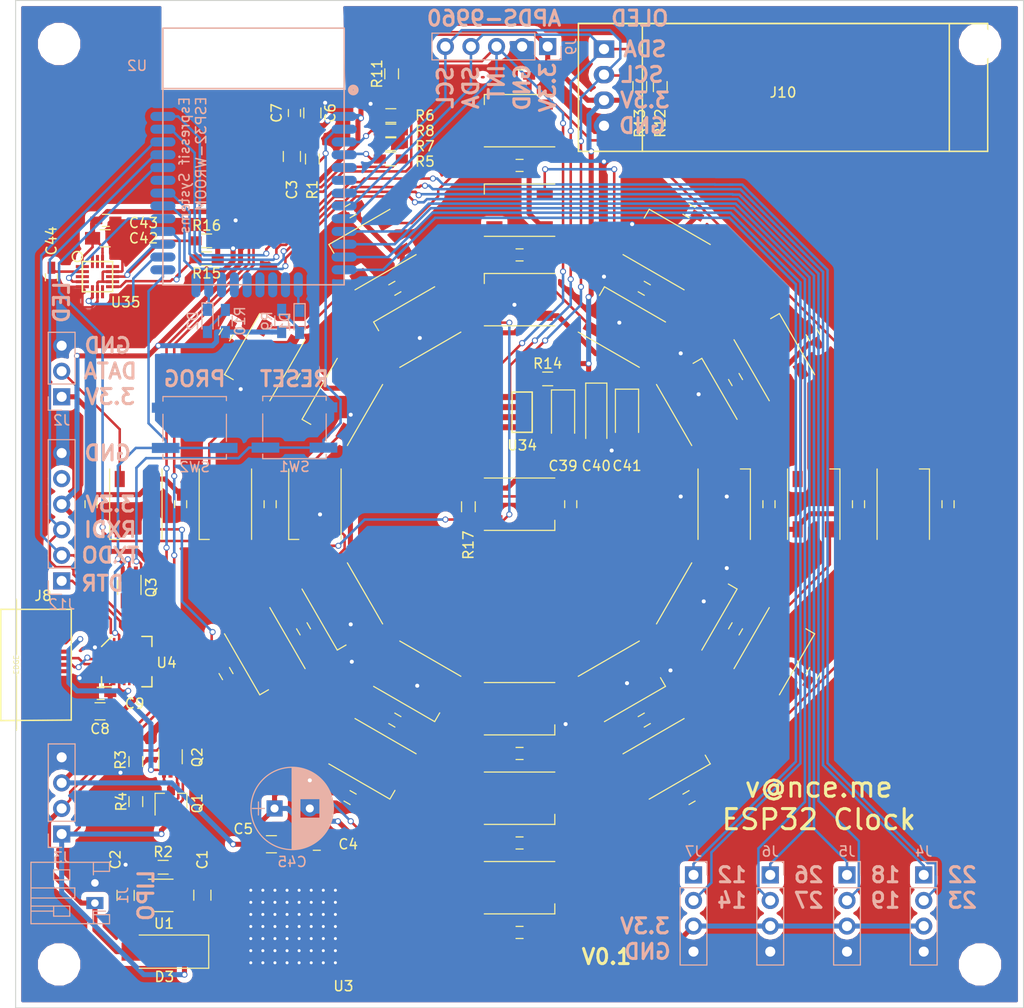
<source format=kicad_pcb>
(kicad_pcb (version 4) (host pcbnew 4.0.7)
  (layers (0 F.Cu signal) (31 B.Cu signal) (34 B.Paste user) (35 F.Paste user) (36 B.SilkS user) (37 F.SilkS user) (38 B.Mask user) (39 F.Mask user) (44 Edge.Cuts user))
  (net 0 "")
  (net 1 +5V)
  (net 2 GND)
  (net 3 VBAT)
  (net 4 EN)
  (net 5 +3V3)
  (net 6 "Net-(C39-Pad1)")
  (net 7 "Net-(C44-Pad1)")
  (net 8 "Net-(D1-Pad1)")
  (net 9 "Net-(D1-Pad2)")
  (net 10 "Net-(D2-Pad1)")
  (net 11 "Net-(D2-Pad2)")
  (net 12 /LEDs/DOUT)
  (net 13 IO22)
  (net 14 IO23)
  (net 15 IO18)
  (net 16 IO19)
  (net 17 IO32)
  (net 18 IO33)
  (net 19 IO25)
  (net 20 IO26)
  (net 21 D-)
  (net 22 VBUS)
  (net 23 D+)
  (net 24 IO27)
  (net 25 IO12)
  (net 26 IO14)
  (net 27 IO5)
  (net 28 IO4)
  (net 29 IO17)
  (net 30 IO16)
  (net 31 DTR)
  (net 32 TXD0)
  (net 33 RXD0)
  (net 34 "Net-(Q1-Pad1)")
  (net 35 "Net-(Q2-Pad2)")
  (net 36 RTS)
  (net 37 IO0)
  (net 38 "Net-(R2-Pad1)")
  (net 39 VN)
  (net 40 VP)
  (net 41 IO21)
  (net 42 "Net-(U5-Pad4)")
  (net 43 "Net-(U6-Pad4)")
  (net 44 "Net-(U7-Pad4)")
  (net 45 "Net-(U8-Pad4)")
  (net 46 "Net-(U10-Pad2)")
  (net 47 "Net-(U10-Pad4)")
  (net 48 "Net-(U11-Pad4)")
  (net 49 "Net-(U12-Pad4)")
  (net 50 "Net-(U13-Pad4)")
  (net 51 "Net-(U14-Pad4)")
  (net 52 "Net-(U15-Pad4)")
  (net 53 "Net-(U16-Pad4)")
  (net 54 "Net-(U17-Pad4)")
  (net 55 "Net-(U18-Pad4)")
  (net 56 "Net-(U19-Pad4)")
  (net 57 "Net-(U20-Pad4)")
  (net 58 "Net-(U21-Pad4)")
  (net 59 "Net-(U22-Pad4)")
  (net 60 "Net-(U23-Pad4)")
  (net 61 "Net-(U24-Pad4)")
  (net 62 "Net-(U25-Pad4)")
  (net 63 "Net-(U26-Pad4)")
  (net 64 "Net-(U27-Pad4)")
  (net 65 "Net-(U28-Pad4)")
  (net 66 "Net-(U29-Pad4)")
  (net 67 "Net-(U30-Pad4)")
  (net 68 "Net-(U31-Pad4)")
  (net 69 "Net-(U32-Pad4)")
  (net 70 "Net-(U34-Pad3)")
  (net 71 "Net-(J8-Pad4)")
  (net 72 "Net-(J12-Pad5)")
  (net 73 "Net-(U1-Pad1)")
  (net 74 "Net-(U2-Pad32)")
  (net 75 "Net-(U2-Pad24)")
  (net 76 "Net-(U2-Pad22)")
  (net 77 "Net-(U2-Pad21)")
  (net 78 "Net-(U2-Pad20)")
  (net 79 "Net-(U2-Pad19)")
  (net 80 "Net-(U2-Pad18)")
  (net 81 "Net-(U2-Pad17)")
  (net 82 "Net-(U2-Pad7)")
  (net 83 "Net-(U2-Pad6)")
  (net 84 "Net-(U4-Pad1)")
  (net 85 "Net-(U4-Pad9)")
  (net 86 "Net-(U4-Pad10)")
  (net 87 "Net-(U4-Pad11)")
  (net 88 "Net-(U4-Pad12)")
  (net 89 "Net-(U4-Pad13)")
  (net 90 "Net-(U4-Pad14)")
  (net 91 "Net-(U4-Pad15)")
  (net 92 "Net-(U4-Pad16)")
  (net 93 "Net-(U4-Pad17)")
  (net 94 "Net-(U4-Pad18)")
  (net 95 "Net-(U4-Pad22)")
  (net 96 "Net-(U4-Pad24)")
  (net 97 "Net-(U35-Pad3)")
  (net 98 "Net-(U35-Pad8)")
  (net 99 "Net-(U35-Pad13)")
  (net 100 "Net-(U35-Pad15)")
  (net 101 "Net-(U35-Pad16)")
  (net 102 "Net-(R17-Pad2)")
  (net 103 "Net-(U3-Pad5)")
  (module Capacitors_SMD:C_0805_HandSoldering (layer F.Cu) (at 70.104 115.042 90)
    (fp_text reference C1 (at 3.536 0 90) (layer F.SilkS))
    (fp_text value 4.7uF)
    (pad 1 smd rect (at -1.25 0 90) (size 1.5 1.25) (layers F.Cu F.Paste F.Mask) (net 1 +5V))
    (pad 2 smd rect (at 1.25 0 90) (size 1.5 1.25) (layers F.Cu F.Paste F.Mask) (net 2 GND))
  )
  (module Capacitors_SMD:C_0805_HandSoldering (layer F.Cu) (at 62.484 115.062 90)
    (fp_text reference C2 (at 3.556 -1.016 90) (layer F.SilkS))
    (fp_text value 4.7uF)
    (pad 1 smd rect (at -1.25 0 90) (size 1.5 1.25) (layers F.Cu F.Paste F.Mask) (net 3 VBAT))
    (pad 2 smd rect (at 1.25 0 90) (size 1.5 1.25) (layers F.Cu F.Paste F.Mask) (net 2 GND))
  )
  (module Capacitors_SMD:C_0805_HandSoldering (layer F.Cu) (at 78.994 41.656 270)
    (fp_text reference C3 (at 3.302 0 270) (layer F.SilkS))
    (fp_text value 1uF)
    (pad 1 smd rect (at -1.25 0 270) (size 1.5 1.25) (layers F.Cu F.Paste F.Mask) (net 4 EN))
    (pad 2 smd rect (at 1.25 0 270) (size 1.5 1.25) (layers F.Cu F.Paste F.Mask) (net 2 GND))
  )
  (module Capacitors_SMD:C_0603_HandSoldering (layer F.Cu) (at 81.468 109.982 180)
    (fp_text reference C4 (at -3.114 0 180) (layer F.SilkS))
    (fp_text value 100nF)
    (pad 1 smd rect (at -0.95 0 180) (size 1.2 0.75) (layers F.Cu F.Paste F.Mask) (net 1 +5V))
    (pad 2 smd rect (at 0.95 0 180) (size 1.2 0.75) (layers F.Cu F.Paste F.Mask) (net 2 GND))
  )
  (module Capacitors_SMD:C_0805_HandSoldering (layer F.Cu) (at 76.962 109.982)
    (fp_text reference C5 (at -2.794 -1.524) (layer F.SilkS))
    (fp_text value 10uF)
    (pad 1 smd rect (at -1.25 0) (size 1.5 1.25) (layers F.Cu F.Paste F.Mask) (net 5 +3V3))
    (pad 2 smd rect (at 1.25 0) (size 1.5 1.25) (layers F.Cu F.Paste F.Mask) (net 2 GND))
  )
  (module Capacitors_SMD:C_0805_HandSoldering (layer F.Cu) (at 81.026 37.338 90)
    (fp_text reference C6 (at 0 1.778 90) (layer F.SilkS))
    (fp_text value 10uF)
    (pad 1 smd rect (at -1.25 0 90) (size 1.5 1.25) (layers F.Cu F.Paste F.Mask) (net 5 +3V3))
    (pad 2 smd rect (at 1.25 0 90) (size 1.5 1.25) (layers F.Cu F.Paste F.Mask) (net 2 GND))
  )
  (module Capacitors_SMD:C_0603_HandSoldering (layer F.Cu) (at 79.248 37.338 90)
    (fp_text reference C7 (at 0 -1.778 90) (layer F.SilkS))
    (fp_text value 100nF)
    (pad 1 smd rect (at -0.95 0 90) (size 1.2 0.75) (layers F.Cu F.Paste F.Mask) (net 5 +3V3))
    (pad 2 smd rect (at 0.95 0 90) (size 1.2 0.75) (layers F.Cu F.Paste F.Mask) (net 2 GND))
  )
  (module Capacitors_SMD:C_0805_HandSoldering (layer F.Cu) (at 59.944 96.774 180)
    (fp_text reference C8 (at 0 -1.75 180) (layer F.SilkS))
    (fp_text value 10uF)
    (pad 1 smd rect (at -1.25 0 180) (size 1.5 1.25) (layers F.Cu F.Paste F.Mask) (net 5 +3V3))
    (pad 2 smd rect (at 1.25 0 180) (size 1.5 1.25) (layers F.Cu F.Paste F.Mask) (net 2 GND))
  )
  (module Capacitors_SMD:C_0603_HandSoldering (layer F.Cu) (at 60.01 94.996 180)
    (fp_text reference C9 (at -3.368 -1.016 180) (layer F.SilkS))
    (fp_text value 100nF)
    (pad 1 smd rect (at -0.95 0 180) (size 1.2 0.75) (layers F.Cu F.Paste F.Mask) (net 5 +3V3))
    (pad 2 smd rect (at 0.95 0 180) (size 1.2 0.75) (layers F.Cu F.Paste F.Mask) (net 2 GND))
  )
  (module Capacitors_SMD:C_0603_HandSoldering (layer F.Cu) (at 59.055 76.2 270)
    (fp_text reference C10 hide)
    (fp_text value 0.1uF hide)
    (pad 1 smd rect (at -0.95 0 270) (size 1.2 0.75) (layers F.Cu F.Paste F.Mask) (net 5 +3V3))
    (pad 2 smd rect (at 0.95 0 270) (size 1.2 0.75) (layers F.Cu F.Paste F.Mask) (net 2 GND))
  )
  (module Capacitors_SMD:C_0603_HandSoldering (layer F.Cu) (at 101.6 118.745)
    (fp_text reference C11 hide)
    (fp_text value 0.1uF hide)
    (pad 1 smd rect (at -0.95 0) (size 1.2 0.75) (layers F.Cu F.Paste F.Mask) (net 5 +3V3))
    (pad 2 smd rect (at 0.95 0) (size 1.2 0.75) (layers F.Cu F.Paste F.Mask) (net 2 GND))
  )
  (module Capacitors_SMD:C_0603_HandSoldering (layer F.Cu) (at 144.145 76.2 90)
    (fp_text reference C12 hide)
    (fp_text value 0.1uF hide)
    (pad 1 smd rect (at -0.95 0 90) (size 1.2 0.75) (layers F.Cu F.Paste F.Mask) (net 5 +3V3))
    (pad 2 smd rect (at 0.95 0 90) (size 1.2 0.75) (layers F.Cu F.Paste F.Mask) (net 2 GND))
  )
  (module Capacitors_SMD:C_0603_HandSoldering (layer F.Cu) (at 101.599999 33.655 180)
    (fp_text reference C13 hide)
    (fp_text value 0.1uF hide)
    (pad 1 smd rect (at -0.95 0 180) (size 1.2 0.75) (layers F.Cu F.Paste F.Mask) (net 5 +3V3))
    (pad 2 smd rect (at 0.95 0 180) (size 1.2 0.75) (layers F.Cu F.Paste F.Mask) (net 2 GND))
  )
  (module Capacitors_SMD:C_0603_HandSoldering (layer F.Cu) (at 84.772499 47.053915 210)
    (fp_text reference C14 hide)
    (fp_text value 0.1uF hide)
    (pad 1 smd rect (at -0.95 0 210) (size 1.2 0.75) (layers F.Cu F.Paste F.Mask) (net 5 +3V3))
    (pad 2 smd rect (at 0.95 0 210) (size 1.2 0.75) (layers F.Cu F.Paste F.Mask) (net 2 GND))
  )
  (module Capacitors_SMD:C_0603_HandSoldering (layer F.Cu) (at 72.453915 59.3725 240)
    (fp_text reference C15 hide)
    (fp_text value 0.1uF hide)
    (pad 1 smd rect (at -0.95 0 240) (size 1.2 0.75) (layers F.Cu F.Paste F.Mask) (net 5 +3V3))
    (pad 2 smd rect (at 0.95 0 240) (size 1.2 0.75) (layers F.Cu F.Paste F.Mask) (net 2 GND))
  )
  (module Capacitors_SMD:C_0603_HandSoldering (layer F.Cu) (at 67.945 76.2 270)
    (fp_text reference C16 hide)
    (fp_text value 0.1uF hide)
    (pad 1 smd rect (at -0.95 0 270) (size 1.2 0.75) (layers F.Cu F.Paste F.Mask) (net 5 +3V3))
    (pad 2 smd rect (at 0.95 0 270) (size 1.2 0.75) (layers F.Cu F.Paste F.Mask) (net 2 GND))
  )
  (module Capacitors_SMD:C_0603_HandSoldering (layer F.Cu) (at 72.453915 93.0275 300)
    (fp_text reference C17 hide)
    (fp_text value 0.1uF hide)
    (pad 1 smd rect (at -0.95 0 300) (size 1.2 0.75) (layers F.Cu F.Paste F.Mask) (net 5 +3V3))
    (pad 2 smd rect (at 0.95 0 300) (size 1.2 0.75) (layers F.Cu F.Paste F.Mask) (net 2 GND))
  )
  (module Capacitors_SMD:C_0603_HandSoldering (layer F.Cu) (at 84.7725 105.346084 330)
    (fp_text reference C18 hide)
    (fp_text value 0.1uF hide)
    (pad 1 smd rect (at -0.95 0 330) (size 1.2 0.75) (layers F.Cu F.Paste F.Mask) (net 5 +3V3))
    (pad 2 smd rect (at 0.95 0 330) (size 1.2 0.75) (layers F.Cu F.Paste F.Mask) (net 2 GND))
  )
  (module Capacitors_SMD:C_0603_HandSoldering (layer F.Cu) (at 101.6 109.855)
    (fp_text reference C19 hide)
    (fp_text value 0.1uF hide)
    (pad 1 smd rect (at -0.95 0) (size 1.2 0.75) (layers F.Cu F.Paste F.Mask) (net 5 +3V3))
    (pad 2 smd rect (at 0.95 0) (size 1.2 0.75) (layers F.Cu F.Paste F.Mask) (net 2 GND))
  )
  (module Capacitors_SMD:C_0603_HandSoldering (layer F.Cu) (at 118.4275 105.346084 30)
    (fp_text reference C20 hide)
    (fp_text value 0.1uF hide)
    (pad 1 smd rect (at -0.95 0 30) (size 1.2 0.75) (layers F.Cu F.Paste F.Mask) (net 5 +3V3))
    (pad 2 smd rect (at 0.95 0 30) (size 1.2 0.75) (layers F.Cu F.Paste F.Mask) (net 2 GND))
  )
  (module Capacitors_SMD:C_0603_HandSoldering (layer F.Cu) (at 118.4275 47.053915 150)
    (fp_text reference C24 hide)
    (fp_text value 0.1uF hide)
    (pad 1 smd rect (at -0.95 0 150) (size 1.2 0.75) (layers F.Cu F.Paste F.Mask) (net 5 +3V3))
    (pad 2 smd rect (at 0.95 0 150) (size 1.2 0.75) (layers F.Cu F.Paste F.Mask) (net 2 GND))
  )
  (module Capacitors_SMD:C_0603_HandSoldering (layer F.Cu) (at 101.6 42.545 180)
    (fp_text reference C25 hide)
    (fp_text value 0.1uF hide)
    (pad 1 smd rect (at -0.95 0 180) (size 1.2 0.75) (layers F.Cu F.Paste F.Mask) (net 5 +3V3))
    (pad 2 smd rect (at 0.95 0 180) (size 1.2 0.75) (layers F.Cu F.Paste F.Mask) (net 2 GND))
  )
  (module Capacitors_SMD:C_0603_HandSoldering (layer F.Cu) (at 89.217499 54.75288 210)
    (fp_text reference C26 hide)
    (fp_text value 0.1uF hide)
    (pad 1 smd rect (at -0.95 0 210) (size 1.2 0.75) (layers F.Cu F.Paste F.Mask) (net 5 +3V3))
    (pad 2 smd rect (at 0.95 0 210) (size 1.2 0.75) (layers F.Cu F.Paste F.Mask) (net 2 GND))
  )
  (module Capacitors_SMD:C_0603_HandSoldering (layer F.Cu) (at 80.15288 63.8175 240)
    (fp_text reference C27 hide)
    (fp_text value 0.1uF hide)
    (pad 1 smd rect (at -0.95 0 240) (size 1.2 0.75) (layers F.Cu F.Paste F.Mask) (net 5 +3V3))
    (pad 2 smd rect (at 0.95 0 240) (size 1.2 0.75) (layers F.Cu F.Paste F.Mask) (net 2 GND))
  )
  (module Capacitors_SMD:C_0603_HandSoldering (layer F.Cu) (at 76.835 76.2 270)
    (fp_text reference C28 hide)
    (fp_text value 0.1uF hide)
    (pad 1 smd rect (at -0.95 0 270) (size 1.2 0.75) (layers F.Cu F.Paste F.Mask) (net 5 +3V3))
    (pad 2 smd rect (at 0.95 0 270) (size 1.2 0.75) (layers F.Cu F.Paste F.Mask) (net 2 GND))
  )
  (module Capacitors_SMD:C_0603_HandSoldering (layer F.Cu) (at 80.15288 88.5825 300)
    (fp_text reference C29 hide)
    (fp_text value 0.1uF hide)
    (pad 1 smd rect (at -0.95 0 300) (size 1.2 0.75) (layers F.Cu F.Paste F.Mask) (net 5 +3V3))
    (pad 2 smd rect (at 0.95 0 300) (size 1.2 0.75) (layers F.Cu F.Paste F.Mask) (net 2 GND))
  )
  (module Capacitors_SMD:C_0603_HandSoldering (layer F.Cu) (at 89.2175 97.647119 330)
    (fp_text reference C30 hide)
    (fp_text value 0.1uF hide)
    (pad 1 smd rect (at -0.95 0 330) (size 1.2 0.75) (layers F.Cu F.Paste F.Mask) (net 5 +3V3))
    (pad 2 smd rect (at 0.95 0 330) (size 1.2 0.75) (layers F.Cu F.Paste F.Mask) (net 2 GND))
  )
  (module Capacitors_SMD:C_0603_HandSoldering (layer F.Cu) (at 101.6 100.965)
    (fp_text reference C31 hide)
    (fp_text value 0.1uF hide)
    (pad 1 smd rect (at -0.95 0) (size 1.2 0.75) (layers F.Cu F.Paste F.Mask) (net 5 +3V3))
    (pad 2 smd rect (at 0.95 0) (size 1.2 0.75) (layers F.Cu F.Paste F.Mask) (net 2 GND))
  )
  (module Capacitors_SMD:C_0603_HandSoldering (layer F.Cu) (at 113.9825 97.647119 30)
    (fp_text reference C32 hide)
    (fp_text value 0.1uF hide)
    (pad 1 smd rect (at -0.95 0 30) (size 1.2 0.75) (layers F.Cu F.Paste F.Mask) (net 5 +3V3))
    (pad 2 smd rect (at 0.95 0 30) (size 1.2 0.75) (layers F.Cu F.Paste F.Mask) (net 2 GND))
  )
  (module Capacitors_SMD:C_0603_HandSoldering (layer F.Cu) (at 123.047119 88.5825 60)
    (fp_text reference C33 hide)
    (fp_text value 0.1uF hide)
    (pad 1 smd rect (at -0.95 0 60) (size 1.2 0.75) (layers F.Cu F.Paste F.Mask) (net 5 +3V3))
    (pad 2 smd rect (at 0.95 0 60) (size 1.2 0.75) (layers F.Cu F.Paste F.Mask) (net 2 GND))
  )
  (module Capacitors_SMD:C_0603_HandSoldering (layer F.Cu) (at 123.047119 63.817499 120)
    (fp_text reference C35 hide)
    (fp_text value 0.1uF hide)
    (pad 1 smd rect (at -0.95 0 120) (size 1.2 0.75) (layers F.Cu F.Paste F.Mask) (net 5 +3V3))
    (pad 2 smd rect (at 0.95 0 120) (size 1.2 0.75) (layers F.Cu F.Paste F.Mask) (net 2 GND))
  )
  (module Capacitors_SMD:C_0603_HandSoldering (layer F.Cu) (at 113.9825 54.75288 150)
    (fp_text reference C36 hide)
    (fp_text value 0.1uF hide)
    (pad 1 smd rect (at -0.95 0 150) (size 1.2 0.75) (layers F.Cu F.Paste F.Mask) (net 5 +3V3))
    (pad 2 smd rect (at 0.95 0 150) (size 1.2 0.75) (layers F.Cu F.Paste F.Mask) (net 2 GND))
  )
  (module Capacitors_SMD:C_0603_HandSoldering (layer F.Cu) (at 101.6 51.435 180)
    (fp_text reference C37 hide)
    (fp_text value 0.1uF hide)
    (pad 1 smd rect (at -0.95 0 180) (size 1.2 0.75) (layers F.Cu F.Paste F.Mask) (net 5 +3V3))
    (pad 2 smd rect (at 0.95 0 180) (size 1.2 0.75) (layers F.Cu F.Paste F.Mask) (net 2 GND))
  )
  (module Capacitors_SMD:C_0603_HandSoldering (layer F.Cu) (at 106.68 76.2 270)
    (fp_text reference C38 hide)
    (fp_text value 0.1uF)
    (pad 1 smd rect (at -0.95 0 270) (size 1.2 0.75) (layers F.Cu F.Paste F.Mask) (net 5 +3V3))
    (pad 2 smd rect (at 0.95 0 270) (size 1.2 0.75) (layers F.Cu F.Paste F.Mask) (net 2 GND))
  )
  (module Capacitors_Tantalum_SMD:CP_Tantalum_Case-R_EIA-2012-12_Hand (layer F.Cu) (at 105.918 68.15 270)
    (fp_text reference C39 (at 4.24 0 360) (layer F.SilkS))
    (fp_text value 1uF)
    (pad 1 smd rect (at -1.7 0 270) (size 2.6 1.8) (layers F.Cu F.Paste F.Mask) (net 6 "Net-(C39-Pad1)"))
    (pad 2 smd rect (at 1.7 0 270) (size 2.6 1.8) (layers F.Cu F.Paste F.Mask) (net 2 GND))
  )
  (module Capacitors_Tantalum_SMD:CP_Tantalum_Case-A_EIA-3216-18_Hand (layer F.Cu) (at 109.22 68.072 270)
    (fp_text reference C40 (at 4.318 0 360) (layer F.SilkS))
    (fp_text value 47uF)
    (pad 1 smd rect (at -2 0 270) (size 3.2 1.5) (layers F.Cu F.Paste F.Mask) (net 5 +3V3))
    (pad 2 smd rect (at 2 0 270) (size 3.2 1.5) (layers F.Cu F.Paste F.Mask) (net 2 GND))
  )
  (module Capacitors_Tantalum_SMD:CP_Tantalum_Case-R_EIA-2012-12_Hand (layer F.Cu) (at 112.268 68.072 270)
    (fp_text reference C41 (at 4.318 0 360) (layer F.SilkS))
    (fp_text value 1uF)
    (pad 1 smd rect (at -1.7 0 270) (size 2.6 1.8) (layers F.Cu F.Paste F.Mask) (net 5 +3V3))
    (pad 2 smd rect (at 1.7 0 270) (size 2.6 1.8) (layers F.Cu F.Paste F.Mask) (net 2 GND))
  )
  (module Capacitors_SMD:C_0805_HandSoldering (layer F.Cu) (at 60.452 49.784)
    (fp_text reference C42 (at 3.81 0) (layer F.SilkS))
    (fp_text value 4.7uF)
    (pad 1 smd rect (at -1.25 0) (size 1.5 1.25) (layers F.Cu F.Paste F.Mask) (net 5 +3V3))
    (pad 2 smd rect (at 1.25 0) (size 1.5 1.25) (layers F.Cu F.Paste F.Mask) (net 2 GND))
  )
  (module Capacitors_SMD:C_0603_HandSoldering (layer F.Cu) (at 60.518 48.006)
    (fp_text reference C43 (at 3.744 0.254) (layer F.SilkS))
    (fp_text value 0.1uF)
    (pad 1 smd rect (at -0.95 0) (size 1.2 0.75) (layers F.Cu F.Paste F.Mask) (net 5 +3V3))
    (pad 2 smd rect (at 0.95 0) (size 1.2 0.75) (layers F.Cu F.Paste F.Mask) (net 2 GND))
  )
  (module Capacitors_SMD:C_0603_HandSoldering (layer F.Cu) (at 55.118 53.66 270)
    (fp_text reference C44 (at -3.622 0 270) (layer F.SilkS))
    (fp_text value 0.1uF)
    (pad 1 smd rect (at -0.95 0 270) (size 1.2 0.75) (layers F.Cu F.Paste F.Mask) (net 7 "Net-(C44-Pad1)"))
    (pad 2 smd rect (at 0.95 0 270) (size 1.2 0.75) (layers F.Cu F.Paste F.Mask) (net 2 GND))
  )
  (module LEDs:LED_0603_HandSoldering (layer B.Cu) (at 79.756 58.082 270)
    (fp_text reference D1 (at 0 1.45 270) (layer B.SilkS) (effects (justify mirror)))
    (fp_text value LED)
    (pad 1 smd rect (at -1.1 0 270) (size 1.2 0.9) (layers B.Cu B.Paste B.Mask) (net 8 "Net-(D1-Pad1)"))
    (pad 2 smd rect (at 1.1 0 270) (size 1.2 0.9) (layers B.Cu B.Paste B.Mask) (net 9 "Net-(D1-Pad2)"))
  )
  (module LEDs:LED_0603_HandSoldering (layer B.Cu) (at 70.612 57.996 270)
    (fp_text reference D2 (at 0 1.45 270) (layer B.SilkS) (effects (justify mirror)))
    (fp_text value LED)
    (pad 1 smd rect (at -1.1 0 270) (size 1.2 0.9) (layers B.Cu B.Paste B.Mask) (net 10 "Net-(D2-Pad1)"))
    (pad 2 smd rect (at 1.1 0 270) (size 1.2 0.9) (layers B.Cu B.Paste B.Mask) (net 11 "Net-(D2-Pad2)"))
  )
  (module Pin_Headers:Pin_Header_Straight_1x03_Pitch2.54mm (layer B.Cu) (at 56.134 65.532)
    (fp_text reference J2 (at 0 2.33) (layer B.SilkS) (effects (justify mirror)))
    (fp_text value LEDs)
    (pad 1 thru_hole rect (at 0 0) (size 1.7 1.7) (drill 1) (layers *.Cu *.Mask) (net 5 +3V3))
    (pad 2 thru_hole oval (at 0 -2.54) (size 1.7 1.7) (drill 1) (layers *.Cu *.Mask) (net 12 /LEDs/DOUT))
    (pad 3 thru_hole oval (at 0 -5.08) (size 1.7 1.7) (drill 1) (layers *.Cu *.Mask) (net 2 GND))
  )
  (module Pin_Headers:Pin_Header_Straight_1x04_Pitch2.54mm (layer B.Cu) (at 56.134 108.966)
    (fp_text reference J3 (at 0 2.33) (layer B.SilkS) (effects (justify mirror)))
    (fp_text value PWR)
    (pad 1 thru_hole rect (at 0 0) (size 1.7 1.7) (drill 1) (layers *.Cu *.Mask) (net 1 +5V))
    (pad 2 thru_hole oval (at 0 -2.54) (size 1.7 1.7) (drill 1) (layers *.Cu *.Mask) (net 3 VBAT))
    (pad 3 thru_hole oval (at 0 -5.08) (size 1.7 1.7) (drill 1) (layers *.Cu *.Mask) (net 5 +3V3))
    (pad 4 thru_hole oval (at 0 -7.62) (size 1.7 1.7) (drill 1) (layers *.Cu *.Mask) (net 2 GND))
  )
  (module Pin_Headers:Pin_Header_Straight_1x04_Pitch2.54mm (layer B.Cu) (at 141.732 113.03 180)
    (fp_text reference J4 (at 0 2.33 180) (layer B.SilkS) (effects (justify mirror)))
    (fp_text value "Grove 1")
    (pad 1 thru_hole rect (at 0 0 180) (size 1.7 1.7) (drill 1) (layers *.Cu *.Mask) (net 13 IO22))
    (pad 2 thru_hole oval (at 0 -2.54 180) (size 1.7 1.7) (drill 1) (layers *.Cu *.Mask) (net 14 IO23))
    (pad 3 thru_hole oval (at 0 -5.08 180) (size 1.7 1.7) (drill 1) (layers *.Cu *.Mask) (net 5 +3V3))
    (pad 4 thru_hole oval (at 0 -7.62 180) (size 1.7 1.7) (drill 1) (layers *.Cu *.Mask) (net 2 GND))
  )
  (module Pin_Headers:Pin_Header_Straight_1x04_Pitch2.54mm (layer B.Cu) (at 134.112 113.03 180)
    (fp_text reference J5 (at 0 2.33 180) (layer B.SilkS) (effects (justify mirror)))
    (fp_text value "Grove 2")
    (pad 1 thru_hole rect (at 0 0 180) (size 1.7 1.7) (drill 1) (layers *.Cu *.Mask) (net 15 IO18))
    (pad 2 thru_hole oval (at 0 -2.54 180) (size 1.7 1.7) (drill 1) (layers *.Cu *.Mask) (net 16 IO19))
    (pad 3 thru_hole oval (at 0 -5.08 180) (size 1.7 1.7) (drill 1) (layers *.Cu *.Mask) (net 5 +3V3))
    (pad 4 thru_hole oval (at 0 -7.62 180) (size 1.7 1.7) (drill 1) (layers *.Cu *.Mask) (net 2 GND))
  )
  (module Pin_Headers:Pin_Header_Straight_1x04_Pitch2.54mm (layer B.Cu) (at 118.872 113.03 180)
    (fp_text reference J7 (at 0 2.33 180) (layer B.SilkS) (effects (justify mirror)))
    (fp_text value "Grove 4")
    (pad 1 thru_hole rect (at 0 0 180) (size 1.7 1.7) (drill 1) (layers *.Cu *.Mask) (net 25 IO12))
    (pad 2 thru_hole oval (at 0 -2.54 180) (size 1.7 1.7) (drill 1) (layers *.Cu *.Mask) (net 26 IO14))
    (pad 3 thru_hole oval (at 0 -5.08 180) (size 1.7 1.7) (drill 1) (layers *.Cu *.Mask) (net 5 +3V3))
    (pad 4 thru_hole oval (at 0 -7.62 180) (size 1.7 1.7) (drill 1) (layers *.Cu *.Mask) (net 2 GND))
  )
  (module Pin_Headers:Pin_Header_Straight_1x04_Pitch2.54mm (layer B.Cu) (at 126.492 113.03 180)
    (fp_text reference J6 (at 0 2.33 180) (layer B.SilkS) (effects (justify mirror)))
    (fp_text value "Grove 3")
    (pad 1 thru_hole rect (at 0 0 180) (size 1.7 1.7) (drill 1) (layers *.Cu *.Mask) (net 20 IO26))
    (pad 2 thru_hole oval (at 0 -2.54 180) (size 1.7 1.7) (drill 1) (layers *.Cu *.Mask) (net 24 IO27))
    (pad 3 thru_hole oval (at 0 -5.08 180) (size 1.7 1.7) (drill 1) (layers *.Cu *.Mask) (net 5 +3V3))
    (pad 4 thru_hole oval (at 0 -7.62 180) (size 1.7 1.7) (drill 1) (layers *.Cu *.Mask) (net 2 GND))
  )
  (module Pin_Headers:Pin_Header_Straight_1x05_Pitch2.54mm (layer B.Cu) (at 104.394 30.734 90)
    (fp_text reference J9 (at 0 2.33 90) (layer B.SilkS) (effects (justify mirror)))
    (fp_text value Gesture)
    (pad 1 thru_hole rect (at 0 0 90) (size 1.7 1.7) (drill 1) (layers *.Cu *.Mask) (net 5 +3V3))
    (pad 2 thru_hole oval (at 0 -2.54 90) (size 1.7 1.7) (drill 1) (layers *.Cu *.Mask) (net 2 GND))
    (pad 3 thru_hole oval (at 0 -5.08 90) (size 1.7 1.7) (drill 1) (layers *.Cu *.Mask) (net 19 IO25))
    (pad 4 thru_hole oval (at 0 -7.62 90) (size 1.7 1.7) (drill 1) (layers *.Cu *.Mask) (net 18 IO33))
    (pad 5 thru_hole oval (at 0 -10.16 90) (size 1.7 1.7) (drill 1) (layers *.Cu *.Mask) (net 17 IO32))
  )
  (module Pin_Headers:Pin_Header_Straight_1x06_Pitch2.54mm (layer B.Cu) (at 56.134 83.82)
    (fp_text reference J12 (at 0 2.33) (layer B.SilkS) (effects (justify mirror)))
    (fp_text value FTDI)
    (pad 1 thru_hole rect (at 0 0) (size 1.7 1.7) (drill 1) (layers *.Cu *.Mask) (net 31 DTR))
    (pad 2 thru_hole oval (at 0 -2.54) (size 1.7 1.7) (drill 1) (layers *.Cu *.Mask) (net 32 TXD0))
    (pad 3 thru_hole oval (at 0 -5.08) (size 1.7 1.7) (drill 1) (layers *.Cu *.Mask) (net 33 RXD0))
    (pad 4 thru_hole oval (at 0 -7.62) (size 1.7 1.7) (drill 1) (layers *.Cu *.Mask) (net 5 +3V3))
    (pad 5 thru_hole oval (at 0 -10.16) (size 1.7 1.7) (drill 1) (layers *.Cu *.Mask) (net 72 "Net-(J12-Pad5)"))
    (pad 6 thru_hole oval (at 0 -12.7) (size 1.7 1.7) (drill 1) (layers *.Cu *.Mask) (net 2 GND))
  )
  (module TO_SOT_Packages_SMD:SOT-23 (layer F.Cu) (at 66.99 105.68 90)
    (fp_text reference Q1 (at -0.238 2.606 90) (layer F.SilkS))
    (fp_text value NXP2301P)
    (pad 1 smd rect (at -1 -0.95 90) (size 0.9 0.8) (layers F.Cu F.Paste F.Mask) (net 34 "Net-(Q1-Pad1)"))
    (pad 2 smd rect (at -1 0.95 90) (size 0.9 0.8) (layers F.Cu F.Paste F.Mask) (net 1 +5V))
    (pad 3 smd rect (at 1 0 90) (size 0.9 0.8) (layers F.Cu F.Paste F.Mask) (net 22 VBUS))
  )
  (module TO_SOT_Packages_SMD:SOT-363_SC-70-6_Handsoldering (layer F.Cu) (at 66.944 101.286 90)
    (fp_text reference Q2 (at -0.06 2.652 90) (layer F.SilkS))
    (fp_text value BCM857)
    (pad 1 smd rect (at -1.33 -0.65 90) (size 1.5 0.4) (layers F.Cu F.Paste F.Mask) (net 22 VBUS))
    (pad 2 smd rect (at -1.33 0 90) (size 1.5 0.4) (layers F.Cu F.Paste F.Mask) (net 35 "Net-(Q2-Pad2)"))
    (pad 3 smd rect (at -1.33 0.65 90) (size 1.5 0.4) (layers F.Cu F.Paste F.Mask) (net 34 "Net-(Q1-Pad1)"))
    (pad 4 smd rect (at 1.33 0.65 90) (size 1.5 0.4) (layers F.Cu F.Paste F.Mask) (net 1 +5V))
    (pad 5 smd rect (at 1.33 0 90) (size 1.5 0.4) (layers F.Cu F.Paste F.Mask) (net 35 "Net-(Q2-Pad2)"))
    (pad 6 smd rect (at 1.33 -0.65 90) (size 1.5 0.4) (layers F.Cu F.Paste F.Mask) (net 35 "Net-(Q2-Pad2)"))
  )
  (module TO_SOT_Packages_SMD:SOT-363_SC-70-6_Handsoldering (layer F.Cu) (at 62.85 84.47 270)
    (fp_text reference Q3 (at 0 -2.174 270) (layer F.SilkS))
    (fp_text value UMH3N)
    (pad 1 smd rect (at -1.33 -0.65 270) (size 1.5 0.4) (layers F.Cu F.Paste F.Mask) (net 36 RTS))
    (pad 2 smd rect (at -1.33 0 270) (size 1.5 0.4) (layers F.Cu F.Paste F.Mask) (net 31 DTR))
    (pad 3 smd rect (at -1.33 0.65 270) (size 1.5 0.4) (layers F.Cu F.Paste F.Mask) (net 37 IO0))
    (pad 4 smd rect (at 1.33 0.65 270) (size 1.5 0.4) (layers F.Cu F.Paste F.Mask) (net 31 DTR))
    (pad 5 smd rect (at 1.33 0 270) (size 1.5 0.4) (layers F.Cu F.Paste F.Mask) (net 36 RTS))
    (pad 6 smd rect (at 1.33 -0.65 270) (size 1.5 0.4) (layers F.Cu F.Paste F.Mask) (net 4 EN))
  )
  (module Resistors_SMD:R_0603_HandSoldering (layer F.Cu) (at 81.026 41.91 270)
    (fp_text reference R1 (at 3.048 0 450) (layer F.SilkS))
    (fp_text value 10k)
    (pad 1 smd rect (at -1.1 0 270) (size 1.2 0.9) (layers F.Cu F.Paste F.Mask) (net 5 +3V3))
    (pad 2 smd rect (at 1.1 0 270) (size 1.2 0.9) (layers F.Cu F.Paste F.Mask) (net 4 EN))
  )
  (module Resistors_SMD:R_0603_HandSoldering (layer F.Cu) (at 66.21 112.268 180)
    (fp_text reference R2 (at 0 1.524 180) (layer F.SilkS))
    (fp_text value 2k)
    (pad 1 smd rect (at -1.1 0 180) (size 1.2 0.9) (layers F.Cu F.Paste F.Mask) (net 38 "Net-(R2-Pad1)"))
    (pad 2 smd rect (at 1.1 0 180) (size 1.2 0.9) (layers F.Cu F.Paste F.Mask) (net 2 GND))
  )
  (module Resistors_SMD:R_0603_HandSoldering (layer F.Cu) (at 63.5 101.77 270)
    (fp_text reference R3 (at -0.17 1.524 270) (layer F.SilkS))
    (fp_text value 10k)
    (pad 1 smd rect (at -1.1 0 270) (size 1.2 0.9) (layers F.Cu F.Paste F.Mask) (net 35 "Net-(Q2-Pad2)"))
    (pad 2 smd rect (at 1.1 0 270) (size 1.2 0.9) (layers F.Cu F.Paste F.Mask) (net 2 GND))
  )
  (module Resistors_SMD:R_0603_HandSoldering (layer F.Cu) (at 63.5 105.748 90)
    (fp_text reference R4 (at 0 -1.45 90) (layer F.SilkS))
    (fp_text value 47k)
    (pad 1 smd rect (at -1.1 0 90) (size 1.2 0.9) (layers F.Cu F.Paste F.Mask) (net 34 "Net-(Q1-Pad1)"))
    (pad 2 smd rect (at 1.1 0 90) (size 1.2 0.9) (layers F.Cu F.Paste F.Mask) (net 2 GND))
  )
  (module Resistors_SMD:R_0603_HandSoldering (layer F.Cu) (at 88.816 41.91 180)
    (fp_text reference R5 (at -3.386 -0.254 180) (layer F.SilkS))
    (fp_text value 4k7)
    (pad 1 smd rect (at -1.1 0 180) (size 1.2 0.9) (layers F.Cu F.Paste F.Mask) (net 3 VBAT))
    (pad 2 smd rect (at 1.1 0 180) (size 1.2 0.9) (layers F.Cu F.Paste F.Mask) (net 39 VN))
  )
  (module Resistors_SMD:R_0603_HandSoldering (layer F.Cu) (at 88.816 37.592 180)
    (fp_text reference R6 (at -3.386 0 180) (layer F.SilkS))
    (fp_text value 4k7)
    (pad 1 smd rect (at -1.1 0 180) (size 1.2 0.9) (layers F.Cu F.Paste F.Mask) (net 1 +5V))
    (pad 2 smd rect (at 1.1 0 180) (size 1.2 0.9) (layers F.Cu F.Paste F.Mask) (net 40 VP))
  )
  (module Resistors_SMD:R_0603_HandSoldering (layer F.Cu) (at 88.816 40.386)
    (fp_text reference R7 (at 3.386 0.254) (layer F.SilkS))
    (fp_text value 4k7)
    (pad 1 smd rect (at -1.1 0) (size 1.2 0.9) (layers F.Cu F.Paste F.Mask) (net 39 VN))
    (pad 2 smd rect (at 1.1 0) (size 1.2 0.9) (layers F.Cu F.Paste F.Mask) (net 2 GND))
  )
  (module Resistors_SMD:R_0603_HandSoldering (layer F.Cu) (at 88.816 39.116)
    (fp_text reference R8 (at 3.386 0) (layer F.SilkS))
    (fp_text value 4k7)
    (pad 1 smd rect (at -1.1 0) (size 1.2 0.9) (layers F.Cu F.Paste F.Mask) (net 40 VP))
    (pad 2 smd rect (at 1.1 0) (size 1.2 0.9) (layers F.Cu F.Paste F.Mask) (net 2 GND))
  )
  (module Resistors_SMD:R_0603_HandSoldering (layer B.Cu) (at 77.978 57.996 270)
    (fp_text reference R9 (at 0 1.45 270) (layer B.SilkS) (effects (justify mirror)))
    (fp_text value 1k)
    (pad 1 smd rect (at -1.1 0 270) (size 1.2 0.9) (layers B.Cu B.Paste B.Mask) (net 9 "Net-(D1-Pad2)"))
    (pad 2 smd rect (at 1.1 0 270) (size 1.2 0.9) (layers B.Cu B.Paste B.Mask) (net 5 +3V3))
  )
  (module Resistors_SMD:R_0603_HandSoldering (layer B.Cu) (at 72.39 57.996 90)
    (fp_text reference R10 (at 0 1.45 90) (layer B.SilkS) (effects (justify mirror)))
    (fp_text value 1k)
    (pad 1 smd rect (at -1.1 0 90) (size 1.2 0.9) (layers B.Cu B.Paste B.Mask) (net 5 +3V3))
    (pad 2 smd rect (at 1.1 0 90) (size 1.2 0.9) (layers B.Cu B.Paste B.Mask) (net 11 "Net-(D2-Pad2)"))
  )
  (module Resistors_SMD:R_0603_HandSoldering (layer F.Cu) (at 88.9 33.444 90)
    (fp_text reference R11 (at 0 -1.45 90) (layer F.SilkS))
    (fp_text value 10k)
    (pad 1 smd rect (at -1.1 0 90) (size 1.2 0.9) (layers F.Cu F.Paste F.Mask) (net 5 +3V3))
    (pad 2 smd rect (at 1.1 0 90) (size 1.2 0.9) (layers F.Cu F.Paste F.Mask) (net 19 IO25))
  )
  (module Resistors_SMD:R_0603_HandSoldering (layer F.Cu) (at 115.57 34.714 90)
    (fp_text reference R12 (at -3.64 0 90) (layer F.SilkS))
    (fp_text value 4k7)
    (pad 1 smd rect (at -1.1 0 90) (size 1.2 0.9) (layers F.Cu F.Paste F.Mask) (net 5 +3V3))
    (pad 2 smd rect (at 1.1 0 90) (size 1.2 0.9) (layers F.Cu F.Paste F.Mask) (net 18 IO33))
  )
  (module Resistors_SMD:R_0603_HandSoldering (layer F.Cu) (at 113.538 34.714 90)
    (fp_text reference R13 (at -3.64 0 90) (layer F.SilkS))
    (fp_text value 4k7)
    (pad 1 smd rect (at -1.1 0 90) (size 1.2 0.9) (layers F.Cu F.Paste F.Mask) (net 5 +3V3))
    (pad 2 smd rect (at 1.1 0 90) (size 1.2 0.9) (layers F.Cu F.Paste F.Mask) (net 17 IO32))
  )
  (module Resistors_SMD:R_0603_HandSoldering (layer F.Cu) (at 104.394 63.754 180)
    (fp_text reference R14 (at 0 1.524 180) (layer F.SilkS))
    (fp_text value 22R)
    (pad 1 smd rect (at -1.1 0 180) (size 1.2 0.9) (layers F.Cu F.Paste F.Mask) (net 5 +3V3))
    (pad 2 smd rect (at 1.1 0 180) (size 1.2 0.9) (layers F.Cu F.Paste F.Mask) (net 6 "Net-(C39-Pad1)"))
  )
  (module Resistors_SMD:R_0603_HandSoldering (layer F.Cu) (at 70.528 51.816 180)
    (fp_text reference R15 (at 0 -1.45 180) (layer F.SilkS))
    (fp_text value 4k7)
    (pad 1 smd rect (at -1.1 0 180) (size 1.2 0.9) (layers F.Cu F.Paste F.Mask) (net 5 +3V3))
    (pad 2 smd rect (at 1.1 0 180) (size 1.2 0.9) (layers F.Cu F.Paste F.Mask) (net 29 IO17))
  )
  (module Resistors_SMD:R_0603_HandSoldering (layer F.Cu) (at 70.528 50.038 180)
    (fp_text reference R16 (at 0 1.524 180) (layer F.SilkS))
    (fp_text value 4k7)
    (pad 1 smd rect (at -1.1 0 180) (size 1.2 0.9) (layers F.Cu F.Paste F.Mask) (net 5 +3V3))
    (pad 2 smd rect (at 1.1 0 180) (size 1.2 0.9) (layers F.Cu F.Paste F.Mask) (net 30 IO16))
  )
  (module Buttons_Switches_SMD:SW_SPST_EVPBF (layer B.Cu) (at 79.248 68.58)
    (fp_text reference SW1 (at 0 3.9) (layer B.SilkS) (effects (justify mirror)))
    (fp_text value Reset)
    (pad 1 smd rect (at 2.88 2) (size 2.75 1) (layers B.Cu B.Paste B.Mask) (net 4 EN))
    (pad 1 smd rect (at -2.88 2) (size 2.75 1) (layers B.Cu B.Paste B.Mask) (net 4 EN))
    (pad 2 smd rect (at -2.88 -2) (size 2.75 1) (layers B.Cu B.Paste B.Mask) (net 2 GND))
    (pad 2 smd rect (at 2.88 -2) (size 2.75 1) (layers B.Cu B.Paste B.Mask) (net 2 GND))
  )
  (module Buttons_Switches_SMD:SW_SPST_EVPBF (layer B.Cu) (at 69.342 68.612)
    (fp_text reference SW2 (at 0 3.9) (layer B.SilkS) (effects (justify mirror)))
    (fp_text value Program)
    (pad 1 smd rect (at 2.88 2) (size 2.75 1) (layers B.Cu B.Paste B.Mask) (net 37 IO0))
    (pad 1 smd rect (at -2.88 2) (size 2.75 1) (layers B.Cu B.Paste B.Mask) (net 37 IO0))
    (pad 2 smd rect (at -2.88 -2) (size 2.75 1) (layers B.Cu B.Paste B.Mask) (net 2 GND))
    (pad 2 smd rect (at 2.88 -2) (size 2.75 1) (layers B.Cu B.Paste B.Mask) (net 2 GND))
  )
  (module TO_SOT_Packages_SMD:SOT-23-5_HandSoldering (layer F.Cu) (at 66.294 115.062)
    (fp_text reference U1 (at 0 2.794) (layer F.SilkS))
    (fp_text value MCP73831)
    (pad 1 smd rect (at -1.35 -0.95) (size 1.56 0.65) (layers F.Cu F.Paste F.Mask) (net 73 "Net-(U1-Pad1)"))
    (pad 2 smd rect (at -1.35 0) (size 1.56 0.65) (layers F.Cu F.Paste F.Mask) (net 2 GND))
    (pad 3 smd rect (at -1.35 0.95) (size 1.56 0.65) (layers F.Cu F.Paste F.Mask) (net 3 VBAT))
    (pad 4 smd rect (at 1.35 0.95) (size 1.56 0.65) (layers F.Cu F.Paste F.Mask) (net 1 +5V))
    (pad 5 smd rect (at 1.35 -0.95) (size 1.56 0.65) (layers F.Cu F.Paste F.Mask) (net 38 "Net-(R2-Pad1)"))
  )
  (module ESP32-footprints-Lib:ESP32-WROOM (layer B.Cu) (at 75.184 41.656)
    (fp_text reference U2 (at -11.557 -9.017) (layer B.SilkS) (effects (justify mirror)))
    (fp_text value ESP32-WROOM)
    (fp_text user "Espressif Systems" (at -6.858 0.889 270) (layer B.SilkS) (effects (justify mirror)))
    (fp_text user ESP32-WROOM (at -5.207 -0.254 270) (layer B.SilkS) (effects (justify mirror)))
    (pad 38 smd oval (at -9 -5.25) (size 2.5 0.9) (layers B.Cu B.Paste B.Mask) (net 2 GND))
    (pad 37 smd oval (at -9 -3.98) (size 2.5 0.9) (layers B.Cu B.Paste B.Mask) (net 14 IO23))
    (pad 36 smd oval (at -9 -2.71) (size 2.5 0.9) (layers B.Cu B.Paste B.Mask) (net 13 IO22))
    (pad 35 smd oval (at -9 -1.44) (size 2.5 0.9) (layers B.Cu B.Paste B.Mask) (net 32 TXD0))
    (pad 34 smd oval (at -9 -0.17) (size 2.5 0.9) (layers B.Cu B.Paste B.Mask) (net 33 RXD0))
    (pad 33 smd oval (at -9 1.1) (size 2.5 0.9) (layers B.Cu B.Paste B.Mask) (net 41 IO21))
    (pad 32 smd oval (at -9 2.37) (size 2.5 0.9) (layers B.Cu B.Paste B.Mask) (net 74 "Net-(U2-Pad32)"))
    (pad 31 smd oval (at -9 3.64) (size 2.5 0.9) (layers B.Cu B.Paste B.Mask) (net 16 IO19))
    (pad 30 smd oval (at -9 4.91) (size 2.5 0.9) (layers B.Cu B.Paste B.Mask) (net 15 IO18))
    (pad 29 smd oval (at -9 6.18) (size 2.5 0.9) (layers B.Cu B.Paste B.Mask) (net 27 IO5))
    (pad 28 smd oval (at -9 7.45) (size 2.5 0.9) (layers B.Cu B.Paste B.Mask) (net 29 IO17))
    (pad 27 smd oval (at -9 8.72) (size 2.5 0.9) (layers B.Cu B.Paste B.Mask) (net 30 IO16))
    (pad 26 smd oval (at -9 9.99) (size 2.5 0.9) (layers B.Cu B.Paste B.Mask) (net 28 IO4))
    (pad 25 smd oval (at -9 11.26) (size 2.5 0.9) (layers B.Cu B.Paste B.Mask) (net 37 IO0))
    (pad 24 smd oval (at -5.715 12.75) (size 0.9 2.5) (layers B.Cu B.Paste B.Mask) (net 75 "Net-(U2-Pad24)"))
    (pad 23 smd oval (at -4.445 12.75) (size 0.9 2.5) (layers B.Cu B.Paste B.Mask) (net 10 "Net-(D2-Pad1)"))
    (pad 22 smd oval (at -3.175 12.75) (size 0.9 2.5) (layers B.Cu B.Paste B.Mask) (net 76 "Net-(U2-Pad22)"))
    (pad 21 smd oval (at -1.905 12.75) (size 0.9 2.5) (layers B.Cu B.Paste B.Mask) (net 77 "Net-(U2-Pad21)"))
    (pad 20 smd oval (at -0.635 12.75) (size 0.9 2.5) (layers B.Cu B.Paste B.Mask) (net 78 "Net-(U2-Pad20)"))
    (pad 19 smd oval (at 0.635 12.75) (size 0.9 2.5) (layers B.Cu B.Paste B.Mask) (net 79 "Net-(U2-Pad19)"))
    (pad 18 smd oval (at 1.905 12.75) (size 0.9 2.5) (layers B.Cu B.Paste B.Mask) (net 80 "Net-(U2-Pad18)"))
    (pad 17 smd oval (at 3.175 12.75) (size 0.9 2.5) (layers B.Cu B.Paste B.Mask) (net 81 "Net-(U2-Pad17)"))
    (pad 16 smd oval (at 4.445 12.75) (size 0.9 2.5) (layers B.Cu B.Paste B.Mask) (net 8 "Net-(D1-Pad1)"))
    (pad 15 smd oval (at 5.715 12.75) (size 0.9 2.5) (layers B.Cu B.Paste B.Mask) (net 2 GND))
    (pad 14 smd oval (at 9 11.26) (size 2.5 0.9) (layers B.Cu B.Paste B.Mask) (net 25 IO12))
    (pad 13 smd oval (at 9 9.99) (size 2.5 0.9) (layers B.Cu B.Paste B.Mask) (net 26 IO14))
    (pad 12 smd oval (at 9 8.72) (size 2.5 0.9) (layers B.Cu B.Paste B.Mask) (net 24 IO27))
    (pad 11 smd oval (at 9 7.45) (size 2.5 0.9) (layers B.Cu B.Paste B.Mask) (net 20 IO26))
    (pad 10 smd oval (at 9 6.18) (size 2.5 0.9) (layers B.Cu B.Paste B.Mask) (net 19 IO25))
    (pad 9 smd oval (at 9 4.91) (size 2.5 0.9) (layers B.Cu B.Paste B.Mask) (net 18 IO33))
    (pad 8 smd oval (at 9 3.64) (size 2.5 0.9) (layers B.Cu B.Paste B.Mask) (net 17 IO32))
    (pad 7 smd oval (at 9 2.37) (size 2.5 0.9) (layers B.Cu B.Paste B.Mask) (net 82 "Net-(U2-Pad7)"))
    (pad 6 smd oval (at 9 1.1) (size 2.5 0.9) (layers B.Cu B.Paste B.Mask) (net 83 "Net-(U2-Pad6)"))
    (pad 5 smd oval (at 9 -0.17) (size 2.5 0.9) (layers B.Cu B.Paste B.Mask) (net 39 VN))
    (pad 4 smd oval (at 9 -1.44) (size 2.5 0.9) (layers B.Cu B.Paste B.Mask) (net 40 VP))
    (pad 3 smd oval (at 9 -2.71) (size 2.5 0.9) (layers B.Cu B.Paste B.Mask) (net 4 EN))
    (pad 2 smd oval (at 9 -3.98) (size 2.5 0.9) (layers B.Cu B.Paste B.Mask) (net 5 +3V3))
    (pad 1 smd oval (at 9 -5.25) (size 2.5 0.9) (layers B.Cu B.Paste B.Mask) (net 2 GND))
    (pad 39 smd rect (at 0.3 2.45) (size 6 6) (layers B.Cu B.Paste B.Mask) (net 2 GND))
  )
  (module LEDs:LED_WS2812B-PLCC4 (layer F.Cu) (at 63.5 76.2 270)
    (fp_text reference U5 hide)
    (fp_text value WS2812B hide)
    (pad 3 smd rect (at 2.5 1.6 270) (size 1.6 1) (layers F.Cu F.Paste F.Mask) (net 2 GND))
    (pad 4 smd rect (at 2.5 -1.6 270) (size 1.6 1) (layers F.Cu F.Paste F.Mask) (net 42 "Net-(U5-Pad4)"))
    (pad 2 smd rect (at -2.5 1.6 270) (size 1.6 1) (layers F.Cu F.Paste F.Mask) (net 12 /LEDs/DOUT))
    (pad 1 smd rect (at -2.5 -1.6 270) (size 1.6 1) (layers F.Cu F.Paste F.Mask) (net 5 +3V3))
  )
  (module LEDs:LED_WS2812B-PLCC4 (layer F.Cu) (at 101.6 114.3)
    (fp_text reference U6 hide)
    (fp_text value WS2812B hide)
    (pad 3 smd rect (at 2.5 1.6) (size 1.6 1) (layers F.Cu F.Paste F.Mask) (net 2 GND))
    (pad 4 smd rect (at 2.5 -1.6) (size 1.6 1) (layers F.Cu F.Paste F.Mask) (net 43 "Net-(U6-Pad4)"))
    (pad 2 smd rect (at -2.5 1.6) (size 1.6 1) (layers F.Cu F.Paste F.Mask) (net 42 "Net-(U5-Pad4)"))
    (pad 1 smd rect (at -2.5 -1.6) (size 1.6 1) (layers F.Cu F.Paste F.Mask) (net 5 +3V3))
  )
  (module LEDs:LED_WS2812B-PLCC4 (layer F.Cu) (at 139.7 76.2 90)
    (fp_text reference U7 hide)
    (fp_text value WS2812B hide)
    (pad 3 smd rect (at 2.5 1.6 90) (size 1.6 1) (layers F.Cu F.Paste F.Mask) (net 2 GND))
    (pad 4 smd rect (at 2.5 -1.6 90) (size 1.6 1) (layers F.Cu F.Paste F.Mask) (net 44 "Net-(U7-Pad4)"))
    (pad 2 smd rect (at -2.5 1.6 90) (size 1.6 1) (layers F.Cu F.Paste F.Mask) (net 43 "Net-(U6-Pad4)"))
    (pad 1 smd rect (at -2.5 -1.6 90) (size 1.6 1) (layers F.Cu F.Paste F.Mask) (net 5 +3V3))
  )
  (module LEDs:LED_WS2812B-PLCC4 (layer F.Cu) (at 101.599999 38.1 180)
    (fp_text reference U8 hide)
    (fp_text value WS2812B hide)
    (pad 3 smd rect (at 2.5 1.6 180) (size 1.6 1) (layers F.Cu F.Paste F.Mask) (net 2 GND))
    (pad 4 smd rect (at 2.5 -1.6 180) (size 1.6 1) (layers F.Cu F.Paste F.Mask) (net 45 "Net-(U8-Pad4)"))
    (pad 2 smd rect (at -2.5 1.6 180) (size 1.6 1) (layers F.Cu F.Paste F.Mask) (net 44 "Net-(U7-Pad4)"))
    (pad 1 smd rect (at -2.5 -1.6 180) (size 1.6 1) (layers F.Cu F.Paste F.Mask) (net 5 +3V3))
  )
  (module LEDs:LED_WS2812B-PLCC4 (layer F.Cu) (at 86.994999 50.903397 210)
    (fp_text reference U9 hide)
    (fp_text value WS2812B hide)
    (pad 3 smd rect (at 2.5 1.6 210) (size 1.6 1) (layers F.Cu F.Paste F.Mask) (net 2 GND))
    (pad 4 smd rect (at 2.5 -1.6 210) (size 1.6 1) (layers F.Cu F.Paste F.Mask) (net 46 "Net-(U10-Pad2)"))
    (pad 2 smd rect (at -2.5 1.6 210) (size 1.6 1) (layers F.Cu F.Paste F.Mask) (net 45 "Net-(U8-Pad4)"))
    (pad 1 smd rect (at -2.5 -1.6 210) (size 1.6 1) (layers F.Cu F.Paste F.Mask) (net 5 +3V3))
  )
  (module LEDs:LED_WS2812B-PLCC4 (layer F.Cu) (at 76.303397 61.595 240)
    (fp_text reference U10 hide)
    (fp_text value WS2812B hide)
    (pad 3 smd rect (at 2.5 1.6 240) (size 1.6 1) (layers F.Cu F.Paste F.Mask) (net 2 GND))
    (pad 4 smd rect (at 2.5 -1.6 240) (size 1.6 1) (layers F.Cu F.Paste F.Mask) (net 47 "Net-(U10-Pad4)"))
    (pad 2 smd rect (at -2.5 1.6 240) (size 1.6 1) (layers F.Cu F.Paste F.Mask) (net 46 "Net-(U10-Pad2)"))
    (pad 1 smd rect (at -2.5 -1.6 240) (size 1.6 1) (layers F.Cu F.Paste F.Mask) (net 5 +3V3))
  )
  (module LEDs:LED_WS2812B-PLCC4 (layer F.Cu) (at 72.39 76.2 270)
    (fp_text reference U11 hide)
    (fp_text value WS2812B hide)
    (pad 3 smd rect (at 2.5 1.6 270) (size 1.6 1) (layers F.Cu F.Paste F.Mask) (net 2 GND))
    (pad 4 smd rect (at 2.5 -1.6 270) (size 1.6 1) (layers F.Cu F.Paste F.Mask) (net 48 "Net-(U11-Pad4)"))
    (pad 2 smd rect (at -2.5 1.6 270) (size 1.6 1) (layers F.Cu F.Paste F.Mask) (net 47 "Net-(U10-Pad4)"))
    (pad 1 smd rect (at -2.5 -1.6 270) (size 1.6 1) (layers F.Cu F.Paste F.Mask) (net 5 +3V3))
  )
  (module LEDs:LED_WS2812B-PLCC4 (layer F.Cu) (at 76.303397 90.805 300)
    (fp_text reference U12 hide)
    (fp_text value WS2812B hide)
    (pad 3 smd rect (at 2.5 1.6 300) (size 1.6 1) (layers F.Cu F.Paste F.Mask) (net 2 GND))
    (pad 4 smd rect (at 2.5 -1.6 300) (size 1.6 1) (layers F.Cu F.Paste F.Mask) (net 49 "Net-(U12-Pad4)"))
    (pad 2 smd rect (at -2.5 1.6 300) (size 1.6 1) (layers F.Cu F.Paste F.Mask) (net 48 "Net-(U11-Pad4)"))
    (pad 1 smd rect (at -2.5 -1.6 300) (size 1.6 1) (layers F.Cu F.Paste F.Mask) (net 5 +3V3))
  )
  (module LEDs:LED_WS2812B-PLCC4 (layer F.Cu) (at 86.995 101.496602 330)
    (fp_text reference U13 hide)
    (fp_text value WS2812B hide)
    (pad 3 smd rect (at 2.5 1.6 330) (size 1.6 1) (layers F.Cu F.Paste F.Mask) (net 2 GND))
    (pad 4 smd rect (at 2.5 -1.6 330) (size 1.6 1) (layers F.Cu F.Paste F.Mask) (net 50 "Net-(U13-Pad4)"))
    (pad 2 smd rect (at -2.5 1.6 330) (size 1.6 1) (layers F.Cu F.Paste F.Mask) (net 49 "Net-(U12-Pad4)"))
    (pad 1 smd rect (at -2.5 -1.6 330) (size 1.6 1) (layers F.Cu F.Paste F.Mask) (net 5 +3V3))
  )
  (module LEDs:LED_WS2812B-PLCC4 (layer F.Cu) (at 101.6 105.41)
    (fp_text reference U14 hide)
    (fp_text value WS2812B hide)
    (pad 3 smd rect (at 2.5 1.6) (size 1.6 1) (layers F.Cu F.Paste F.Mask) (net 2 GND))
    (pad 4 smd rect (at 2.5 -1.6) (size 1.6 1) (layers F.Cu F.Paste F.Mask) (net 51 "Net-(U14-Pad4)"))
    (pad 2 smd rect (at -2.5 1.6) (size 1.6 1) (layers F.Cu F.Paste F.Mask) (net 50 "Net-(U13-Pad4)"))
    (pad 1 smd rect (at -2.5 -1.6) (size 1.6 1) (layers F.Cu F.Paste F.Mask) (net 5 +3V3))
  )
  (module LEDs:LED_WS2812B-PLCC4 (layer F.Cu) (at 116.205 101.496602 30)
    (fp_text reference U15 hide)
    (fp_text value WS2812B hide)
    (pad 3 smd rect (at 2.5 1.6 30) (size 1.6 1) (layers F.Cu F.Paste F.Mask) (net 2 GND))
    (pad 4 smd rect (at 2.5 -1.6 30) (size 1.6 1) (layers F.Cu F.Paste F.Mask) (net 52 "Net-(U15-Pad4)"))
    (pad 2 smd rect (at -2.5 1.6 30) (size 1.6 1) (layers F.Cu F.Paste F.Mask) (net 51 "Net-(U14-Pad4)"))
    (pad 1 smd rect (at -2.5 -1.6 30) (size 1.6 1) (layers F.Cu F.Paste F.Mask) (net 5 +3V3))
  )
  (module LEDs:LED_WS2812B-PLCC4 (layer F.Cu) (at 116.205 50.903397 150)
    (fp_text reference U19 hide)
    (fp_text value WS2812B hide)
    (pad 3 smd rect (at 2.5 1.6 150) (size 1.6 1) (layers F.Cu F.Paste F.Mask) (net 2 GND))
    (pad 4 smd rect (at 2.5 -1.6 150) (size 1.6 1) (layers F.Cu F.Paste F.Mask) (net 56 "Net-(U19-Pad4)"))
    (pad 2 smd rect (at -2.5 1.6 150) (size 1.6 1) (layers F.Cu F.Paste F.Mask) (net 55 "Net-(U18-Pad4)"))
    (pad 1 smd rect (at -2.5 -1.6 150) (size 1.6 1) (layers F.Cu F.Paste F.Mask) (net 5 +3V3))
  )
  (module LEDs:LED_WS2812B-PLCC4 (layer F.Cu) (at 101.6 46.99 180)
    (fp_text reference U20 hide)
    (fp_text value WS2812B hide)
    (pad 3 smd rect (at 2.5 1.6 180) (size 1.6 1) (layers F.Cu F.Paste F.Mask) (net 2 GND))
    (pad 4 smd rect (at 2.5 -1.6 180) (size 1.6 1) (layers F.Cu F.Paste F.Mask) (net 57 "Net-(U20-Pad4)"))
    (pad 2 smd rect (at -2.5 1.6 180) (size 1.6 1) (layers F.Cu F.Paste F.Mask) (net 56 "Net-(U19-Pad4)"))
    (pad 1 smd rect (at -2.5 -1.6 180) (size 1.6 1) (layers F.Cu F.Paste F.Mask) (net 5 +3V3))
  )
  (module LEDs:LED_WS2812B-PLCC4 (layer F.Cu) (at 91.439999 58.602363 210)
    (fp_text reference U21 hide)
    (fp_text value WS2812B hide)
    (pad 3 smd rect (at 2.5 1.6 210) (size 1.6 1) (layers F.Cu F.Paste F.Mask) (net 2 GND))
    (pad 4 smd rect (at 2.5 -1.6 210) (size 1.6 1) (layers F.Cu F.Paste F.Mask) (net 58 "Net-(U21-Pad4)"))
    (pad 2 smd rect (at -2.5 1.6 210) (size 1.6 1) (layers F.Cu F.Paste F.Mask) (net 57 "Net-(U20-Pad4)"))
    (pad 1 smd rect (at -2.5 -1.6 210) (size 1.6 1) (layers F.Cu F.Paste F.Mask) (net 5 +3V3))
  )
  (module LEDs:LED_WS2812B-PLCC4 (layer F.Cu) (at 84.002363 66.04 240)
    (fp_text reference U22 hide)
    (fp_text value WS2812B hide)
    (pad 3 smd rect (at 2.5 1.6 240) (size 1.6 1) (layers F.Cu F.Paste F.Mask) (net 2 GND))
    (pad 4 smd rect (at 2.5 -1.6 240) (size 1.6 1) (layers F.Cu F.Paste F.Mask) (net 59 "Net-(U22-Pad4)"))
    (pad 2 smd rect (at -2.5 1.6 240) (size 1.6 1) (layers F.Cu F.Paste F.Mask) (net 58 "Net-(U21-Pad4)"))
    (pad 1 smd rect (at -2.5 -1.6 240) (size 1.6 1) (layers F.Cu F.Paste F.Mask) (net 5 +3V3))
  )
  (module LEDs:LED_WS2812B-PLCC4 (layer F.Cu) (at 81.28 76.2 270)
    (fp_text reference U23 hide)
    (fp_text value WS2812B hide)
    (pad 3 smd rect (at 2.5 1.6 270) (size 1.6 1) (layers F.Cu F.Paste F.Mask) (net 2 GND))
    (pad 4 smd rect (at 2.5 -1.6 270) (size 1.6 1) (layers F.Cu F.Paste F.Mask) (net 60 "Net-(U23-Pad4)"))
    (pad 2 smd rect (at -2.5 1.6 270) (size 1.6 1) (layers F.Cu F.Paste F.Mask) (net 59 "Net-(U22-Pad4)"))
    (pad 1 smd rect (at -2.5 -1.6 270) (size 1.6 1) (layers F.Cu F.Paste F.Mask) (net 5 +3V3))
  )
  (module LEDs:LED_WS2812B-PLCC4 (layer F.Cu) (at 84.002363 86.36 300)
    (fp_text reference U24 hide)
    (fp_text value WS2812B hide)
    (pad 3 smd rect (at 2.5 1.6 300) (size 1.6 1) (layers F.Cu F.Paste F.Mask) (net 2 GND))
    (pad 4 smd rect (at 2.5 -1.6 300) (size 1.6 1) (layers F.Cu F.Paste F.Mask) (net 61 "Net-(U24-Pad4)"))
    (pad 2 smd rect (at -2.5 1.6 300) (size 1.6 1) (layers F.Cu F.Paste F.Mask) (net 60 "Net-(U23-Pad4)"))
    (pad 1 smd rect (at -2.5 -1.6 300) (size 1.6 1) (layers F.Cu F.Paste F.Mask) (net 5 +3V3))
  )
  (module LEDs:LED_WS2812B-PLCC4 (layer F.Cu) (at 91.44 93.797636 330)
    (fp_text reference U25 hide)
    (fp_text value WS2812B hide)
    (pad 3 smd rect (at 2.5 1.6 330) (size 1.6 1) (layers F.Cu F.Paste F.Mask) (net 2 GND))
    (pad 4 smd rect (at 2.5 -1.6 330) (size 1.6 1) (layers F.Cu F.Paste F.Mask) (net 62 "Net-(U25-Pad4)"))
    (pad 2 smd rect (at -2.5 1.6 330) (size 1.6 1) (layers F.Cu F.Paste F.Mask) (net 61 "Net-(U24-Pad4)"))
    (pad 1 smd rect (at -2.5 -1.6 330) (size 1.6 1) (layers F.Cu F.Paste F.Mask) (net 5 +3V3))
  )
  (module LEDs:LED_WS2812B-PLCC4 (layer F.Cu) (at 101.6 96.52)
    (fp_text reference U26 hide)
    (fp_text value WS2812B hide)
    (pad 3 smd rect (at 2.5 1.6) (size 1.6 1) (layers F.Cu F.Paste F.Mask) (net 2 GND))
    (pad 4 smd rect (at 2.5 -1.6) (size 1.6 1) (layers F.Cu F.Paste F.Mask) (net 63 "Net-(U26-Pad4)"))
    (pad 2 smd rect (at -2.5 1.6) (size 1.6 1) (layers F.Cu F.Paste F.Mask) (net 62 "Net-(U25-Pad4)"))
    (pad 1 smd rect (at -2.5 -1.6) (size 1.6 1) (layers F.Cu F.Paste F.Mask) (net 5 +3V3))
  )
  (module LEDs:LED_WS2812B-PLCC4 (layer F.Cu) (at 111.76 93.797636 30)
    (fp_text reference U27 hide)
    (fp_text value WS2812B hide)
    (pad 3 smd rect (at 2.5 1.6 30) (size 1.6 1) (layers F.Cu F.Paste F.Mask) (net 2 GND))
    (pad 4 smd rect (at 2.5 -1.6 30) (size 1.6 1) (layers F.Cu F.Paste F.Mask) (net 64 "Net-(U27-Pad4)"))
    (pad 2 smd rect (at -2.5 1.6 30) (size 1.6 1) (layers F.Cu F.Paste F.Mask) (net 63 "Net-(U26-Pad4)"))
    (pad 1 smd rect (at -2.5 -1.6 30) (size 1.6 1) (layers F.Cu F.Paste F.Mask) (net 5 +3V3))
  )
  (module LEDs:LED_WS2812B-PLCC4 (layer F.Cu) (at 119.197636 86.36 60)
    (fp_text reference U28 hide)
    (fp_text value WS2812B hide)
    (pad 3 smd rect (at 2.5 1.6 60) (size 1.6 1) (layers F.Cu F.Paste F.Mask) (net 2 GND))
    (pad 4 smd rect (at 2.5 -1.6 60) (size 1.6 1) (layers F.Cu F.Paste F.Mask) (net 65 "Net-(U28-Pad4)"))
    (pad 2 smd rect (at -2.5 1.6 60) (size 1.6 1) (layers F.Cu F.Paste F.Mask) (net 64 "Net-(U27-Pad4)"))
    (pad 1 smd rect (at -2.5 -1.6 60) (size 1.6 1) (layers F.Cu F.Paste F.Mask) (net 5 +3V3))
  )
  (module LEDs:LED_WS2812B-PLCC4 (layer F.Cu) (at 121.92 76.2 90)
    (fp_text reference U29 hide)
    (fp_text value WS2812B hide)
    (pad 3 smd rect (at 2.5 1.6 90) (size 1.6 1) (layers F.Cu F.Paste F.Mask) (net 2 GND))
    (pad 4 smd rect (at 2.5 -1.6 90) (size 1.6 1) (layers F.Cu F.Paste F.Mask) (net 66 "Net-(U29-Pad4)"))
    (pad 2 smd rect (at -2.5 1.6 90) (size 1.6 1) (layers F.Cu F.Paste F.Mask) (net 65 "Net-(U28-Pad4)"))
    (pad 1 smd rect (at -2.5 -1.6 90) (size 1.6 1) (layers F.Cu F.Paste F.Mask) (net 5 +3V3))
  )
  (module LEDs:LED_WS2812B-PLCC4 (layer F.Cu) (at 119.197636 66.039999 120)
    (fp_text reference U30 hide)
    (fp_text value WS2812B hide)
    (pad 3 smd rect (at 2.5 1.6 120) (size 1.6 1) (layers F.Cu F.Paste F.Mask) (net 2 GND))
    (pad 4 smd rect (at 2.5 -1.6 120) (size 1.6 1) (layers F.Cu F.Paste F.Mask) (net 67 "Net-(U30-Pad4)"))
    (pad 2 smd rect (at -2.5 1.6 120) (size 1.6 1) (layers F.Cu F.Paste F.Mask) (net 66 "Net-(U29-Pad4)"))
    (pad 1 smd rect (at -2.5 -1.6 120) (size 1.6 1) (layers F.Cu F.Paste F.Mask) (net 5 +3V3))
  )
  (module LEDs:LED_WS2812B-PLCC4 (layer F.Cu) (at 111.76 58.602363 150)
    (fp_text reference U31 hide)
    (fp_text value WS2812B hide)
    (pad 3 smd rect (at 2.5 1.6 150) (size 1.6 1) (layers F.Cu F.Paste F.Mask) (net 2 GND))
    (pad 4 smd rect (at 2.5 -1.6 150) (size 1.6 1) (layers F.Cu F.Paste F.Mask) (net 68 "Net-(U31-Pad4)"))
    (pad 2 smd rect (at -2.5 1.6 150) (size 1.6 1) (layers F.Cu F.Paste F.Mask) (net 67 "Net-(U30-Pad4)"))
    (pad 1 smd rect (at -2.5 -1.6 150) (size 1.6 1) (layers F.Cu F.Paste F.Mask) (net 5 +3V3))
  )
  (module LEDs:LED_WS2812B-PLCC4 (layer F.Cu) (at 101.6 55.88 180)
    (fp_text reference U32 hide)
    (fp_text value WS2812B hide)
    (pad 3 smd rect (at 2.5 1.6 180) (size 1.6 1) (layers F.Cu F.Paste F.Mask) (net 2 GND))
    (pad 4 smd rect (at 2.5 -1.6 180) (size 1.6 1) (layers F.Cu F.Paste F.Mask) (net 69 "Net-(U32-Pad4)"))
    (pad 2 smd rect (at -2.5 1.6 180) (size 1.6 1) (layers F.Cu F.Paste F.Mask) (net 68 "Net-(U31-Pad4)"))
    (pad 1 smd rect (at -2.5 -1.6 180) (size 1.6 1) (layers F.Cu F.Paste F.Mask) (net 5 +3V3))
  )
  (module LEDs:LED_WS2812B-PLCC4 (layer F.Cu) (at 101.6 76.2)
    (fp_text reference U33 hide)
    (fp_text value WS2812B)
    (pad 3 smd rect (at 2.5 1.6) (size 1.6 1) (layers F.Cu F.Paste F.Mask) (net 2 GND))
    (pad 4 smd rect (at 2.5 -1.6) (size 1.6 1) (layers F.Cu F.Paste F.Mask) (net 102 "Net-(R17-Pad2)"))
    (pad 2 smd rect (at -2.5 1.6) (size 1.6 1) (layers F.Cu F.Paste F.Mask) (net 69 "Net-(U32-Pad4)"))
    (pad 1 smd rect (at -2.5 -1.6) (size 1.6 1) (layers F.Cu F.Paste F.Mask) (net 5 +3V3))
  )
  (module ADPS-9960:ADPS-9960 (layer F.Cu) (at 101.854 67.056)
    (fp_text reference U34 (at 0 3.302) (layer F.SilkS))
    (fp_text value APDS-9960)
    (pad 1 smd rect (at -1.2 -1.5) (size 1.6 0.6) (layers F.Cu F.Paste F.Mask) (net 18 IO33))
    (pad 2 smd rect (at -1.2 -0.5) (size 1.6 0.6) (layers F.Cu F.Paste F.Mask) (net 19 IO25))
    (pad 3 smd rect (at -1.2 0.5) (size 1.6 0.6) (layers F.Cu F.Paste F.Mask) (net 70 "Net-(U34-Pad3)"))
    (pad 4 smd rect (at -1.2 1.5) (size 1.6 0.6) (layers F.Cu F.Paste F.Mask) (net 70 "Net-(U34-Pad3)"))
    (pad 5 smd rect (at 1.2 1.5) (size 1.6 0.6) (layers F.Cu F.Paste F.Mask) (net 5 +3V3))
    (pad 6 smd rect (at 1.2 0.5) (size 1.6 0.6) (layers F.Cu F.Paste F.Mask) (net 2 GND))
    (pad 7 smd rect (at 1.2 -0.5) (size 1.6 0.6) (layers F.Cu F.Paste F.Mask) (net 17 IO32))
    (pad 8 smd rect (at 1.2 -1.5) (size 1.6 0.6) (layers F.Cu F.Paste F.Mask) (net 6 "Net-(C39-Pad1)"))
  )
  (module QFN16:QFN-16 (layer F.Cu) (at 59.69 53.594)
    (fp_text reference U35 (at 2.794 2.54) (layer F.SilkS))
    (fp_text value MMA8452Q)
    (pad 1 smd rect (at -1.5 -1) (size 1.3 0.3) (layers F.Cu F.Paste F.Mask) (net 5 +3V3))
    (pad 2 smd rect (at -1.5 -0.5) (size 1.3 0.3) (layers F.Cu F.Paste F.Mask) (net 7 "Net-(C44-Pad1)"))
    (pad 3 smd rect (at -1.5 0) (size 1.3 0.3) (layers F.Cu F.Paste F.Mask) (net 97 "Net-(U35-Pad3)"))
    (pad 4 smd rect (at -1.5 0.5) (size 1.3 0.3) (layers F.Cu F.Paste F.Mask) (net 27 IO5))
    (pad 5 smd rect (at -1.5 1) (size 1.3 0.3) (layers F.Cu F.Paste F.Mask) (net 2 GND))
    (pad 6 smd rect (at -0.5 1.5 90) (size 1.3 0.3) (layers F.Cu F.Paste F.Mask) (net 28 IO4))
    (pad 7 smd rect (at 0 1.5 90) (size 1.3 0.3) (layers F.Cu F.Paste F.Mask) (net 2 GND))
    (pad 8 smd rect (at 0.5 1.5 90) (size 1.3 0.3) (layers F.Cu F.Paste F.Mask) (net 98 "Net-(U35-Pad8)"))
    (pad 9 smd rect (at 1.5 1) (size 1.3 0.3) (layers F.Cu F.Paste F.Mask) (net 29 IO17))
    (pad 10 smd rect (at 1.5 0.5) (size 1.3 0.3) (layers F.Cu F.Paste F.Mask) (net 2 GND))
    (pad 11 smd rect (at 1.5 0) (size 1.3 0.3) (layers F.Cu F.Paste F.Mask) (net 30 IO16))
    (pad 12 smd rect (at 1.5 -0.5) (size 1.3 0.3) (layers F.Cu F.Paste F.Mask) (net 2 GND))
    (pad 13 smd rect (at 1.5 -1) (size 1.3 0.3) (layers F.Cu F.Paste F.Mask) (net 99 "Net-(U35-Pad13)"))
    (pad 14 smd rect (at 0.5 -1.5 90) (size 1.3 0.3) (layers F.Cu F.Paste F.Mask) (net 5 +3V3))
    (pad 15 smd rect (at 0 -1.5 90) (size 1.3 0.3) (layers F.Cu F.Paste F.Mask) (net 100 "Net-(U35-Pad15)"))
    (pad 16 smd rect (at -0.5 -1.5 90) (size 1.3 0.3) (layers F.Cu F.Paste F.Mask) (net 101 "Net-(U35-Pad16)"))
  )
  (module QFN-24:QFN-24 (layer F.Cu) (at 62.596 91.836)
    (fp_text reference U4 (at 3.952 0.112) (layer F.SilkS))
    (fp_text value CP2104)
    (pad 1 smd rect (at -2 -1.25) (size 0.7 0.25) (layers F.Cu F.Paste F.Mask) (net 84 "Net-(U4-Pad1)"))
    (pad 2 smd rect (at -2 -0.75) (size 0.7 0.25) (layers F.Cu F.Paste F.Mask) (net 2 GND))
    (pad 3 smd rect (at -2 -0.25) (size 0.7 0.25) (layers F.Cu F.Paste F.Mask) (net 23 D+))
    (pad 4 smd rect (at -2 0.25) (size 0.7 0.25) (layers F.Cu F.Paste F.Mask) (net 21 D-))
    (pad 5 smd rect (at -2 0.75) (size 0.7 0.25) (layers F.Cu F.Paste F.Mask) (net 5 +3V3))
    (pad 6 smd rect (at -2 1.25) (size 0.7 0.25) (layers F.Cu F.Paste F.Mask) (net 5 +3V3))
    (pad 7 smd rect (at -1.25 2 90) (size 0.7 0.25) (layers F.Cu F.Paste F.Mask) (net 5 +3V3))
    (pad 8 smd rect (at -0.75 2 90) (size 0.7 0.25) (layers F.Cu F.Paste F.Mask) (net 22 VBUS))
    (pad 9 smd rect (at -0.25 2 90) (size 0.7 0.25) (layers F.Cu F.Paste F.Mask) (net 85 "Net-(U4-Pad9)"))
    (pad 10 smd rect (at 0.25 2 90) (size 0.7 0.25) (layers F.Cu F.Paste F.Mask) (net 86 "Net-(U4-Pad10)"))
    (pad 11 smd rect (at 0.75 2 90) (size 0.7 0.25) (layers F.Cu F.Paste F.Mask) (net 87 "Net-(U4-Pad11)"))
    (pad 12 smd rect (at 1.25 2 90) (size 0.7 0.25) (layers F.Cu F.Paste F.Mask) (net 88 "Net-(U4-Pad12)"))
    (pad 13 smd rect (at 2 1.25) (size 0.7 0.25) (layers F.Cu F.Paste F.Mask) (net 89 "Net-(U4-Pad13)"))
    (pad 14 smd rect (at 2 0.75) (size 0.7 0.25) (layers F.Cu F.Paste F.Mask) (net 90 "Net-(U4-Pad14)"))
    (pad 15 smd rect (at 2 0.25) (size 0.7 0.25) (layers F.Cu F.Paste F.Mask) (net 91 "Net-(U4-Pad15)"))
    (pad 16 smd rect (at 2 -0.25) (size 0.7 0.25) (layers F.Cu F.Paste F.Mask) (net 92 "Net-(U4-Pad16)"))
    (pad 17 smd rect (at 2 -0.75) (size 0.7 0.25) (layers F.Cu F.Paste F.Mask) (net 93 "Net-(U4-Pad17)"))
    (pad 18 smd rect (at 2 -1.25) (size 0.7 0.25) (layers F.Cu F.Paste F.Mask) (net 94 "Net-(U4-Pad18)"))
    (pad 19 smd rect (at 1.25 -2 90) (size 0.7 0.25) (layers F.Cu F.Paste F.Mask) (net 36 RTS))
    (pad 20 smd rect (at 0.75 -2 90) (size 0.7 0.25) (layers F.Cu F.Paste F.Mask) (net 32 TXD0))
    (pad 21 smd rect (at 0.25 -2 90) (size 0.7 0.25) (layers F.Cu F.Paste F.Mask) (net 33 RXD0))
    (pad 22 smd rect (at -0.25 -2 90) (size 0.7 0.25) (layers F.Cu F.Paste F.Mask) (net 95 "Net-(U4-Pad22)"))
    (pad 23 smd rect (at -0.75 -2 90) (size 0.7 0.25) (layers F.Cu F.Paste F.Mask) (net 31 DTR))
    (pad 24 smd rect (at -1.25 -2 90) (size 0.7 0.25) (layers F.Cu F.Paste F.Mask) (net 96 "Net-(U4-Pad24)"))
    (pad 25 smd rect (at 0 0 90) (size 2.75 2.75) (layers F.Cu F.Paste F.Mask) (net 2 GND))
  )
  (module Capacitors_THT:CP_Radial_D8.0mm_P3.50mm (layer B.Cu) (at 77.272 106.426)
    (fp_text reference C45 (at 1.75 5.31) (layer B.SilkS) (effects (justify mirror)))
    (fp_text value CP)
    (pad 1 thru_hole rect (at 0 0) (size 1.6 1.6) (drill 0.8) (layers *.Cu *.Mask) (net 5 +3V3))
    (pad 2 thru_hole circle (at 3.5 0) (size 1.6 1.6) (drill 0.8) (layers *.Cu *.Mask) (net 2 GND))
  )
  (module Diodes_SMD:D_SMA_Handsoldering (layer F.Cu) (at 66.334 120.65 180)
    (fp_text reference D3 (at 0 -2.5 180) (layer F.SilkS))
    (fp_text value " ")
    (pad 1 smd rect (at -2.5 0 180) (size 3.5 1.8) (layers F.Cu F.Paste F.Mask) (net 1 +5V))
    (pad 2 smd rect (at 2.5 0 180) (size 3.5 1.8) (layers F.Cu F.Paste F.Mask) (net 3 VBAT))
  )
  (module Resistors_SMD:R_0603_HandSoldering (layer F.Cu) (at 96.52 76.454 90)
    (fp_text reference R17 (at -3.81 0 90) (layer F.SilkS))
    (fp_text value 100R)
    (pad 1 smd rect (at -1.1 0 90) (size 1.2 0.9) (layers F.Cu F.Paste F.Mask) (net 41 IO21))
    (pad 2 smd rect (at 1.1 0 90) (size 1.2 0.9) (layers F.Cu F.Paste F.Mask) (net 102 "Net-(R17-Pad2)"))
  )
  (module Mounting_Holes:MountingHole_3.2mm_M3 (layer F.Cu) (at 147.32 121.92)
    (fp_text reference REF** hide)
    (fp_text value MountingHole_3.2mm_M3 hide)
    (pad 1 np_thru_hole circle (at 0 0) (size 3.2 3.2) (drill 3.2) (layers *.Cu *.Mask))
  )
  (module Mounting_Holes:MountingHole_3.2mm_M3 (layer F.Cu) (at 147.32 30.48)
    (fp_text reference REF** hide)
    (fp_text value MountingHole_3.2mm_M3 hide)
    (pad 1 np_thru_hole circle (at 0 0) (size 3.2 3.2) (drill 3.2) (layers *.Cu *.Mask))
  )
  (module Mounting_Holes:MountingHole_3.2mm_M3 (layer F.Cu) (at 55.88 30.48)
    (fp_text reference REF** hide)
    (fp_text value MountingHole_3.2mm_M3 hide)
    (pad 1 np_thru_hole circle (at 0 0) (size 3.2 3.2) (drill 3.2) (layers *.Cu *.Mask))
  )
  (module Mounting_Holes:MountingHole_3.2mm_M3 (layer F.Cu) (at 55.88 121.92)
    (fp_text reference REF** hide)
    (fp_text value MountingHole_3.2mm_M3 hide)
    (pad 1 np_thru_hole circle (at 0 0) (size 3.2 3.2) (drill 3.2) (layers *.Cu *.Mask))
  )
  (module Capacitors_SMD:C_0603_HandSoldering (layer F.Cu) (at 130.746084 93.0275 60)
    (fp_text reference C21 hide)
    (fp_text value 0.1uF hide)
    (pad 1 smd rect (at -0.95 0 60) (size 1.2 0.75) (layers F.Cu F.Paste F.Mask) (net 5 +3V3))
    (pad 2 smd rect (at 0.95 0 60) (size 1.2 0.75) (layers F.Cu F.Paste F.Mask) (net 2 GND))
  )
  (module Capacitors_SMD:C_0603_HandSoldering (layer F.Cu) (at 135.255 76.2 90)
    (fp_text reference C22 hide)
    (fp_text value 0.1uF hide)
    (pad 1 smd rect (at -0.95 0 90) (size 1.2 0.75) (layers F.Cu F.Paste F.Mask) (net 5 +3V3))
    (pad 2 smd rect (at 0.95 0 90) (size 1.2 0.75) (layers F.Cu F.Paste F.Mask) (net 2 GND))
  )
  (module Capacitors_SMD:C_0603_HandSoldering (layer F.Cu) (at 130.746084 59.372499 120)
    (fp_text reference C23 hide)
    (fp_text value 0.1uF hide)
    (pad 1 smd rect (at -0.95 0 120) (size 1.2 0.75) (layers F.Cu F.Paste F.Mask) (net 5 +3V3))
    (pad 2 smd rect (at 0.95 0 120) (size 1.2 0.75) (layers F.Cu F.Paste F.Mask) (net 2 GND))
  )
  (module Capacitors_SMD:C_0603_HandSoldering (layer F.Cu) (at 126.365 76.2 90)
    (fp_text reference C34 hide)
    (fp_text value 0.1uF hide)
    (pad 1 smd rect (at -0.95 0 90) (size 1.2 0.75) (layers F.Cu F.Paste F.Mask) (net 5 +3V3))
    (pad 2 smd rect (at 0.95 0 90) (size 1.2 0.75) (layers F.Cu F.Paste F.Mask) (net 2 GND))
  )
  (module LEDs:LED_WS2812B-PLCC4 (layer F.Cu) (at 126.896602 90.805 60)
    (fp_text reference U16 hide)
    (fp_text value WS2812B hide)
    (pad 3 smd rect (at 2.5 1.6 60) (size 1.6 1) (layers F.Cu F.Paste F.Mask) (net 2 GND))
    (pad 4 smd rect (at 2.5 -1.6 60) (size 1.6 1) (layers F.Cu F.Paste F.Mask) (net 53 "Net-(U16-Pad4)"))
    (pad 2 smd rect (at -2.5 1.6 60) (size 1.6 1) (layers F.Cu F.Paste F.Mask) (net 52 "Net-(U15-Pad4)"))
    (pad 1 smd rect (at -2.5 -1.6 60) (size 1.6 1) (layers F.Cu F.Paste F.Mask) (net 5 +3V3))
  )
  (module LEDs:LED_WS2812B-PLCC4 (layer F.Cu) (at 130.81 76.2 90)
    (fp_text reference U17 hide)
    (fp_text value WS2812B hide)
    (pad 3 smd rect (at 2.5 1.6 90) (size 1.6 1) (layers F.Cu F.Paste F.Mask) (net 2 GND))
    (pad 4 smd rect (at 2.5 -1.6 90) (size 1.6 1) (layers F.Cu F.Paste F.Mask) (net 54 "Net-(U17-Pad4)"))
    (pad 2 smd rect (at -2.5 1.6 90) (size 1.6 1) (layers F.Cu F.Paste F.Mask) (net 53 "Net-(U16-Pad4)"))
    (pad 1 smd rect (at -2.5 -1.6 90) (size 1.6 1) (layers F.Cu F.Paste F.Mask) (net 5 +3V3))
  )
  (module LEDs:LED_WS2812B-PLCC4 (layer F.Cu) (at 126.896602 61.594999 120)
    (fp_text reference U18 hide)
    (fp_text value WS2812B hide)
    (pad 3 smd rect (at 2.5 1.6 120) (size 1.6 1) (layers F.Cu F.Paste F.Mask) (net 2 GND))
    (pad 4 smd rect (at 2.5 -1.6 120) (size 1.6 1) (layers F.Cu F.Paste F.Mask) (net 55 "Net-(U18-Pad4)"))
    (pad 2 smd rect (at -2.5 1.6 120) (size 1.6 1) (layers F.Cu F.Paste F.Mask) (net 54 "Net-(U17-Pad4)"))
    (pad 1 smd rect (at -2.5 -1.6 120) (size 1.6 1) (layers F.Cu F.Paste F.Mask) (net 5 +3V3))
  )
  (module Connectors_JST:JST_PH_S2B-PH-K_02x2.00mm_Angled (layer B.Cu) (at 59.436 115.824 90)
    (fp_text reference J1 (at 0.762 2.794 90) (layer B.SilkS) (effects (justify mirror)))
    (fp_text value Battery)
    (pad 1 thru_hole rect (at 0 0 90) (size 1.2 1.7) (drill 0.75) (layers *.Cu *.Mask) (net 3 VBAT))
    (pad 2 thru_hole oval (at 2 0 90) (size 1.2 1.7) (drill 0.75) (layers *.Cu *.Mask) (net 2 GND))
  )
  (module 128x32_OLED:128x32_OLED (layer F.Cu) (at 127.762 34.798)
    (fp_text reference J10 (at 0 0.5) (layer F.SilkS))
    (fp_text value OLED)
    (pad 1 thru_hole rect (at -17.78 -3.81) (size 2.032 1.7272) (drill 1.016) (layers *.Cu *.Mask) (net 18 IO33))
    (pad 2 thru_hole oval (at -17.78 -1.27) (size 2.032 1.7272) (drill 1.016) (layers *.Cu *.Mask) (net 17 IO32))
    (pad 3 thru_hole oval (at -17.78 1.27) (size 2.032 1.7272) (drill 1.016) (layers *.Cu *.Mask) (net 5 +3V3))
    (pad 4 thru_hole oval (at -17.78 3.81) (size 2.032 1.7272) (drill 1.016) (layers *.Cu *.Mask) (net 2 GND))
  )
  (module LDO:LDO (layer F.Cu) (at 79.112 117.329 180)
    (fp_text reference U3 (at -5 -6.75 180) (layer F.SilkS))
    (fp_text value BA33DD0WHFP)
    (pad 3 smd rect (at 0 5 180) (size 1.07 1.37) (layers F.Cu F.Paste F.Mask) (net 2 GND))
    (pad 2 smd rect (at -1.72 5 180) (size 1.07 1.37) (layers F.Cu F.Paste F.Mask) (net 1 +5V))
    (pad 1 smd rect (at -3.44 5 180) (size 1.07 1.37) (layers F.Cu F.Paste F.Mask) (net 1 +5V))
    (pad 4 smd rect (at 1.72 5 180) (size 1.07 1.37) (layers F.Cu F.Paste F.Mask) (net 5 +3V3))
    (pad 5 smd rect (at 3.44 5 180) (size 1.07 1.37) (layers F.Cu F.Paste F.Mask) (net 103 "Net-(U3-Pad5)"))
    (pad 3 thru_hole rect (at 4.2 2.775 180) (size 1.2 1.2) (drill 0.3) (layers *.Cu *.Mask) (net 2 GND))
    (pad 3 thru_hole rect (at 3 2.775 180) (size 1.2 1.2) (drill 0.3) (layers *.Cu *.Mask) (net 2 GND))
    (pad 3 thru_hole rect (at 1.8 2.775 180) (size 1.2 1.2) (drill 0.3) (layers *.Cu *.Mask) (net 2 GND))
    (pad 3 thru_hole rect (at 0.6 2.775 180) (size 1.2 1.2) (drill 0.3) (layers *.Cu *.Mask) (net 2 GND))
    (pad 3 thru_hole rect (at -0.6 2.775 180) (size 1.2 1.2) (drill 0.3) (layers *.Cu *.Mask) (net 2 GND))
    (pad 3 thru_hole rect (at -1.8 2.775 180) (size 1.2 1.2) (drill 0.3) (layers *.Cu *.Mask) (net 2 GND))
    (pad 3 thru_hole rect (at -3 2.775 180) (size 1.2 1.2) (drill 0.3) (layers *.Cu *.Mask) (net 2 GND))
    (pad 3 thru_hole rect (at -4.2 2.775 180) (size 1.2 1.2) (drill 0.3) (layers *.Cu *.Mask) (net 2 GND))
    (pad 3 thru_hole rect (at -4.2 1.575 180) (size 1.2 1.2) (drill 0.3) (layers *.Cu *.Mask) (net 2 GND))
    (pad 3 thru_hole rect (at -3 1.575 180) (size 1.2 1.2) (drill 0.3) (layers *.Cu *.Mask) (net 2 GND))
    (pad 3 thru_hole rect (at -1.8 1.575 270) (size 1.2 1.2) (drill 0.3) (layers *.Cu *.Mask) (net 2 GND))
    (pad 3 thru_hole rect (at -0.6 1.575 180) (size 1.2 1.2) (drill 0.3) (layers *.Cu *.Mask) (net 2 GND))
    (pad 3 thru_hole rect (at 0.6 1.575 180) (size 1.2 1.2) (drill 0.3) (layers *.Cu *.Mask) (net 2 GND))
    (pad 3 thru_hole rect (at 1.8 1.575 180) (size 1.2 1.2) (drill 0.3) (layers *.Cu *.Mask) (net 2 GND))
    (pad 3 thru_hole rect (at 3 1.575 180) (size 1.2 1.2) (drill 0.3) (layers *.Cu *.Mask) (net 2 GND))
    (pad 3 thru_hole rect (at 4.2 1.575 180) (size 1.2 1.2) (drill 0.3) (layers *.Cu *.Mask) (net 2 GND))
    (pad 3 thru_hole rect (at 4.2 0.375 180) (size 1.2 1.2) (drill 0.3) (layers *.Cu *.Mask) (net 2 GND))
    (pad 3 thru_hole rect (at 3 0.375 180) (size 1.2 1.2) (drill 0.3) (layers *.Cu *.Mask) (net 2 GND))
    (pad 3 thru_hole rect (at 1.8 0.375 180) (size 1.2 1.2) (drill 0.3) (layers *.Cu *.Mask) (net 2 GND))
    (pad 3 thru_hole rect (at 0.6 0.375 180) (size 1.2 1.2) (drill 0.3) (layers *.Cu *.Mask) (net 2 GND))
    (pad 3 thru_hole rect (at -0.6 0.375 180) (size 1.2 1.2) (drill 0.3) (layers *.Cu *.Mask) (net 2 GND))
    (pad 3 thru_hole rect (at -1.8 0.375 180) (size 1.2 1.2) (drill 0.3) (layers *.Cu *.Mask) (net 2 GND))
    (pad 3 thru_hole rect (at -3 0.375 180) (size 1.2 1.2) (drill 0.3) (layers *.Cu *.Mask) (net 2 GND))
    (pad 3 thru_hole rect (at -4.2 0.375 180) (size 1.2 1.2) (drill 0.3) (layers *.Cu *.Mask) (net 2 GND))
    (pad 3 thru_hole rect (at -4.2 -0.825 180) (size 1.2 1.2) (drill 0.3) (layers *.Cu *.Mask) (net 2 GND))
    (pad 3 thru_hole rect (at -3 -0.825 180) (size 1.2 1.2) (drill 0.3) (layers *.Cu *.Mask) (net 2 GND))
    (pad 3 thru_hole rect (at -1.8 -0.825 180) (size 1.2 1.2) (drill 0.3) (layers *.Cu *.Mask) (net 2 GND))
    (pad 3 thru_hole rect (at -0.6 -0.825 180) (size 1.2 1.2) (drill 0.3) (layers *.Cu *.Mask) (net 2 GND))
    (pad 3 thru_hole rect (at 0.6 -0.825 180) (size 1.2 1.2) (drill 0.3) (layers *.Cu *.Mask) (net 2 GND))
    (pad 3 thru_hole rect (at 1.8 -0.825 180) (size 1.2 1.2) (drill 0.3) (layers *.Cu *.Mask) (net 2 GND))
    (pad 3 thru_hole rect (at 3 -0.825 180) (size 1.2 1.2) (drill 0.3) (layers *.Cu *.Mask) (net 2 GND))
    (pad 3 thru_hole rect (at 4.2 -0.825 180) (size 1.2 1.2) (drill 0.3) (layers *.Cu *.Mask) (net 2 GND))
    (pad 3 thru_hole rect (at 4.2 -2.025 180) (size 1.2 1.2) (drill 0.3) (layers *.Cu *.Mask) (net 2 GND))
    (pad 3 thru_hole rect (at 3 -2.025 180) (size 1.2 1.2) (drill 0.3) (layers *.Cu *.Mask) (net 2 GND))
    (pad 3 thru_hole rect (at 1.8 -2.025 180) (size 1.2 1.2) (drill 0.3) (layers *.Cu *.Mask) (net 2 GND))
    (pad 3 thru_hole rect (at 0.6 -2.025 180) (size 1.2 1.2) (drill 0.3) (layers *.Cu *.Mask) (net 2 GND))
    (pad 3 thru_hole rect (at -0.6 -2.025 180) (size 1.2 1.2) (drill 0.3) (layers *.Cu *.Mask) (net 2 GND))
    (pad 3 thru_hole rect (at -1.8 -2.025 180) (size 1.2 1.2) (drill 0.3) (layers *.Cu *.Mask) (net 2 GND))
    (pad 3 thru_hole rect (at -3 -2.025 180) (size 1.2 1.2) (drill 0.3) (layers *.Cu *.Mask) (net 2 GND))
    (pad 3 thru_hole rect (at -4.2 -2.025 180) (size 1.2 1.2) (drill 0.3) (layers *.Cu *.Mask) (net 2 GND))
    (pad 3 thru_hole rect (at -4.2 -3.225 180) (size 1.2 1.2) (drill 0.3) (layers *.Cu *.Mask) (net 2 GND))
    (pad 3 thru_hole rect (at -3 -3.225 180) (size 1.2 1.2) (drill 0.3) (layers *.Cu *.Mask) (net 2 GND))
    (pad 3 thru_hole rect (at -1.8 -3.225 180) (size 1.2 1.2) (drill 0.3) (layers *.Cu *.Mask) (net 2 GND))
    (pad 3 thru_hole rect (at -0.6 -3.225 180) (size 1.2 1.2) (drill 0.3) (layers *.Cu *.Mask) (net 2 GND))
    (pad 3 thru_hole rect (at 0.6 -3.225 180) (size 1.2 1.2) (drill 0.3) (layers *.Cu *.Mask) (net 2 GND))
    (pad 3 thru_hole rect (at 1.8 -3.225 180) (size 1.2 1.2) (drill 0.3) (layers *.Cu *.Mask) (net 2 GND))
    (pad 3 thru_hole rect (at 3 -3.225 180) (size 1.2 1.2) (drill 0.3) (layers *.Cu *.Mask) (net 2 GND))
    (pad 3 thru_hole rect (at 4.2 -3.225 180) (size 1.2 1.2) (drill 0.3) (layers *.Cu *.Mask) (net 2 GND))
    (pad 3 thru_hole rect (at 4.2 -4.425 180) (size 1.2 1.2) (drill 0.3) (layers *.Cu *.Mask) (net 2 GND))
    (pad 3 thru_hole rect (at 3 -4.425 180) (size 1.2 1.2) (drill 0.3) (layers *.Cu *.Mask) (net 2 GND))
    (pad 3 thru_hole rect (at 1.8 -4.425 180) (size 1.2 1.2) (drill 0.3) (layers *.Cu *.Mask) (net 2 GND))
    (pad 3 thru_hole rect (at 0.6 -4.425 180) (size 1.2 1.2) (drill 0.3) (layers *.Cu *.Mask) (net 2 GND))
    (pad 3 thru_hole rect (at -0.6 -4.425 180) (size 1.2 1.2) (drill 0.3) (layers *.Cu *.Mask) (net 2 GND))
    (pad 3 thru_hole rect (at -1.8 -4.425 180) (size 1.2 1.2) (drill 0.3) (layers *.Cu *.Mask) (net 2 GND))
    (pad 3 thru_hole rect (at -3 -4.425 180) (size 1.2 1.2) (drill 0.3) (layers *.Cu *.Mask) (net 2 GND))
    (pad 3 thru_hole rect (at -4.2 -4.425 180) (size 1.2 1.2) (drill 0.3) (layers *.Cu *.Mask) (net 2 GND))
  )
  (module MicroUSB_Custom:MicroUSB (layer F.Cu) (at 53.086 92.146 270)
    (fp_text reference J8 (at -6.85 -1.2 360) (layer F.SilkS))
    (fp_text value USB_OTG)
    (fp_text user EDGE (at 0 1.45 270) (layer F.SilkS) (effects (font (size 0.5 0.5) (thickness 0.075))))
    (pad 3 smd rect (at 0 -2.85 270) (size 0.4 1.4) (layers F.Cu F.Paste F.Mask) (net 23 D+))
    (pad 2 smd rect (at -0.65 -2.85 270) (size 0.4 1.4) (layers F.Cu F.Paste F.Mask) (net 21 D-))
    (pad 1 smd rect (at -1.3 -2.85 270) (size 0.4 1.4) (layers F.Cu F.Paste F.Mask) (net 22 VBUS))
    (pad 4 smd rect (at 0.65 -2.85 270) (size 0.4 1.4) (layers F.Cu F.Paste F.Mask) (net 71 "Net-(J8-Pad4)"))
    (pad 5 smd rect (at 1.3 -2.85 270) (size 0.4 1.4) (layers F.Cu F.Paste F.Mask) (net 2 GND))
    (pad 6 smd rect (at 1.15 0 270) (size 1.8 1.4) (layers F.Cu F.Paste F.Mask) (net 2 GND))
    (pad 6 smd rect (at -1.15 0 270) (size 1.8 1.4) (layers F.Cu F.Paste F.Mask) (net 2 GND))
    (pad 6 smd rect (at 3.75 0 270) (size 2.3 1.4) (layers F.Cu F.Paste F.Mask) (net 2 GND))
    (pad 6 smd rect (at -3.75 0 270) (size 2.3 1.4) (layers F.Cu F.Paste F.Mask) (net 2 GND))
  )
  (gr_text OLED (at 113.538 27.94) (layer B.SilkS) (effects (font (size 1.5 1.5) (thickness 0.3)) (justify mirror)))
  (gr_text GND (at 113.792 38.608) (layer B.SilkS) (effects (font (size 1.5 1.5) (thickness 0.3)) (justify mirror)))
  (gr_text 3.3V (at 114.046 36.068) (layer B.SilkS) (effects (font (size 1.5 1.5) (thickness 0.3)) (justify mirror)))
  (gr_text SCL (at 113.792 33.528) (layer B.SilkS) (effects (font (size 1.5 1.5) (thickness 0.3)) (justify mirror)))
  (gr_text SDA (at 114.046 30.988) (layer B.SilkS) (effects (font (size 1.5 1.5) (thickness 0.3)) (justify mirror)))
  (gr_text SCL (at 94.234 34.798 90) (layer B.SilkS) (effects (font (size 1.5 1.5) (thickness 0.3)) (justify mirror)))
  (gr_text SDA (at 96.774 34.798 90) (layer B.SilkS) (effects (font (size 1.5 1.5) (thickness 0.3)) (justify mirror)))
  (gr_text INT (at 99.314 34.29 90) (layer B.SilkS) (effects (font (size 1.5 1.5) (thickness 0.3)) (justify mirror)))
  (gr_text GND (at 101.854 34.798 90) (layer B.SilkS) (effects (font (size 1.5 1.5) (thickness 0.3)) (justify mirror)))
  (gr_text 3.3V (at 104.394 34.798 90) (layer B.SilkS) (effects (font (size 1.5 1.5) (thickness 0.3)) (justify mirror)))
  (gr_text APDS-9960 (at 99.06 27.94) (layer B.SilkS) (effects (font (size 1.5 1.5) (thickness 0.3)) (justify mirror)))
  (gr_text 3.3V (at 60.96 65.532) (layer B.SilkS) (effects (font (size 1.5 1.5) (thickness 0.3)) (justify mirror)))
  (gr_text DATA (at 60.96 62.992) (layer B.SilkS) (effects (font (size 1.5 1.5) (thickness 0.3)) (justify mirror)))
  (gr_text GND (at 60.706 60.452) (layer B.SilkS) (effects (font (size 1.5 1.5) (thickness 0.3)) (justify mirror)))
  (gr_text LED (at 56.134 56.134 90) (layer B.SilkS) (effects (font (size 1.5 1.5) (thickness 0.3)) (justify mirror)))
  (gr_text DTR (at 60.198 84.074) (layer B.SilkS) (effects (font (size 1.5 1.5) (thickness 0.3)) (justify mirror)))
  (gr_text TXDO (at 60.96 81.28) (layer B.SilkS) (effects (font (size 1.5 1.5) (thickness 0.3)) (justify mirror)))
  (gr_text RXDI (at 60.96 78.74) (layer B.SilkS) (effects (font (size 1.5 1.5) (thickness 0.3)) (justify mirror)))
  (gr_text 3.3V (at 60.96 76.2) (layer B.SilkS) (effects (font (size 1.5 1.5) (thickness 0.3)) (justify mirror)))
  (gr_text GND (at 60.706 71.12) (layer B.SilkS) (effects (font (size 1.5 1.5) (thickness 0.3)) (justify mirror)))
  (gr_text PROG (at 69.342 63.754) (layer B.SilkS) (effects (font (size 1.5 1.5) (thickness 0.3)) (justify mirror)))
  (gr_text RESET (at 79.248 63.754) (layer B.SilkS) (effects (font (size 1.5 1.5) (thickness 0.3)) (justify mirror)))
  (gr_text LIPO (at 64.516 115.062 90) (layer B.SilkS) (effects (font (size 1.5 1.5) (thickness 0.3)) (justify mirror)))
  (gr_text GND (at 114.3 120.65) (layer B.SilkS) (effects (font (size 1.5 1.5) (thickness 0.3)) (justify mirror)))
  (gr_text 3.3V (at 114.046 118.11) (layer B.SilkS) (effects (font (size 1.5 1.5) (thickness 0.3)) (justify mirror)))
  (gr_text 14 (at 122.682 115.57) (layer B.SilkS) (effects (font (size 1.5 1.5) (thickness 0.3)) (justify mirror)))
  (gr_text 12 (at 122.682 113.03) (layer B.SilkS) (effects (font (size 1.5 1.5) (thickness 0.3)) (justify mirror)))
  (gr_text 27 (at 130.302 115.57) (layer B.SilkS) (effects (font (size 1.5 1.5) (thickness 0.3)) (justify mirror)))
  (gr_text 26 (at 130.302 113.03) (layer B.SilkS) (effects (font (size 1.5 1.5) (thickness 0.3)) (justify mirror)))
  (gr_text 19 (at 137.922 115.57) (layer B.SilkS) (effects (font (size 1.5 1.5) (thickness 0.3)) (justify mirror)))
  (gr_text 18 (at 137.922 113.03) (layer B.SilkS) (effects (font (size 1.5 1.5) (thickness 0.3)) (justify mirror)))
  (gr_text 23 (at 145.542 115.57) (layer B.SilkS) (effects (font (size 1.5 1.5) (thickness 0.3)) (justify mirror)))
  (gr_text 22 (at 145.542 113.03) (layer B.SilkS) (effects (font (size 1.5 1.5) (thickness 0.3)) (justify mirror)))
  (gr_text V0.1 (at 110.236 121.158) (layer F.SilkS) (effects (font (size 1.5 1.5) (thickness 0.3))))
  (gr_text "v@nce.me\nESP32 Clock" (at 131.318 105.918) (layer F.SilkS) (effects (font (size 2 2) (thickness 0.3))))
  (gr_line (start 51.562 126.238) (end 51.562 26.162) (layer Edge.Cuts) (width 0.1))
  (gr_line (start 151.638 126.238) (end 51.562 126.238) (layer Edge.Cuts) (width 0.1))
  (gr_line (start 151.638 26.162) (end 151.638 126.238) (layer Edge.Cuts) (width 0.1))
  (gr_line (start 51.562 26.162) (end 151.638 26.162) (layer Edge.Cuts) (width 0.1))
  (segment (start 97.874 33.782) (end 98.024 33.782) (width 0.25) (layer F.Cu) (net 0))
  (segment (start 68.326 122.936) (end 68.326 121.158) (width 0.5) (layer F.Cu) (net 1))
  (segment (start 68.326 121.158) (end 68.834 120.65) (width 0.5) (layer F.Cu) (net 1))
  (segment (start 56.134 108.966) (end 56.134 114.782002) (width 0.5) (layer B.Cu) (net 1))
  (segment (start 56.134 114.782002) (end 64.287998 122.936) (width 0.5) (layer B.Cu) (net 1))
  (segment (start 64.287998 122.936) (end 68.326 122.936) (width 0.5) (layer B.Cu) (net 1))
  (via (at 68.326 122.936) (size 0.6) (drill 0.4) (layers F.Cu B.Cu) (net 1))
  (segment (start 82.552 112.329) (end 82.552 110.116) (width 0.5) (layer F.Cu) (net 1))
  (segment (start 82.552 110.116) (end 82.418 109.982) (width 0.5) (layer F.Cu) (net 1))
  (segment (start 67.94 105.804242) (end 68.167012 105.57723) (width 0.254) (layer F.Cu) (net 1))
  (segment (start 67.94 106.68) (end 67.94 105.804242) (width 0.254) (layer F.Cu) (net 1))
  (segment (start 68.167012 105.57723) (end 68.167012 101.533012) (width 0.254) (layer F.Cu) (net 1))
  (segment (start 68.167012 101.533012) (end 67.594 100.96) (width 0.254) (layer F.Cu) (net 1))
  (segment (start 67.594 100.96) (end 67.594 99.956) (width 0.254) (layer F.Cu) (net 1))
  (segment (start 66.04 108.966) (end 66.04 108.58) (width 0.5) (layer F.Cu) (net 1))
  (segment (start 66.04 108.58) (end 67.94 106.68) (width 0.5) (layer F.Cu) (net 1))
  (segment (start 56.134 108.966) (end 66.04 108.966) (width 0.5) (layer B.Cu) (net 1))
  (via (at 66.04 108.966) (size 0.6) (drill 0.4) (layers F.Cu B.Cu) (net 1))
  (segment (start 82.552 112.329) (end 80.832 112.329) (width 0.5) (layer F.Cu) (net 1))
  (segment (start 68.834 120.65) (end 69.684 120.65) (width 0.5) (layer F.Cu) (net 1))
  (segment (start 84.362001 122.714001) (end 84.362001 113.104001) (width 0.5) (layer F.Cu) (net 1))
  (segment (start 69.684 120.65) (end 71.838001 122.804001) (width 0.5) (layer F.Cu) (net 1))
  (segment (start 71.838001 122.804001) (end 84.272001 122.804001) (width 0.5) (layer F.Cu) (net 1))
  (segment (start 84.272001 122.804001) (end 84.362001 122.714001) (width 0.5) (layer F.Cu) (net 1))
  (segment (start 84.362001 113.104001) (end 83.587 112.329) (width 0.5) (layer F.Cu) (net 1))
  (segment (start 83.587 112.329) (end 82.552 112.329) (width 0.5) (layer F.Cu) (net 1))
  (segment (start 67.644 116.012) (end 69.824 116.012) (width 0.5) (layer F.Cu) (net 1))
  (segment (start 69.824 116.012) (end 70.104 116.292) (width 0.5) (layer F.Cu) (net 1))
  (segment (start 68.834 120.65) (end 68.834 116.437) (width 0.5) (layer F.Cu) (net 1))
  (segment (start 68.834 116.437) (end 68.979 116.292) (width 0.5) (layer F.Cu) (net 1))
  (segment (start 68.979 116.292) (end 70.104 116.292) (width 0.5) (layer F.Cu) (net 1))
  (segment (start 89.916 37.592) (end 90.066 37.592) (width 0.254) (layer F.Cu) (net 1))
  (segment (start 90.066 37.592) (end 90.843001 38.369001) (width 0.254) (layer F.Cu) (net 1))
  (segment (start 90.843001 38.369001) (end 90.843001 42.621601) (width 0.254) (layer F.Cu) (net 1))
  (segment (start 90.843001 42.621601) (end 90.32359 43.141012) (width 0.254) (layer F.Cu) (net 1))
  (segment (start 90.32359 43.141012) (end 84.112987 43.141012) (width 0.254) (layer F.Cu) (net 1))
  (segment (start 84.112987 43.141012) (end 82.095989 45.158009) (width 0.254) (layer F.Cu) (net 1))
  (segment (start 82.095989 45.158009) (end 80.317989 45.158009) (width 0.254) (layer F.Cu) (net 1))
  (segment (start 80.317989 45.158009) (end 75.184 50.291998) (width 0.254) (layer F.Cu) (net 1))
  (segment (start 75.184 50.291998) (end 75.184 52.458054) (width 0.254) (layer F.Cu) (net 1))
  (segment (start 75.184 52.458054) (end 67.31 60.332054) (width 0.254) (layer F.Cu) (net 1))
  (segment (start 67.31 60.332054) (end 67.31 73.406) (width 0.254) (layer F.Cu) (net 1))
  (segment (start 67.31 81.28) (end 67.31 73.406) (width 0.254) (layer B.Cu) (net 1))
  (via (at 67.31 73.406) (size 0.6) (drill 0.4) (layers F.Cu B.Cu) (net 1))
  (segment (start 57.912 104.648) (end 67.31 95.25) (width 0.254) (layer F.Cu) (net 1))
  (via (at 67.31 81.28) (size 0.6) (drill 0.4) (layers F.Cu B.Cu) (net 1))
  (segment (start 67.31 95.25) (end 67.31 81.28) (width 0.254) (layer F.Cu) (net 1))
  (segment (start 57.912 108.292) (end 57.912 104.648) (width 0.254) (layer F.Cu) (net 1))
  (segment (start 56.134 108.966) (end 57.238 108.966) (width 0.254) (layer F.Cu) (net 1))
  (segment (start 57.238 108.966) (end 57.912 108.292) (width 0.254) (layer F.Cu) (net 1))
  (segment (start 58.694 96.774) (end 58.694 98.786) (width 0.5) (layer F.Cu) (net 2))
  (segment (start 58.694 98.786) (end 57.932 99.548) (width 0.5) (layer F.Cu) (net 2))
  (segment (start 59.06 94.996) (end 59.06 96.408) (width 0.5) (layer F.Cu) (net 2))
  (segment (start 59.06 96.408) (end 58.694 96.774) (width 0.5) (layer F.Cu) (net 2))
  (segment (start 57.932 94.762) (end 57.932 94.968) (width 0.5) (layer F.Cu) (net 2))
  (segment (start 57.932 94.968) (end 57.96 94.996) (width 0.5) (layer F.Cu) (net 2))
  (segment (start 57.96 94.996) (end 59.06 94.996) (width 0.5) (layer F.Cu) (net 2))
  (segment (start 57.912 93.472) (end 57.912 94.742) (width 0.5) (layer F.Cu) (net 2))
  (via (at 57.912 93.472) (size 0.6) (drill 0.4) (layers F.Cu B.Cu) (net 2))
  (segment (start 59.436 90.424) (end 59.436 91.948) (width 0.5) (layer B.Cu) (net 2))
  (segment (start 59.436 91.948) (end 57.912 93.472) (width 0.5) (layer B.Cu) (net 2))
  (segment (start 53.086 95.896) (end 54.728 95.896) (width 0.5) (layer F.Cu) (net 2))
  (segment (start 54.728 95.896) (end 55.882 94.742) (width 0.5) (layer F.Cu) (net 2))
  (segment (start 53.086 93.296) (end 53.086 95.896) (width 0.5) (layer F.Cu) (net 2))
  (segment (start 53.086 90.996) (end 53.086 93.296) (width 0.5) (layer F.Cu) (net 2))
  (segment (start 53.086 88.396) (end 53.086 90.996) (width 0.5) (layer F.Cu) (net 2))
  (segment (start 62.484 113.812) (end 59.448 113.812) (width 0.5) (layer F.Cu) (net 2))
  (segment (start 59.448 113.812) (end 59.436 113.824) (width 0.5) (layer F.Cu) (net 2))
  (segment (start 55.786 93.446) (end 55.786 94.646) (width 0.254) (layer F.Cu) (net 2))
  (segment (start 73.914 64.77) (end 73.914 63.206308) (width 0.5) (layer F.Cu) (net 2))
  (segment (start 73.914 63.206308) (end 73.667756 62.960064) (width 0.5) (layer F.Cu) (net 2))
  (segment (start 76.368 66.58) (end 75.724 66.58) (width 0.5) (layer B.Cu) (net 2))
  (segment (start 75.724 66.58) (end 73.914 64.77) (width 0.5) (layer B.Cu) (net 2))
  (via (at 73.914 64.77) (size 0.6) (drill 0.4) (layers F.Cu B.Cu) (net 2))
  (segment (start 74.86 76.05) (end 75.96 77.15) (width 0.5) (layer F.Cu) (net 2))
  (segment (start 75.96 77.15) (end 76.835 77.15) (width 0.5) (layer F.Cu) (net 2))
  (segment (start 73.14 76.05) (end 74.86 76.05) (width 0.5) (layer F.Cu) (net 2))
  (segment (start 70.79 78.4) (end 73.14 76.05) (width 0.5) (layer F.Cu) (net 2))
  (segment (start 70.79 78.7) (end 70.79 78.4) (width 0.5) (layer F.Cu) (net 2))
  (segment (start 129.532243 89.439936) (end 129.532243 90.515935) (width 0.5) (layer F.Cu) (net 2))
  (segment (start 129.532243 90.515935) (end 131.221084 92.204776) (width 0.5) (layer F.Cu) (net 2))
  (segment (start 123.522119 87.759776) (end 125.202279 89.439936) (width 0.5) (layer F.Cu) (net 2))
  (segment (start 125.202279 89.439936) (end 129.532243 89.439936) (width 0.5) (layer F.Cu) (net 2))
  (segment (start 132.41 73.7) (end 133.705 73.7) (width 0.5) (layer F.Cu) (net 2))
  (segment (start 133.705 73.7) (end 135.255 75.25) (width 0.5) (layer F.Cu) (net 2))
  (segment (start 126.365 75.25) (end 131.16 75.25) (width 0.5) (layer F.Cu) (net 2))
  (segment (start 131.16 75.25) (end 132.41 74) (width 0.5) (layer F.Cu) (net 2))
  (segment (start 132.41 74) (end 132.41 73.7) (width 0.5) (layer F.Cu) (net 2))
  (segment (start 123.52 73.7) (end 124.815 73.7) (width 0.5) (layer F.Cu) (net 2))
  (segment (start 124.815 73.7) (end 126.365 75.25) (width 0.5) (layer F.Cu) (net 2))
  (segment (start 119.38 65.278) (end 119.38 72.644) (width 0.5) (layer B.Cu) (net 2))
  (segment (start 119.38 72.644) (end 122.174 75.438) (width 0.5) (layer B.Cu) (net 2))
  (segment (start 127.032243 58.629935) (end 130.190924 58.629935) (width 0.5) (layer F.Cu) (net 2))
  (segment (start 130.190924 58.629935) (end 130.271084 58.549775) (width 0.5) (layer F.Cu) (net 2))
  (segment (start 122.572119 62.994775) (end 123.408366 62.994775) (width 0.5) (layer F.Cu) (net 2))
  (segment (start 123.408366 62.994775) (end 126.595508 59.807633) (width 0.5) (layer F.Cu) (net 2))
  (segment (start 126.595508 59.807633) (end 126.595508 59.06667) (width 0.5) (layer F.Cu) (net 2))
  (segment (start 126.595508 59.06667) (end 127.032243 58.629935) (width 0.5) (layer F.Cu) (net 2))
  (segment (start 134.112 120.65) (end 141.732 120.65) (width 0.5) (layer F.Cu) (net 2))
  (segment (start 126.492 120.65) (end 134.112 120.65) (width 0.5) (layer F.Cu) (net 2))
  (segment (start 118.872 120.65) (end 126.492 120.65) (width 0.5) (layer F.Cu) (net 2))
  (segment (start 94.996 120.65) (end 118.872 120.65) (width 0.5) (layer F.Cu) (net 2))
  (segment (start 80.772 106.426) (end 94.996 120.65) (width 0.5) (layer F.Cu) (net 2))
  (segment (start 112.351736 48.37701) (end 112.776 48.37701) (width 0.5) (layer B.Cu) (net 2))
  (segment (start 101.092 56.388) (end 109.10299 48.37701) (width 0.5) (layer B.Cu) (net 2))
  (segment (start 112.885254 48.267756) (end 112.776 48.37701) (width 0.5) (layer F.Cu) (net 2))
  (segment (start 114.839936 48.267756) (end 112.885254 48.267756) (width 0.5) (layer F.Cu) (net 2))
  (segment (start 109.10299 48.37701) (end 112.351736 48.37701) (width 0.5) (layer B.Cu) (net 2))
  (via (at 112.776 48.37701) (size 0.6) (drill 0.4) (layers F.Cu B.Cu) (net 2))
  (segment (start 110.744 70.866) (end 111.174 70.866) (width 0.5) (layer F.Cu) (net 2))
  (segment (start 111.174 70.866) (end 112.268 69.772) (width 0.5) (layer F.Cu) (net 2))
  (segment (start 109.982 53.594) (end 109.982 70.104) (width 0.5) (layer B.Cu) (net 2))
  (segment (start 109.982 70.104) (end 110.744 70.866) (width 0.5) (layer B.Cu) (net 2))
  (via (at 110.744 70.866) (size 0.6) (drill 0.4) (layers F.Cu B.Cu) (net 2))
  (segment (start 109.982 42.164) (end 109.982 53.594) (width 0.5) (layer F.Cu) (net 2))
  (via (at 109.982 53.594) (size 0.6) (drill 0.4) (layers F.Cu B.Cu) (net 2))
  (segment (start 109.982 38.608) (end 109.982 42.164) (width 0.5) (layer B.Cu) (net 2))
  (via (at 109.982 42.164) (size 0.6) (drill 0.4) (layers F.Cu B.Cu) (net 2))
  (segment (start 117.602 75.438) (end 122.174 75.438) (width 0.5) (layer B.Cu) (net 2))
  (segment (start 106.68 77.15) (end 115.89 77.15) (width 0.5) (layer F.Cu) (net 2))
  (segment (start 115.89 77.15) (end 117.602 75.438) (width 0.5) (layer F.Cu) (net 2))
  (via (at 117.602 75.438) (size 0.6) (drill 0.4) (layers F.Cu B.Cu) (net 2))
  (segment (start 105.918 69.85) (end 105.918 69.45) (width 0.5) (layer F.Cu) (net 2))
  (segment (start 105.918 69.45) (end 104.024 67.556) (width 0.5) (layer F.Cu) (net 2))
  (segment (start 104.024 67.556) (end 103.054 67.556) (width 0.5) (layer F.Cu) (net 2))
  (segment (start 109.22 70.072) (end 106.14 70.072) (width 0.5) (layer F.Cu) (net 2))
  (segment (start 106.14 70.072) (end 105.918 69.85) (width 0.5) (layer F.Cu) (net 2))
  (segment (start 112.268 69.772) (end 109.52 69.772) (width 0.5) (layer F.Cu) (net 2))
  (segment (start 109.52 69.772) (end 109.22 70.072) (width 0.5) (layer F.Cu) (net 2))
  (segment (start 61.976 102.87) (end 61.976 111.506) (width 0.5) (layer F.Cu) (net 2))
  (segment (start 61.976 111.506) (end 62.484 112.014) (width 0.5) (layer F.Cu) (net 2))
  (segment (start 61.976 102.87) (end 63.5 102.87) (width 0.5) (layer F.Cu) (net 2))
  (segment (start 56.134 101.346) (end 60.452 101.346) (width 0.5) (layer B.Cu) (net 2))
  (segment (start 60.452 101.346) (end 61.976 102.87) (width 0.5) (layer B.Cu) (net 2))
  (via (at 61.976 102.87) (size 0.6) (drill 0.4) (layers F.Cu B.Cu) (net 2))
  (segment (start 63.5 104.648) (end 63.5 102.87) (width 0.5) (layer F.Cu) (net 2))
  (segment (start 78.512 114.554) (end 78.512 112.929) (width 0.5) (layer F.Cu) (net 2))
  (segment (start 78.512 112.929) (end 79.112 112.329) (width 0.5) (layer F.Cu) (net 2))
  (segment (start 82.112 121.754) (end 83.312 121.754) (width 0.5) (layer F.Cu) (net 2))
  (segment (start 80.912 121.754) (end 82.112 121.754) (width 0.5) (layer F.Cu) (net 2))
  (segment (start 79.712 121.754) (end 80.912 121.754) (width 0.5) (layer F.Cu) (net 2))
  (segment (start 78.512 121.754) (end 79.712 121.754) (width 0.5) (layer F.Cu) (net 2))
  (segment (start 77.312 121.754) (end 78.512 121.754) (width 0.5) (layer F.Cu) (net 2))
  (segment (start 76.112 121.754) (end 77.312 121.754) (width 0.5) (layer F.Cu) (net 2))
  (segment (start 74.912 121.754) (end 76.112 121.754) (width 0.5) (layer F.Cu) (net 2))
  (segment (start 82.112 120.554) (end 83.312 120.554) (width 0.5) (layer F.Cu) (net 2))
  (segment (start 80.912 120.554) (end 82.112 120.554) (width 0.5) (layer F.Cu) (net 2))
  (segment (start 79.712 120.554) (end 80.912 120.554) (width 0.5) (layer F.Cu) (net 2))
  (segment (start 78.512 120.554) (end 79.712 120.554) (width 0.5) (layer F.Cu) (net 2))
  (segment (start 77.312 120.554) (end 78.512 120.554) (width 0.5) (layer F.Cu) (net 2))
  (segment (start 76.112 120.554) (end 77.312 120.554) (width 0.5) (layer F.Cu) (net 2))
  (segment (start 74.912 120.554) (end 76.112 120.554) (width 0.5) (layer F.Cu) (net 2))
  (segment (start 82.112 119.354) (end 83.312 119.354) (width 0.5) (layer F.Cu) (net 2))
  (segment (start 80.912 119.354) (end 82.112 119.354) (width 0.5) (layer F.Cu) (net 2))
  (segment (start 79.712 119.354) (end 80.912 119.354) (width 0.5) (layer F.Cu) (net 2))
  (segment (start 78.512 119.354) (end 79.712 119.354) (width 0.5) (layer F.Cu) (net 2))
  (segment (start 77.312 119.354) (end 78.512 119.354) (width 0.5) (layer F.Cu) (net 2))
  (segment (start 76.112 119.354) (end 77.312 119.354) (width 0.5) (layer F.Cu) (net 2))
  (segment (start 74.912 119.354) (end 76.112 119.354) (width 0.5) (layer F.Cu) (net 2))
  (segment (start 82.112 118.154) (end 83.312 118.154) (width 0.5) (layer F.Cu) (net 2))
  (segment (start 80.912 118.154) (end 82.112 118.154) (width 0.5) (layer F.Cu) (net 2))
  (segment (start 79.712 118.154) (end 80.912 118.154) (width 0.5) (layer F.Cu) (net 2))
  (segment (start 78.512 118.154) (end 79.712 118.154) (width 0.5) (layer F.Cu) (net 2))
  (segment (start 77.312 118.154) (end 78.512 118.154) (width 0.5) (layer F.Cu) (net 2))
  (segment (start 76.112 118.154) (end 77.312 118.154) (width 0.5) (layer F.Cu) (net 2))
  (segment (start 74.912 118.154) (end 76.112 118.154) (width 0.5) (layer F.Cu) (net 2))
  (segment (start 82.112 116.954) (end 83.312 116.954) (width 0.5) (layer F.Cu) (net 2))
  (segment (start 80.912 116.954) (end 82.112 116.954) (width 0.5) (layer F.Cu) (net 2))
  (segment (start 79.712 116.954) (end 80.912 116.954) (width 0.5) (layer F.Cu) (net 2))
  (segment (start 78.512 116.954) (end 79.712 116.954) (width 0.5) (layer F.Cu) (net 2))
  (segment (start 77.312 116.954) (end 78.512 116.954) (width 0.5) (layer F.Cu) (net 2))
  (segment (start 76.112 116.954) (end 77.312 116.954) (width 0.5) (layer F.Cu) (net 2))
  (segment (start 74.912 116.954) (end 76.112 116.954) (width 0.5) (layer F.Cu) (net 2))
  (segment (start 82.112 115.754) (end 83.312 115.754) (width 0.5) (layer F.Cu) (net 2))
  (segment (start 80.912 115.754) (end 82.112 115.754) (width 0.5) (layer F.Cu) (net 2))
  (segment (start 79.712 115.754) (end 80.912 115.754) (width 0.5) (layer F.Cu) (net 2))
  (segment (start 78.512 115.754) (end 79.712 115.754) (width 0.5) (layer F.Cu) (net 2))
  (segment (start 77.312 115.754) (end 78.512 115.754) (width 0.5) (layer F.Cu) (net 2))
  (segment (start 76.112 115.754) (end 77.312 115.754) (width 0.5) (layer F.Cu) (net 2))
  (segment (start 74.912 115.754) (end 76.112 115.754) (width 0.5) (layer F.Cu) (net 2))
  (segment (start 74.912 120.554) (end 74.912 121.754) (width 0.5) (layer F.Cu) (net 2))
  (segment (start 74.912 119.354) (end 74.912 120.554) (width 0.5) (layer F.Cu) (net 2))
  (segment (start 74.912 118.154) (end 74.912 119.354) (width 0.5) (layer F.Cu) (net 2))
  (segment (start 74.912 116.954) (end 74.912 118.154) (width 0.5) (layer F.Cu) (net 2))
  (segment (start 74.912 115.754) (end 74.912 116.954) (width 0.5) (layer F.Cu) (net 2))
  (segment (start 74.912 114.554) (end 74.912 115.754) (width 0.5) (layer F.Cu) (net 2))
  (segment (start 82.112 114.554) (end 83.312 114.554) (width 0.5) (layer F.Cu) (net 2))
  (segment (start 80.912 114.554) (end 82.112 114.554) (width 0.5) (layer F.Cu) (net 2))
  (segment (start 79.712 114.554) (end 80.912 114.554) (width 0.5) (layer F.Cu) (net 2))
  (segment (start 78.512 114.554) (end 79.712 114.554) (width 0.5) (layer F.Cu) (net 2))
  (segment (start 77.312 114.554) (end 78.512 114.554) (width 0.5) (layer F.Cu) (net 2))
  (segment (start 76.112 114.554) (end 77.312 114.554) (width 0.5) (layer F.Cu) (net 2))
  (segment (start 74.912 114.554) (end 76.112 114.554) (width 0.5) (layer F.Cu) (net 2))
  (segment (start 70.104 113.792) (end 74.15 113.792) (width 0.5) (layer F.Cu) (net 2))
  (segment (start 74.15 113.792) (end 74.912 114.554) (width 0.5) (layer F.Cu) (net 2))
  (segment (start 65.11 112.268) (end 65.26 112.268) (width 0.5) (layer F.Cu) (net 2))
  (segment (start 66.21 111.318) (end 68.88 111.318) (width 0.5) (layer F.Cu) (net 2))
  (segment (start 65.26 112.268) (end 66.21 111.318) (width 0.5) (layer F.Cu) (net 2))
  (segment (start 68.88 111.318) (end 70.104 112.542) (width 0.5) (layer F.Cu) (net 2))
  (segment (start 70.104 112.542) (end 70.104 113.792) (width 0.5) (layer F.Cu) (net 2))
  (segment (start 84.836 88.138) (end 84.836 88.355786) (width 0.5) (layer F.Cu) (net 2))
  (segment (start 84.836 88.355786) (end 83.866722 89.325064) (width 0.5) (layer F.Cu) (net 2))
  (via (at 84.836 88.138) (size 0.6) (drill 0.4) (layers F.Cu B.Cu) (net 2))
  (segment (start 81.470815 79.259999) (end 84.836 82.625184) (width 0.5) (layer B.Cu) (net 2))
  (segment (start 84.836 82.625184) (end 84.836 88.138) (width 0.5) (layer B.Cu) (net 2))
  (segment (start 81.788 77.216) (end 81.788 78.942814) (width 0.5) (layer B.Cu) (net 2))
  (segment (start 81.788 78.942814) (end 81.470815 79.259999) (width 0.5) (layer B.Cu) (net 2))
  (segment (start 80.772 106.426) (end 84.990308 106.426) (width 0.5) (layer F.Cu) (net 2))
  (segment (start 84.990308 106.426) (end 85.595224 105.821084) (width 0.5) (layer F.Cu) (net 2))
  (segment (start 78.212 109.982) (end 78.212 108.986) (width 0.5) (layer F.Cu) (net 2))
  (segment (start 78.212 108.986) (end 80.772 106.426) (width 0.5) (layer F.Cu) (net 2))
  (segment (start 79.112 112.329) (end 79.112 111.388) (width 0.5) (layer F.Cu) (net 2))
  (segment (start 79.112 111.388) (end 80.518 109.982) (width 0.5) (layer F.Cu) (net 2))
  (segment (start 79.112 112.329) (end 79.112 110.882) (width 0.5) (layer F.Cu) (net 2))
  (segment (start 79.112 110.882) (end 78.212 109.982) (width 0.5) (layer F.Cu) (net 2))
  (segment (start 62.484 113.812) (end 64.028 112.268) (width 0.5) (layer F.Cu) (net 2))
  (segment (start 64.028 112.268) (end 65.11 112.268) (width 0.5) (layer F.Cu) (net 2))
  (segment (start 62.484 113.812) (end 63.734 115.062) (width 0.5) (layer F.Cu) (net 2))
  (segment (start 63.734 115.062) (end 64.944 115.062) (width 0.5) (layer F.Cu) (net 2))
  (segment (start 62.484 112.014) (end 62.484 112.998) (width 0.5) (layer B.Cu) (net 2))
  (segment (start 62.484 113.812) (end 62.484 112.014) (width 0.5) (layer F.Cu) (net 2))
  (via (at 62.484 112.014) (size 0.6) (drill 0.4) (layers F.Cu B.Cu) (net 2))
  (segment (start 76.167756 93.770064) (end 73.009075 93.770064) (width 0.5) (layer F.Cu) (net 2))
  (segment (start 73.009075 93.770064) (end 72.928915 93.850224) (width 0.5) (layer F.Cu) (net 2))
  (segment (start 80.62788 89.405224) (end 79.508837 89.405224) (width 0.5) (layer F.Cu) (net 2))
  (segment (start 76.167756 92.746305) (end 76.167756 93.770064) (width 0.5) (layer F.Cu) (net 2))
  (segment (start 79.508837 89.405224) (end 76.167756 92.746305) (width 0.5) (layer F.Cu) (net 2))
  (segment (start 83.866722 89.325064) (end 80.70804 89.325064) (width 0.5) (layer F.Cu) (net 2))
  (segment (start 80.70804 89.325064) (end 80.62788 89.405224) (width 0.5) (layer F.Cu) (net 2))
  (segment (start 85.366099 91.849233) (end 84.941835 91.849233) (width 0.5) (layer B.Cu) (net 2))
  (segment (start 89.055233 91.849233) (end 85.366099 91.849233) (width 0.5) (layer B.Cu) (net 2))
  (segment (start 84.641836 91.549234) (end 84.941835 91.849233) (width 0.5) (layer F.Cu) (net 2))
  (segment (start 83.866722 89.325064) (end 83.866722 90.77412) (width 0.5) (layer F.Cu) (net 2))
  (segment (start 91.44 94.234) (end 89.055233 91.849233) (width 0.5) (layer B.Cu) (net 2))
  (segment (start 83.866722 90.77412) (end 84.641836 91.549234) (width 0.5) (layer F.Cu) (net 2))
  (via (at 84.941835 91.849233) (size 0.6) (drill 0.4) (layers F.Cu B.Cu) (net 2))
  (segment (start 92.805064 96.433277) (end 92.805064 95.599064) (width 0.5) (layer F.Cu) (net 2))
  (segment (start 92.805064 95.599064) (end 91.44 94.234) (width 0.5) (layer F.Cu) (net 2))
  (via (at 91.44 94.234) (size 0.6) (drill 0.4) (layers F.Cu B.Cu) (net 2))
  (segment (start 88.360064 104.132243) (end 87.284065 104.132243) (width 0.5) (layer F.Cu) (net 2))
  (segment (start 87.284065 104.132243) (end 85.595224 105.821084) (width 0.5) (layer F.Cu) (net 2))
  (segment (start 90.040224 98.122119) (end 88.360064 99.802279) (width 0.5) (layer F.Cu) (net 2))
  (segment (start 88.360064 99.802279) (end 88.360064 104.132243) (width 0.5) (layer F.Cu) (net 2))
  (segment (start 92.805064 96.433277) (end 91.729066 96.433277) (width 0.5) (layer F.Cu) (net 2))
  (segment (start 91.729066 96.433277) (end 90.040224 98.122119) (width 0.5) (layer F.Cu) (net 2))
  (segment (start 92.891787 96.52) (end 92.805064 96.433277) (width 0.5) (layer F.Cu) (net 2))
  (segment (start 104.1 98.12) (end 103.962 98.12) (width 0.5) (layer F.Cu) (net 2))
  (segment (start 104.1 115.9) (end 104.1 117.195) (width 0.5) (layer F.Cu) (net 2))
  (segment (start 104.1 117.195) (end 102.55 118.745) (width 0.5) (layer F.Cu) (net 2))
  (segment (start 102.55 109.855) (end 102.55 114.65) (width 0.5) (layer F.Cu) (net 2))
  (segment (start 102.55 114.65) (end 103.8 115.9) (width 0.5) (layer F.Cu) (net 2))
  (segment (start 103.8 115.9) (end 104.1 115.9) (width 0.5) (layer F.Cu) (net 2))
  (segment (start 104.1 107.01) (end 104.1 108.305) (width 0.5) (layer F.Cu) (net 2))
  (segment (start 104.1 108.305) (end 102.55 109.855) (width 0.5) (layer F.Cu) (net 2))
  (segment (start 104.1 107.01) (end 104.1 106.01) (width 0.5) (layer F.Cu) (net 2))
  (segment (start 104.1 106.01) (end 102.55 104.46) (width 0.5) (layer F.Cu) (net 2))
  (segment (start 102.55 104.46) (end 102.55 101.84) (width 0.5) (layer F.Cu) (net 2))
  (segment (start 102.55 101.84) (end 102.55 100.965) (width 0.5) (layer F.Cu) (net 2))
  (segment (start 104.1 98.12) (end 104.1 99.415) (width 0.5) (layer F.Cu) (net 2))
  (segment (start 104.1 99.415) (end 102.55 100.965) (width 0.5) (layer F.Cu) (net 2))
  (segment (start 106.172 98.044) (end 104.176 98.044) (width 0.5) (layer F.Cu) (net 2))
  (segment (start 104.176 98.044) (end 104.1 98.12) (width 0.5) (layer F.Cu) (net 2))
  (segment (start 112.268 93.98) (end 108.204 98.044) (width 0.5) (layer B.Cu) (net 2))
  (segment (start 108.204 98.044) (end 106.172 98.044) (width 0.5) (layer B.Cu) (net 2))
  (via (at 106.172 98.044) (size 0.6) (drill 0.4) (layers F.Cu B.Cu) (net 2))
  (segment (start 114.725064 93.933277) (end 112.314723 93.933277) (width 0.5) (layer F.Cu) (net 2))
  (segment (start 112.314723 93.933277) (end 112.268 93.98) (width 0.5) (layer F.Cu) (net 2))
  (via (at 112.268 93.98) (size 0.6) (drill 0.4) (layers F.Cu B.Cu) (net 2))
  (segment (start 119.170064 101.632243) (end 119.170064 104.790924) (width 0.5) (layer F.Cu) (net 2))
  (segment (start 119.170064 104.790924) (end 119.250224 104.871084) (width 0.5) (layer F.Cu) (net 2))
  (segment (start 114.805224 97.172119) (end 114.805224 98.291162) (width 0.5) (layer F.Cu) (net 2))
  (segment (start 114.805224 98.291162) (end 118.146305 101.632243) (width 0.5) (layer F.Cu) (net 2))
  (segment (start 118.146305 101.632243) (end 119.170064 101.632243) (width 0.5) (layer F.Cu) (net 2))
  (segment (start 114.725064 93.933277) (end 114.725064 97.091959) (width 0.5) (layer F.Cu) (net 2))
  (segment (start 114.725064 97.091959) (end 114.805224 97.172119) (width 0.5) (layer F.Cu) (net 2))
  (segment (start 116.586 92.71) (end 115.948341 92.71) (width 0.5) (layer F.Cu) (net 2))
  (segment (start 115.948341 92.71) (end 114.725064 93.933277) (width 0.5) (layer F.Cu) (net 2))
  (segment (start 119.888 85.852) (end 119.888 89.408) (width 0.5) (layer B.Cu) (net 2))
  (segment (start 119.888 89.408) (end 116.586 92.71) (width 0.5) (layer B.Cu) (net 2))
  (via (at 116.586 92.71) (size 0.6) (drill 0.4) (layers F.Cu B.Cu) (net 2))
  (segment (start 121.833277 84.994936) (end 120.745064 84.994936) (width 0.5) (layer F.Cu) (net 2))
  (via (at 119.888 85.852) (size 0.6) (drill 0.4) (layers F.Cu B.Cu) (net 2))
  (segment (start 120.745064 84.994936) (end 119.888 85.852) (width 0.5) (layer F.Cu) (net 2))
  (segment (start 121.833277 84.994936) (end 121.833277 86.070934) (width 0.5) (layer F.Cu) (net 2))
  (segment (start 121.833277 86.070934) (end 123.522119 87.759776) (width 0.5) (layer F.Cu) (net 2))
  (segment (start 122.174 85.09) (end 122.078936 84.994936) (width 0.5) (layer F.Cu) (net 2))
  (segment (start 122.078936 84.994936) (end 121.833277 84.994936) (width 0.5) (layer F.Cu) (net 2))
  (segment (start 122.174 82.55) (end 122.174 85.09) (width 0.5) (layer F.Cu) (net 2))
  (segment (start 122.174 75.438) (end 122.174 82.55) (width 0.5) (layer B.Cu) (net 2))
  (via (at 122.174 82.55) (size 0.6) (drill 0.4) (layers F.Cu B.Cu) (net 2))
  (segment (start 123.52 74.092) (end 122.174 75.438) (width 0.5) (layer F.Cu) (net 2))
  (via (at 122.174 75.438) (size 0.6) (drill 0.4) (layers F.Cu B.Cu) (net 2))
  (segment (start 141.3 73.7) (end 142.595 73.7) (width 0.5) (layer F.Cu) (net 2))
  (segment (start 142.595 73.7) (end 144.145 75.25) (width 0.5) (layer F.Cu) (net 2))
  (segment (start 135.255 75.25) (end 140.05 75.25) (width 0.5) (layer F.Cu) (net 2))
  (segment (start 140.05 75.25) (end 141.3 74) (width 0.5) (layer F.Cu) (net 2))
  (segment (start 141.3 74) (end 141.3 73.7) (width 0.5) (layer F.Cu) (net 2))
  (segment (start 119.333277 63.074935) (end 119.333277 65.231277) (width 0.5) (layer F.Cu) (net 2))
  (segment (start 119.333277 65.231277) (end 119.38 65.278) (width 0.5) (layer F.Cu) (net 2))
  (via (at 119.38 65.278) (size 0.6) (drill 0.4) (layers F.Cu B.Cu) (net 2))
  (segment (start 117.602 61.214) (end 117.602 61.343658) (width 0.5) (layer F.Cu) (net 2))
  (segment (start 117.602 61.343658) (end 119.333277 63.074935) (width 0.5) (layer F.Cu) (net 2))
  (segment (start 111.506 58.166) (end 114.554 61.214) (width 0.5) (layer B.Cu) (net 2))
  (segment (start 114.554 61.214) (end 117.602 61.214) (width 0.5) (layer B.Cu) (net 2))
  (via (at 117.602 61.214) (size 0.6) (drill 0.4) (layers F.Cu B.Cu) (net 2))
  (segment (start 110.394936 55.966722) (end 110.394936 57.054936) (width 0.5) (layer F.Cu) (net 2))
  (segment (start 110.394936 57.054936) (end 111.506 58.166) (width 0.5) (layer F.Cu) (net 2))
  (via (at 111.506 58.166) (size 0.6) (drill 0.4) (layers F.Cu B.Cu) (net 2))
  (segment (start 106.68 77.15) (end 104.75 77.15) (width 0.5) (layer F.Cu) (net 2))
  (segment (start 104.75 77.15) (end 104.1 77.8) (width 0.5) (layer F.Cu) (net 2))
  (segment (start 86.809038 36.425638) (end 88.392 36.425638) (width 0.5) (layer F.Cu) (net 2))
  (segment (start 89.916 39.116) (end 89.579998 39.116) (width 0.5) (layer F.Cu) (net 2))
  (segment (start 88.865999 36.899637) (end 88.392 36.425638) (width 0.5) (layer F.Cu) (net 2))
  (segment (start 88.392 36.425638) (end 88.878364 36.425638) (width 0.5) (layer F.Cu) (net 2))
  (segment (start 89.579998 39.116) (end 88.865999 38.402001) (width 0.5) (layer F.Cu) (net 2))
  (segment (start 88.865999 38.402001) (end 88.865999 36.899637) (width 0.5) (layer F.Cu) (net 2))
  (segment (start 89.916 40.386) (end 89.916 39.116) (width 0.5) (layer F.Cu) (net 2))
  (segment (start 73.406 48.006) (end 73.406 50.529513) (width 0.5) (layer B.Cu) (net 2))
  (segment (start 57.772034 59.602001) (end 62.755015 54.61902) (width 0.5) (layer F.Cu) (net 2))
  (segment (start 62.755015 54.61902) (end 70.574988 54.61902) (width 0.5) (layer F.Cu) (net 2))
  (segment (start 70.574988 54.61902) (end 73.155836 52.038172) (width 0.5) (layer F.Cu) (net 2))
  (via (at 73.155836 50.779677) (size 0.6) (drill 0.4) (layers F.Cu B.Cu) (net 2))
  (segment (start 73.406 50.529513) (end 73.155836 50.779677) (width 0.5) (layer B.Cu) (net 2))
  (segment (start 56.134 60.452) (end 56.983999 59.602001) (width 0.5) (layer F.Cu) (net 2))
  (segment (start 56.983999 59.602001) (end 57.772034 59.602001) (width 0.5) (layer F.Cu) (net 2))
  (segment (start 73.155836 51.203941) (end 73.155836 50.779677) (width 0.5) (layer F.Cu) (net 2))
  (segment (start 73.155836 52.038172) (end 73.155836 51.203941) (width 0.5) (layer F.Cu) (net 2))
  (segment (start 80.899 54.406) (end 80.899 46.021) (width 0.5) (layer B.Cu) (net 2))
  (segment (start 80.899 46.021) (end 78.984 44.106) (width 0.5) (layer B.Cu) (net 2))
  (segment (start 78.984 44.106) (end 75.484 44.106) (width 0.5) (layer B.Cu) (net 2))
  (segment (start 101.854 30.734) (end 109.728 38.608) (width 0.5) (layer F.Cu) (net 2))
  (segment (start 109.728 38.608) (end 109.982 38.608) (width 0.5) (layer F.Cu) (net 2))
  (segment (start 92.538002 32.766) (end 99.822 32.766) (width 0.5) (layer F.Cu) (net 2))
  (segment (start 99.822 32.766) (end 101.854 30.734) (width 0.5) (layer F.Cu) (net 2))
  (segment (start 88.878364 36.425638) (end 92.538002 32.766) (width 0.5) (layer F.Cu) (net 2))
  (segment (start 99.099999 36.5) (end 99.099999 35.205) (width 0.5) (layer F.Cu) (net 2))
  (segment (start 99.099999 35.205) (end 100.649999 33.655) (width 0.5) (layer F.Cu) (net 2))
  (segment (start 87.233302 36.425638) (end 86.809038 36.425638) (width 0.5) (layer F.Cu) (net 2))
  (segment (start 87.90164 36.425638) (end 87.233302 36.425638) (width 0.5) (layer F.Cu) (net 2))
  (segment (start 86.7894 36.406) (end 86.809038 36.425638) (width 0.5) (layer B.Cu) (net 2))
  (segment (start 84.184 36.406) (end 86.7894 36.406) (width 0.5) (layer B.Cu) (net 2))
  (via (at 86.809038 36.425638) (size 0.6) (drill 0.4) (layers F.Cu B.Cu) (net 2))
  (segment (start 72.981736 48.006) (end 73.406 48.006) (width 0.5) (layer F.Cu) (net 2))
  (segment (start 64.73 48.006) (end 72.981736 48.006) (width 0.5) (layer F.Cu) (net 2))
  (segment (start 62.952 49.784) (end 64.73 48.006) (width 0.5) (layer F.Cu) (net 2))
  (segment (start 61.702 49.784) (end 62.952 49.784) (width 0.5) (layer F.Cu) (net 2))
  (segment (start 73.406 48.006) (end 73.406 46.184) (width 0.5) (layer B.Cu) (net 2))
  (segment (start 73.406 46.184) (end 75.484 44.106) (width 0.5) (layer B.Cu) (net 2))
  (via (at 73.406 48.006) (size 0.6) (drill 0.4) (layers F.Cu B.Cu) (net 2))
  (segment (start 61.702 49.784) (end 61.702 48.24) (width 0.5) (layer F.Cu) (net 2))
  (segment (start 61.702 48.24) (end 61.468 48.006) (width 0.5) (layer F.Cu) (net 2))
  (segment (start 55.118 54.61) (end 58.174 54.61) (width 0.254) (layer F.Cu) (net 2))
  (segment (start 58.174 54.61) (end 58.19 54.594) (width 0.254) (layer F.Cu) (net 2))
  (segment (start 61.702 49.784) (end 61.702 50.663) (width 0.254) (layer F.Cu) (net 2))
  (segment (start 62.167001 53.020999) (end 62.094 53.094) (width 0.254) (layer F.Cu) (net 2))
  (segment (start 61.702 50.663) (end 62.167001 51.128001) (width 0.254) (layer F.Cu) (net 2))
  (segment (start 62.167001 51.128001) (end 62.167001 53.020999) (width 0.254) (layer F.Cu) (net 2))
  (segment (start 62.094 53.094) (end 61.19 53.094) (width 0.254) (layer F.Cu) (net 2))
  (segment (start 59.117964 56.642) (end 58.166 56.642) (width 0.254) (layer F.Cu) (net 2))
  (segment (start 59.69 56.069964) (end 59.117964 56.642) (width 0.254) (layer F.Cu) (net 2))
  (segment (start 59.69 55.094) (end 59.69 56.069964) (width 0.254) (layer F.Cu) (net 2))
  (segment (start 58.19 56.618) (end 58.19 54.594) (width 0.254) (layer F.Cu) (net 2))
  (segment (start 58.166 56.642) (end 58.19 56.618) (width 0.254) (layer F.Cu) (net 2))
  (segment (start 61.19 54.094) (end 59.786 54.094) (width 0.254) (layer F.Cu) (net 2))
  (segment (start 59.786 54.094) (end 59.69 54.19) (width 0.254) (layer F.Cu) (net 2))
  (segment (start 59.69 54.19) (end 59.69 55.094) (width 0.254) (layer F.Cu) (net 2))
  (segment (start 61.19 53.094) (end 60.286 53.094) (width 0.254) (layer F.Cu) (net 2))
  (segment (start 60.286 53.094) (end 60.212999 53.167001) (width 0.254) (layer F.Cu) (net 2))
  (segment (start 60.212999 53.167001) (end 60.212999 54.020999) (width 0.254) (layer F.Cu) (net 2))
  (segment (start 60.212999 54.020999) (end 60.286 54.094) (width 0.254) (layer F.Cu) (net 2))
  (segment (start 60.286 54.094) (end 61.19 54.094) (width 0.254) (layer F.Cu) (net 2))
  (segment (start 119.333277 63.074935) (end 122.491959 63.074935) (width 0.5) (layer F.Cu) (net 2))
  (segment (start 114.839936 48.267756) (end 115.915935 48.267756) (width 0.5) (layer F.Cu) (net 2))
  (segment (start 115.915935 48.267756) (end 117.604776 46.578915) (width 0.5) (layer F.Cu) (net 2))
  (segment (start 113.159776 54.27788) (end 114.839936 52.59772) (width 0.5) (layer F.Cu) (net 2))
  (segment (start 114.839936 52.59772) (end 114.839936 48.267756) (width 0.5) (layer F.Cu) (net 2))
  (segment (start 110.394936 55.966722) (end 111.470934 55.966722) (width 0.5) (layer F.Cu) (net 2))
  (segment (start 111.470934 55.966722) (end 113.159776 54.27788) (width 0.5) (layer F.Cu) (net 2))
  (segment (start 99.099999 36.5) (end 99.099999 37.5) (width 0.5) (layer F.Cu) (net 2))
  (segment (start 99.099999 37.5) (end 100.65 39.050001) (width 0.5) (layer F.Cu) (net 2))
  (segment (start 100.65 39.050001) (end 100.65 41.67) (width 0.5) (layer F.Cu) (net 2))
  (segment (start 100.65 41.67) (end 100.65 42.545) (width 0.5) (layer F.Cu) (net 2))
  (segment (start 99.1 45.39) (end 99.1 44.095) (width 0.5) (layer F.Cu) (net 2))
  (segment (start 99.1 44.095) (end 100.65 42.545) (width 0.5) (layer F.Cu) (net 2))
  (segment (start 100.65 51.435) (end 100.65 46.64) (width 0.5) (layer F.Cu) (net 2))
  (segment (start 100.65 46.64) (end 99.4 45.39) (width 0.5) (layer F.Cu) (net 2))
  (segment (start 99.4 45.39) (end 99.1 45.39) (width 0.5) (layer F.Cu) (net 2))
  (segment (start 99.1 54.28) (end 99.1 52.985) (width 0.5) (layer F.Cu) (net 2))
  (segment (start 99.1 52.985) (end 100.65 51.435) (width 0.5) (layer F.Cu) (net 2))
  (segment (start 101.092 56.388) (end 101.092 56.272) (width 0.5) (layer F.Cu) (net 2))
  (segment (start 101.092 56.272) (end 99.1 54.28) (width 0.5) (layer F.Cu) (net 2))
  (segment (start 91.694 59.69) (end 97.79 59.69) (width 0.5) (layer B.Cu) (net 2))
  (segment (start 97.79 59.69) (end 101.092 56.388) (width 0.5) (layer B.Cu) (net 2))
  (via (at 101.092 56.388) (size 0.6) (drill 0.4) (layers F.Cu B.Cu) (net 2))
  (segment (start 84.029935 50.767756) (end 84.029935 47.609075) (width 0.5) (layer F.Cu) (net 2))
  (segment (start 84.029935 47.609075) (end 83.949775 47.528915) (width 0.5) (layer F.Cu) (net 2))
  (segment (start 88.394775 55.22788) (end 88.394775 54.391633) (width 0.5) (layer F.Cu) (net 2))
  (segment (start 88.394775 54.391633) (end 85.207633 51.204491) (width 0.5) (layer F.Cu) (net 2))
  (segment (start 85.207633 51.204491) (end 84.46667 51.204491) (width 0.5) (layer F.Cu) (net 2))
  (segment (start 84.46667 51.204491) (end 84.029935 50.767756) (width 0.5) (layer F.Cu) (net 2))
  (segment (start 88.474935 58.466722) (end 88.474935 55.30804) (width 0.5) (layer F.Cu) (net 2))
  (segment (start 88.474935 55.30804) (end 88.394775 55.22788) (width 0.5) (layer F.Cu) (net 2))
  (segment (start 91.694 59.69) (end 89.698213 59.69) (width 0.5) (layer F.Cu) (net 2))
  (segment (start 89.698213 59.69) (end 88.474935 58.466722) (width 0.5) (layer F.Cu) (net 2))
  (segment (start 86.868 67.31) (end 91.694 62.484) (width 0.5) (layer B.Cu) (net 2))
  (segment (start 91.694 62.484) (end 91.694 59.69) (width 0.5) (layer B.Cu) (net 2))
  (via (at 91.694 59.69) (size 0.6) (drill 0.4) (layers F.Cu B.Cu) (net 2))
  (segment (start 84.836 67.31) (end 86.868 67.31) (width 0.5) (layer B.Cu) (net 2))
  (segment (start 81.788 77.216) (end 81.164 77.216) (width 0.5) (layer F.Cu) (net 2))
  (segment (start 81.164 77.216) (end 79.68 78.7) (width 0.5) (layer F.Cu) (net 2))
  (segment (start 84.836 67.31) (end 84.836 74.168) (width 0.5) (layer B.Cu) (net 2))
  (via (at 81.788 77.216) (size 0.6) (drill 0.4) (layers F.Cu B.Cu) (net 2))
  (segment (start 84.836 74.168) (end 81.788 77.216) (width 0.5) (layer B.Cu) (net 2))
  (segment (start 81.366722 67.405064) (end 84.740936 67.405064) (width 0.5) (layer F.Cu) (net 2))
  (segment (start 84.740936 67.405064) (end 84.836 67.31) (width 0.5) (layer F.Cu) (net 2))
  (via (at 84.836 67.31) (size 0.6) (drill 0.4) (layers F.Cu B.Cu) (net 2))
  (segment (start 79.67788 64.640224) (end 79.67788 65.716222) (width 0.5) (layer F.Cu) (net 2))
  (segment (start 79.67788 65.716222) (end 81.366722 67.405064) (width 0.5) (layer F.Cu) (net 2))
  (segment (start 73.667756 62.960064) (end 77.99772 62.960064) (width 0.5) (layer F.Cu) (net 2))
  (segment (start 77.99772 62.960064) (end 79.67788 64.640224) (width 0.5) (layer F.Cu) (net 2))
  (segment (start 71.978915 60.195224) (end 71.978915 61.271223) (width 0.5) (layer F.Cu) (net 2))
  (segment (start 71.978915 61.271223) (end 73.667756 62.960064) (width 0.5) (layer F.Cu) (net 2))
  (segment (start 56.134 71.12) (end 54.833999 69.819999) (width 0.5) (layer F.Cu) (net 2))
  (segment (start 54.833999 69.819999) (end 54.833999 61.752001) (width 0.5) (layer F.Cu) (net 2))
  (segment (start 54.833999 61.752001) (end 55.284001 61.301999) (width 0.5) (layer F.Cu) (net 2))
  (segment (start 55.284001 61.301999) (end 56.134 60.452) (width 0.5) (layer F.Cu) (net 2))
  (segment (start 59.055 77.15) (end 59.055 76.925) (width 0.5) (layer F.Cu) (net 2))
  (segment (start 57.434001 75.304001) (end 57.434001 72.420001) (width 0.5) (layer F.Cu) (net 2))
  (segment (start 57.434001 72.420001) (end 56.983999 71.969999) (width 0.5) (layer F.Cu) (net 2))
  (segment (start 59.055 76.925) (end 57.434001 75.304001) (width 0.5) (layer F.Cu) (net 2))
  (segment (start 56.983999 71.969999) (end 56.134 71.12) (width 0.5) (layer F.Cu) (net 2))
  (segment (start 76.835 77.15) (end 78.13 77.15) (width 0.5) (layer F.Cu) (net 2))
  (segment (start 78.13 77.15) (end 79.68 78.7) (width 0.5) (layer F.Cu) (net 2))
  (segment (start 67.945 77.15) (end 69.24 77.15) (width 0.5) (layer F.Cu) (net 2))
  (segment (start 69.24 77.15) (end 70.79 78.7) (width 0.5) (layer F.Cu) (net 2))
  (segment (start 61.9 78.7) (end 61.9 78.4) (width 0.5) (layer F.Cu) (net 2))
  (segment (start 63.15 77.15) (end 67.07 77.15) (width 0.5) (layer F.Cu) (net 2))
  (segment (start 61.9 78.4) (end 63.15 77.15) (width 0.5) (layer F.Cu) (net 2))
  (segment (start 67.07 77.15) (end 67.945 77.15) (width 0.5) (layer F.Cu) (net 2))
  (segment (start 59.055 77.15) (end 60.35 77.15) (width 0.5) (layer F.Cu) (net 2))
  (segment (start 60.35 77.15) (end 61.9 78.7) (width 0.5) (layer F.Cu) (net 2))
  (segment (start 79.248 36.388) (end 78.373 36.388) (width 0.5) (layer F.Cu) (net 2))
  (segment (start 78.373 36.388) (end 77.869 36.892) (width 0.5) (layer F.Cu) (net 2))
  (segment (start 77.869 36.892) (end 77.869 41.656) (width 0.5) (layer F.Cu) (net 2))
  (segment (start 77.869 41.656) (end 78.994 42.781) (width 0.5) (layer F.Cu) (net 2))
  (segment (start 78.994 42.781) (end 78.994 42.906) (width 0.5) (layer F.Cu) (net 2))
  (segment (start 81.026 36.088) (end 79.548 36.088) (width 0.5) (layer F.Cu) (net 2))
  (segment (start 79.548 36.088) (end 79.248 36.388) (width 0.5) (layer F.Cu) (net 2))
  (segment (start 72.222 66.612) (end 66.462 66.612) (width 0.5) (layer B.Cu) (net 2))
  (segment (start 76.368 66.58) (end 72.254 66.58) (width 0.5) (layer B.Cu) (net 2))
  (segment (start 72.254 66.58) (end 72.222 66.612) (width 0.5) (layer B.Cu) (net 2))
  (segment (start 82.128 66.58) (end 76.368 66.58) (width 0.5) (layer B.Cu) (net 2))
  (segment (start 66.184 36.406) (end 71.284 36.406) (width 0.5) (layer B.Cu) (net 2))
  (segment (start 71.284 36.406) (end 75.484 40.606) (width 0.5) (layer B.Cu) (net 2))
  (segment (start 75.484 40.606) (end 75.484 44.106) (width 0.5) (layer B.Cu) (net 2))
  (segment (start 82.296 36.322) (end 82.296 37.294) (width 0.5) (layer B.Cu) (net 2))
  (segment (start 82.296 37.294) (end 75.484 44.106) (width 0.5) (layer B.Cu) (net 2))
  (segment (start 82.296 36.322) (end 81.26 36.322) (width 0.5) (layer F.Cu) (net 2))
  (segment (start 81.26 36.322) (end 81.026 36.088) (width 0.5) (layer F.Cu) (net 2))
  (segment (start 84.184 36.406) (end 82.38 36.406) (width 0.5) (layer B.Cu) (net 2))
  (segment (start 82.38 36.406) (end 82.296 36.322) (width 0.5) (layer B.Cu) (net 2))
  (via (at 82.296 36.322) (size 0.6) (drill 0.4) (layers F.Cu B.Cu) (net 2))
  (segment (start 56.134 101.346) (end 57.932 99.548) (width 0.5) (layer F.Cu) (net 2))
  (segment (start 57.912 94.742) (end 55.882 94.742) (width 0.5) (layer F.Cu) (net 2))
  (segment (start 57.932 94.762) (end 57.912 94.742) (width 0.5) (layer F.Cu) (net 2))
  (segment (start 60.596 91.086) (end 61.846 91.086) (width 0.254) (layer F.Cu) (net 2))
  (segment (start 61.846 91.086) (end 62.596 91.836) (width 0.254) (layer F.Cu) (net 2))
  (segment (start 59.436 90.424) (end 60.098 91.086) (width 0.254) (layer F.Cu) (net 2))
  (segment (start 60.098 91.086) (end 60.596 91.086) (width 0.254) (layer F.Cu) (net 2))
  (via (at 59.436 90.424) (size 0.6) (drill 0.4) (layers F.Cu B.Cu) (net 2))
  (segment (start 59.436 115.824) (end 58.086 115.824) (width 0.5) (layer F.Cu) (net 3))
  (segment (start 58.086 115.824) (end 54.833999 112.571999) (width 0.5) (layer F.Cu) (net 3))
  (segment (start 54.833999 112.571999) (end 54.833999 107.726001) (width 0.5) (layer F.Cu) (net 3))
  (segment (start 54.833999 107.726001) (end 55.284001 107.275999) (width 0.5) (layer F.Cu) (net 3))
  (segment (start 55.284001 107.275999) (end 56.134 106.426) (width 0.5) (layer F.Cu) (net 3))
  (segment (start 63.834 120.65) (end 61.584 120.65) (width 0.5) (layer F.Cu) (net 3))
  (segment (start 61.584 120.65) (end 59.436 118.502) (width 0.5) (layer F.Cu) (net 3))
  (segment (start 59.436 118.502) (end 59.436 116.924) (width 0.5) (layer F.Cu) (net 3))
  (segment (start 59.436 116.924) (end 59.436 115.824) (width 0.5) (layer F.Cu) (net 3))
  (segment (start 62.484 116.312) (end 62.484 119.3) (width 0.5) (layer F.Cu) (net 3))
  (segment (start 62.484 119.3) (end 63.834 120.65) (width 0.5) (layer F.Cu) (net 3))
  (segment (start 62.484 116.312) (end 64.644 116.312) (width 0.5) (layer F.Cu) (net 3))
  (segment (start 64.644 116.312) (end 64.944 116.012) (width 0.5) (layer F.Cu) (net 3))
  (segment (start 89.916 41.91) (end 89.766 41.91) (width 0.254) (layer F.Cu) (net 3))
  (segment (start 89.766 41.91) (end 88.988999 42.687001) (width 0.254) (layer F.Cu) (net 3))
  (segment (start 88.988999 42.687001) (end 83.92493 42.687001) (width 0.254) (layer F.Cu) (net 3))
  (segment (start 83.92493 42.687001) (end 81.907933 44.703998) (width 0.254) (layer F.Cu) (net 3))
  (segment (start 81.907933 44.703998) (end 80.129934 44.703998) (width 0.254) (layer F.Cu) (net 3))
  (segment (start 80.129934 44.703998) (end 74.729989 50.103941) (width 0.254) (layer F.Cu) (net 3))
  (segment (start 74.729989 50.103941) (end 74.729989 52.269999) (width 0.254) (layer F.Cu) (net 3))
  (segment (start 74.729989 52.269999) (end 66.548 60.451988) (width 0.254) (layer F.Cu) (net 3))
  (segment (start 66.548 60.451988) (end 66.548 72.644) (width 0.254) (layer F.Cu) (net 3))
  (segment (start 66.548 80.942264) (end 66.548 80.518) (width 0.254) (layer F.Cu) (net 3))
  (segment (start 66.548 95.213962) (end 66.548 80.942264) (width 0.254) (layer F.Cu) (net 3))
  (segment (start 56.983999 104.777963) (end 66.548 95.213962) (width 0.254) (layer F.Cu) (net 3))
  (segment (start 56.983999 105.576001) (end 56.983999 104.777963) (width 0.254) (layer F.Cu) (net 3))
  (segment (start 56.134 106.426) (end 56.983999 105.576001) (width 0.254) (layer F.Cu) (net 3))
  (segment (start 66.548 80.518) (end 66.548 72.644) (width 0.254) (layer B.Cu) (net 3))
  (via (at 66.548 72.644) (size 0.6) (drill 0.4) (layers F.Cu B.Cu) (net 3))
  (via (at 66.548 80.518) (size 0.6) (drill 0.4) (layers F.Cu B.Cu) (net 3))
  (segment (start 64.516 71.628) (end 73.691 71.628) (width 0.254) (layer B.Cu) (net 4))
  (segment (start 74.739 70.58) (end 76.368 70.58) (width 0.254) (layer B.Cu) (net 4))
  (segment (start 73.691 71.628) (end 74.739 70.58) (width 0.254) (layer B.Cu) (net 4))
  (segment (start 63.557321 72.586679) (end 64.516 71.628) (width 0.254) (layer B.Cu) (net 4))
  (segment (start 63.557321 81.889997) (end 63.557321 72.586679) (width 0.254) (layer B.Cu) (net 4))
  (segment (start 64.025001 84.274999) (end 64.025001 82.129999) (width 0.25) (layer F.Cu) (net 4))
  (segment (start 64.025001 82.129999) (end 63.784999 81.889997) (width 0.25) (layer F.Cu) (net 4))
  (segment (start 63.784999 81.889997) (end 63.557321 81.889997) (width 0.25) (layer F.Cu) (net 4))
  (segment (start 63.5 84.8) (end 64.025001 84.274999) (width 0.25) (layer F.Cu) (net 4))
  (segment (start 76.368 70.58) (end 75.493 70.58) (width 0.25) (layer B.Cu) (net 4))
  (segment (start 63.5 85.8) (end 63.5 84.8) (width 0.25) (layer F.Cu) (net 4))
  (via (at 63.557321 81.889997) (size 0.6) (drill 0.4) (layers F.Cu B.Cu) (net 4))
  (segment (start 82.347375 41.769198) (end 82.347375 41.344934) (width 0.25) (layer B.Cu) (net 4))
  (segment (start 83.828001 65.819999) (end 82.347375 64.339373) (width 0.25) (layer B.Cu) (net 4))
  (segment (start 83.828001 68.129999) (end 83.828001 65.819999) (width 0.25) (layer B.Cu) (net 4))
  (segment (start 82.128 69.83) (end 83.828001 68.129999) (width 0.25) (layer B.Cu) (net 4))
  (segment (start 82.128 70.58) (end 82.128 69.83) (width 0.25) (layer B.Cu) (net 4))
  (segment (start 82.347375 41.538625) (end 82.347375 41.344934) (width 0.25) (layer F.Cu) (net 4))
  (segment (start 81.026 43.01) (end 81.026 42.86) (width 0.25) (layer F.Cu) (net 4))
  (segment (start 81.026 42.86) (end 82.347375 41.538625) (width 0.25) (layer F.Cu) (net 4))
  (segment (start 82.347375 39.982625) (end 82.347375 40.92067) (width 0.25) (layer B.Cu) (net 4))
  (segment (start 84.184 38.946) (end 83.384 38.946) (width 0.25) (layer B.Cu) (net 4))
  (segment (start 82.347375 64.339373) (end 82.347375 41.769198) (width 0.25) (layer B.Cu) (net 4))
  (via (at 82.347375 41.344934) (size 0.6) (drill 0.4) (layers F.Cu B.Cu) (net 4))
  (segment (start 82.347375 40.92067) (end 82.347375 41.344934) (width 0.25) (layer B.Cu) (net 4))
  (segment (start 83.384 38.946) (end 82.347375 39.982625) (width 0.25) (layer B.Cu) (net 4))
  (segment (start 81.026 43.01) (end 81.026 42.563) (width 0.25) (layer F.Cu) (net 4))
  (segment (start 81.026 42.563) (end 78.994 40.531) (width 0.25) (layer F.Cu) (net 4))
  (segment (start 78.994 40.531) (end 78.994 40.406) (width 0.25) (layer F.Cu) (net 4))
  (segment (start 76.368 70.58) (end 82.128 70.58) (width 0.25) (layer B.Cu) (net 4))
  (segment (start 61.346 93.836) (end 60.96 94.222) (width 0.254) (layer F.Cu) (net 5))
  (segment (start 60.96 94.222) (end 60.96 94.996) (width 0.254) (layer F.Cu) (net 5))
  (segment (start 60.96 94.996) (end 60.596 94.632) (width 0.5) (layer F.Cu) (net 5))
  (segment (start 60.596 94.632) (end 60.596 93.086) (width 0.5) (layer F.Cu) (net 5))
  (segment (start 61.194 96.774) (end 60.96 96.54) (width 0.5) (layer F.Cu) (net 5))
  (segment (start 60.96 96.54) (end 60.96 94.996) (width 0.5) (layer F.Cu) (net 5))
  (segment (start 61.194 96.774) (end 62.193002 96.774) (width 0.5) (layer F.Cu) (net 5))
  (segment (start 56.134 103.886) (end 61.194 98.826) (width 0.5) (layer F.Cu) (net 5))
  (segment (start 61.194 98.826) (end 61.194 96.774) (width 0.5) (layer F.Cu) (net 5))
  (segment (start 109.982 36.068) (end 108.49356 37.55644) (width 0.5) (layer B.Cu) (net 5))
  (segment (start 108.49356 37.55644) (end 108.49356 40.92956) (width 0.5) (layer B.Cu) (net 5))
  (segment (start 108.49356 40.92956) (end 108.712 41.148) (width 0.5) (layer B.Cu) (net 5))
  (segment (start 83.566 107.696) (end 95.440001 119.570001) (width 0.5) (layer F.Cu) (net 5))
  (segment (start 95.440001 119.570001) (end 117.411999 119.570001) (width 0.5) (layer F.Cu) (net 5))
  (segment (start 117.411999 119.570001) (end 118.022001 118.959999) (width 0.5) (layer F.Cu) (net 5))
  (segment (start 118.022001 118.959999) (end 118.872 118.11) (width 0.5) (layer F.Cu) (net 5))
  (segment (start 77.272 106.426) (end 78.572 106.426) (width 0.5) (layer B.Cu) (net 5))
  (via (at 83.566 107.696) (size 0.6) (drill 0.4) (layers F.Cu B.Cu) (net 5))
  (segment (start 78.572 106.426) (end 79.842 107.696) (width 0.5) (layer B.Cu) (net 5))
  (segment (start 79.842 107.696) (end 83.566 107.696) (width 0.5) (layer B.Cu) (net 5))
  (segment (start 82.88 73.7) (end 83.88 73.7) (width 0.5) (layer F.Cu) (net 5))
  (segment (start 83.88 73.7) (end 86.638004 70.941996) (width 0.5) (layer F.Cu) (net 5))
  (segment (start 86.638004 70.941996) (end 86.638004 65.698695) (width 0.5) (layer F.Cu) (net 5))
  (segment (start 86.638004 65.698695) (end 86.638004 64.674936) (width 0.5) (layer F.Cu) (net 5))
  (segment (start 64.715972 61.468) (end 65.731972 60.452) (width 0.5) (layer F.Cu) (net 5))
  (segment (start 65.731972 60.452) (end 73.89898 52.284992) (width 0.5) (layer F.Cu) (net 5))
  (segment (start 72.39 59.096) (end 71.512001 59.096) (width 0.5) (layer B.Cu) (net 5))
  (segment (start 71.512001 59.096) (end 71.512001 60.056001) (width 0.5) (layer B.Cu) (net 5))
  (segment (start 71.512001 60.056001) (end 71.116002 60.452) (width 0.5) (layer B.Cu) (net 5))
  (segment (start 71.116002 60.452) (end 65.731972 60.452) (width 0.5) (layer B.Cu) (net 5))
  (via (at 65.731972 60.452) (size 0.6) (drill 0.4) (layers F.Cu B.Cu) (net 5))
  (segment (start 78.939038 60.229936) (end 74.609075 60.229936) (width 0.5) (layer F.Cu) (net 5))
  (segment (start 74.609075 60.229936) (end 72.928915 58.549776) (width 0.5) (layer F.Cu) (net 5))
  (segment (start 77.978 59.096) (end 77.028 59.096) (width 0.5) (layer B.Cu) (net 5))
  (segment (start 77.028 59.096) (end 72.39 59.096) (width 0.5) (layer B.Cu) (net 5))
  (segment (start 73.152 109.982) (end 75.712 109.982) (width 0.5) (layer F.Cu) (net 5))
  (segment (start 56.134 103.886) (end 67.056 103.886) (width 0.5) (layer B.Cu) (net 5))
  (segment (start 67.056 103.886) (end 73.152 109.982) (width 0.5) (layer B.Cu) (net 5))
  (via (at 73.152 109.982) (size 0.6) (drill 0.4) (layers F.Cu B.Cu) (net 5))
  (segment (start 119.061995 69.005063) (end 119.49873 68.568328) (width 0.5) (layer F.Cu) (net 5))
  (segment (start 122.989106 64.640223) (end 123.522119 64.640223) (width 0.5) (layer F.Cu) (net 5))
  (segment (start 119.49873 68.568328) (end 119.49873 67.827365) (width 0.5) (layer F.Cu) (net 5))
  (segment (start 119.49873 67.827365) (end 122.685872 64.640223) (width 0.5) (layer F.Cu) (net 5))
  (segment (start 122.685872 64.640223) (end 122.989106 64.640223) (width 0.5) (layer F.Cu) (net 5))
  (segment (start 124.260961 92.170064) (end 124.260961 91.094066) (width 0.5) (layer F.Cu) (net 5))
  (segment (start 124.260961 91.094066) (end 122.572119 89.405224) (width 0.5) (layer F.Cu) (net 5))
  (segment (start 130.271084 93.850224) (end 128.590924 92.170064) (width 0.5) (layer F.Cu) (net 5))
  (segment (start 128.590924 92.170064) (end 124.260961 92.170064) (width 0.5) (layer F.Cu) (net 5))
  (segment (start 129.21 78.7) (end 127.915 78.7) (width 0.5) (layer F.Cu) (net 5))
  (segment (start 127.915 78.7) (end 126.365 77.15) (width 0.5) (layer F.Cu) (net 5))
  (segment (start 135.255 77.15) (end 130.46 77.15) (width 0.5) (layer F.Cu) (net 5))
  (segment (start 130.46 77.15) (end 129.21 78.4) (width 0.5) (layer F.Cu) (net 5))
  (segment (start 129.21 78.4) (end 129.21 78.7) (width 0.5) (layer F.Cu) (net 5))
  (segment (start 136.805 78.7) (end 135.255 77.15) (width 0.5) (layer F.Cu) (net 5))
  (segment (start 126.760961 64.560063) (end 123.602279 64.560063) (width 0.5) (layer F.Cu) (net 5))
  (segment (start 123.602279 64.560063) (end 123.522119 64.640223) (width 0.5) (layer F.Cu) (net 5))
  (segment (start 131.221084 60.195223) (end 130.384838 60.195223) (width 0.5) (layer F.Cu) (net 5))
  (segment (start 130.384838 60.195223) (end 127.197696 63.382365) (width 0.5) (layer F.Cu) (net 5))
  (segment (start 127.197696 63.382365) (end 127.197696 64.123328) (width 0.5) (layer F.Cu) (net 5))
  (segment (start 127.197696 64.123328) (end 126.760961 64.560063) (width 0.5) (layer F.Cu) (net 5))
  (segment (start 134.112 118.11) (end 141.732 118.11) (width 0.5) (layer B.Cu) (net 5))
  (segment (start 126.492 118.11) (end 134.112 118.11) (width 0.5) (layer B.Cu) (net 5))
  (segment (start 118.872 118.11) (end 126.492 118.11) (width 0.5) (layer B.Cu) (net 5))
  (segment (start 103.054 68.556) (end 103.054 69.996002) (width 0.5) (layer F.Cu) (net 5))
  (segment (start 103.054 69.996002) (end 105.179999 72.122001) (width 0.5) (layer F.Cu) (net 5))
  (segment (start 105.179999 72.122001) (end 112.928001 72.122001) (width 0.5) (layer F.Cu) (net 5))
  (segment (start 112.928001 72.122001) (end 113.668 71.382002) (width 0.5) (layer F.Cu) (net 5))
  (segment (start 113.668 71.382002) (end 113.668 67.772) (width 0.5) (layer F.Cu) (net 5))
  (segment (start 113.668 67.772) (end 112.268 66.372) (width 0.5) (layer F.Cu) (net 5))
  (segment (start 109.22 66.072) (end 111.968 66.072) (width 0.5) (layer F.Cu) (net 5))
  (segment (start 111.968 66.072) (end 112.268 66.372) (width 0.5) (layer F.Cu) (net 5))
  (segment (start 108.458 62.23) (end 108.458 65.31) (width 0.5) (layer F.Cu) (net 5))
  (segment (start 108.458 65.31) (end 109.22 66.072) (width 0.5) (layer F.Cu) (net 5))
  (segment (start 108.458 62.23) (end 107.018 62.23) (width 0.5) (layer F.Cu) (net 5))
  (segment (start 107.018 62.23) (end 105.494 63.754) (width 0.5) (layer F.Cu) (net 5))
  (segment (start 108.458 55.626) (end 108.458 62.23) (width 0.5) (layer B.Cu) (net 5))
  (via (at 108.458 62.23) (size 0.6) (drill 0.4) (layers F.Cu B.Cu) (net 5))
  (segment (start 108.712 41.148) (end 108.712 55.372) (width 0.5) (layer F.Cu) (net 5))
  (segment (start 108.712 55.372) (end 108.458 55.626) (width 0.5) (layer F.Cu) (net 5))
  (via (at 108.458 55.626) (size 0.6) (drill 0.4) (layers F.Cu B.Cu) (net 5))
  (via (at 108.712 41.148) (size 0.6) (drill 0.4) (layers F.Cu B.Cu) (net 5))
  (segment (start 77.392 112.329) (end 77.392 111.662) (width 0.5) (layer F.Cu) (net 5))
  (segment (start 77.392 111.662) (end 75.712 109.982) (width 0.5) (layer F.Cu) (net 5))
  (segment (start 82.88 75) (end 82.88 73.7) (width 0.5) (layer F.Cu) (net 5))
  (segment (start 84.804797 76.924797) (end 82.88 75) (width 0.5) (layer F.Cu) (net 5))
  (segment (start 84.804797 82.728143) (end 84.804797 76.924797) (width 0.5) (layer F.Cu) (net 5))
  (segment (start 84.138004 83.394936) (end 84.804797 82.728143) (width 0.5) (layer F.Cu) (net 5))
  (segment (start 79.67788 87.759776) (end 81.752226 87.759776) (width 0.5) (layer F.Cu) (net 5))
  (segment (start 81.752226 87.759776) (end 84.138004 85.373998) (width 0.5) (layer F.Cu) (net 5))
  (segment (start 84.138004 84.418695) (end 84.138004 83.394936) (width 0.5) (layer F.Cu) (net 5))
  (segment (start 84.138004 85.373998) (end 84.138004 84.418695) (width 0.5) (layer F.Cu) (net 5))
  (segment (start 77.272 106.426) (end 77.272 105.126) (width 0.5) (layer F.Cu) (net 5))
  (segment (start 77.272 105.126) (end 77.526916 104.871084) (width 0.5) (layer F.Cu) (net 5))
  (segment (start 77.526916 104.871084) (end 83.156957 104.871084) (width 0.5) (layer F.Cu) (net 5))
  (segment (start 83.156957 104.871084) (end 83.949776 104.871084) (width 0.5) (layer F.Cu) (net 5))
  (segment (start 75.712 109.982) (end 75.712 107.986) (width 0.5) (layer F.Cu) (net 5))
  (segment (start 75.712 107.986) (end 77.272 106.426) (width 0.5) (layer F.Cu) (net 5))
  (segment (start 76.439038 87.839936) (end 79.59772 87.839936) (width 0.5) (layer F.Cu) (net 5))
  (segment (start 79.59772 87.839936) (end 79.67788 87.759776) (width 0.5) (layer F.Cu) (net 5))
  (segment (start 71.978915 92.204776) (end 73.097957 92.204776) (width 0.5) (layer F.Cu) (net 5))
  (segment (start 76.439038 88.863695) (end 76.439038 87.839936) (width 0.5) (layer F.Cu) (net 5))
  (segment (start 73.097957 92.204776) (end 76.439038 88.863695) (width 0.5) (layer F.Cu) (net 5))
  (segment (start 90.074936 91.161995) (end 90.074936 89.331868) (width 0.5) (layer F.Cu) (net 5))
  (segment (start 90.074936 89.331868) (end 84.138004 83.394936) (width 0.5) (layer F.Cu) (net 5))
  (segment (start 88.394776 97.172119) (end 90.074936 95.491959) (width 0.5) (layer F.Cu) (net 5))
  (segment (start 90.074936 95.491959) (end 90.074936 91.161995) (width 0.5) (layer F.Cu) (net 5))
  (segment (start 85.629936 98.860961) (end 86.705934 98.860961) (width 0.5) (layer F.Cu) (net 5))
  (segment (start 86.705934 98.860961) (end 88.394776 97.172119) (width 0.5) (layer F.Cu) (net 5))
  (segment (start 83.949776 104.871084) (end 85.629936 103.190924) (width 0.5) (layer F.Cu) (net 5))
  (segment (start 85.629936 103.190924) (end 85.629936 98.860961) (width 0.5) (layer F.Cu) (net 5))
  (segment (start 101.156005 93.661995) (end 100.658005 93.661995) (width 0.5) (layer F.Cu) (net 5))
  (segment (start 100.658005 93.661995) (end 99.4 94.92) (width 0.5) (layer F.Cu) (net 5))
  (segment (start 99.4 94.92) (end 99.1 94.92) (width 0.5) (layer F.Cu) (net 5))
  (segment (start 108.794936 93.661995) (end 101.156005 93.661995) (width 0.5) (layer F.Cu) (net 5))
  (segment (start 100.65 100.965) (end 100.65 96.17) (width 0.5) (layer F.Cu) (net 5))
  (segment (start 100.65 96.17) (end 99.4 94.92) (width 0.5) (layer F.Cu) (net 5))
  (segment (start 99.1 103.81) (end 99.1 102.515) (width 0.5) (layer F.Cu) (net 5))
  (segment (start 99.1 102.515) (end 100.65 100.965) (width 0.5) (layer F.Cu) (net 5))
  (segment (start 99.4 103.81) (end 99.1 103.81) (width 0.5) (layer F.Cu) (net 5))
  (segment (start 100.65 109.855) (end 100.65 105.06) (width 0.5) (layer F.Cu) (net 5))
  (segment (start 100.65 105.06) (end 99.4 103.81) (width 0.5) (layer F.Cu) (net 5))
  (segment (start 99.1 112.7) (end 99.1 111.405) (width 0.5) (layer F.Cu) (net 5))
  (segment (start 99.1 111.405) (end 100.65 109.855) (width 0.5) (layer F.Cu) (net 5))
  (segment (start 100.65 118.745) (end 100.65 113.95) (width 0.5) (layer F.Cu) (net 5))
  (segment (start 100.65 113.95) (end 99.4 112.7) (width 0.5) (layer F.Cu) (net 5))
  (segment (start 99.4 112.7) (end 99.1 112.7) (width 0.5) (layer F.Cu) (net 5))
  (segment (start 116.561995 87.725064) (end 114.731867 87.725064) (width 0.5) (layer F.Cu) (net 5))
  (segment (start 114.731867 87.725064) (end 108.794936 93.661995) (width 0.5) (layer F.Cu) (net 5))
  (segment (start 113.159776 98.122119) (end 113.159776 97.285872) (width 0.5) (layer F.Cu) (net 5))
  (segment (start 113.159776 97.285872) (end 109.972634 94.09873) (width 0.5) (layer F.Cu) (net 5))
  (segment (start 109.972634 94.09873) (end 109.231671 94.09873) (width 0.5) (layer F.Cu) (net 5))
  (segment (start 109.231671 94.09873) (end 108.794936 93.661995) (width 0.5) (layer F.Cu) (net 5))
  (segment (start 113.239936 101.360961) (end 113.239936 98.202279) (width 0.5) (layer F.Cu) (net 5))
  (segment (start 113.239936 98.202279) (end 113.159776 98.122119) (width 0.5) (layer F.Cu) (net 5))
  (segment (start 117.604776 105.821084) (end 117.604776 104.702042) (width 0.5) (layer F.Cu) (net 5))
  (segment (start 117.604776 104.702042) (end 114.263695 101.360961) (width 0.5) (layer F.Cu) (net 5))
  (segment (start 114.263695 101.360961) (end 113.239936 101.360961) (width 0.5) (layer F.Cu) (net 5))
  (segment (start 116.561995 87.725064) (end 116.561995 81.458005) (width 0.5) (layer F.Cu) (net 5))
  (segment (start 116.561995 81.458005) (end 119.32 78.7) (width 0.5) (layer F.Cu) (net 5))
  (segment (start 119.32 78.7) (end 120.32 78.7) (width 0.5) (layer F.Cu) (net 5))
  (segment (start 122.572119 89.405224) (end 120.891959 87.725064) (width 0.5) (layer F.Cu) (net 5))
  (segment (start 120.891959 87.725064) (end 116.561995 87.725064) (width 0.5) (layer F.Cu) (net 5))
  (segment (start 119.061995 69.005063) (end 119.061995 78.441995) (width 0.5) (layer F.Cu) (net 5))
  (segment (start 119.061995 78.441995) (end 119.32 78.7) (width 0.5) (layer F.Cu) (net 5))
  (segment (start 126.365 77.15) (end 121.57 77.15) (width 0.5) (layer F.Cu) (net 5))
  (segment (start 120.32 78.4) (end 120.32 78.7) (width 0.5) (layer F.Cu) (net 5))
  (segment (start 121.57 77.15) (end 120.32 78.4) (width 0.5) (layer F.Cu) (net 5))
  (segment (start 138.1 78.7) (end 136.805 78.7) (width 0.5) (layer F.Cu) (net 5))
  (segment (start 144.145 77.15) (end 139.35 77.15) (width 0.5) (layer F.Cu) (net 5))
  (segment (start 139.35 77.15) (end 138.1 78.4) (width 0.5) (layer F.Cu) (net 5))
  (segment (start 138.1 78.4) (end 138.1 78.7) (width 0.5) (layer F.Cu) (net 5))
  (segment (start 99.1 74.6) (end 100.4 74.6) (width 0.5) (layer F.Cu) (net 5))
  (segment (start 100.4 74.6) (end 101.350001 73.649999) (width 0.5) (layer F.Cu) (net 5))
  (segment (start 105.304999 73.649999) (end 106.68 75.025) (width 0.5) (layer F.Cu) (net 5))
  (segment (start 101.350001 73.649999) (end 105.304999 73.649999) (width 0.5) (layer F.Cu) (net 5))
  (segment (start 106.68 75.025) (end 106.68 75.25) (width 0.5) (layer F.Cu) (net 5))
  (segment (start 82.88 73.7) (end 98.2 73.7) (width 0.5) (layer F.Cu) (net 5))
  (segment (start 98.2 73.7) (end 99.1 74.6) (width 0.5) (layer F.Cu) (net 5))
  (segment (start 74.055 49.784) (end 74.055 49.454916) (width 0.5) (layer F.Cu) (net 5))
  (segment (start 74.055 49.454916) (end 76.378916 47.131) (width 0.5) (layer F.Cu) (net 5))
  (segment (start 76.378916 47.131) (end 76.708 47.131) (width 0.5) (layer F.Cu) (net 5))
  (segment (start 74.055 50.724916) (end 74.055 49.784) (width 0.5) (layer F.Cu) (net 5))
  (segment (start 57.658 61.468) (end 64.715972 61.468) (width 0.5) (layer F.Cu) (net 5))
  (segment (start 73.041511 49.784) (end 74.055 49.784) (width 0.5) (layer F.Cu) (net 5))
  (segment (start 73.89898 52.284992) (end 73.89898 50.880936) (width 0.5) (layer F.Cu) (net 5))
  (segment (start 73.89898 50.880936) (end 74.055 50.724916) (width 0.5) (layer F.Cu) (net 5))
  (segment (start 71.628 50.038) (end 72.787511 50.038) (width 0.5) (layer F.Cu) (net 5))
  (segment (start 72.787511 50.038) (end 73.041511 49.784) (width 0.5) (layer F.Cu) (net 5))
  (segment (start 85.552001 40.243914) (end 85.552001 38.145999) (width 0.5) (layer F.Cu) (net 5))
  (segment (start 81.668925 44.12699) (end 85.552001 40.243914) (width 0.5) (layer F.Cu) (net 5))
  (segment (start 76.708 47.055916) (end 79.636926 44.12699) (width 0.5) (layer F.Cu) (net 5))
  (segment (start 76.708 47.131) (end 76.708 47.055916) (width 0.5) (layer F.Cu) (net 5))
  (segment (start 85.552001 38.145999) (end 85.852 37.846) (width 0.5) (layer F.Cu) (net 5))
  (segment (start 79.636926 44.12699) (end 81.668925 44.12699) (width 0.5) (layer F.Cu) (net 5))
  (segment (start 64.307322 81.599132) (end 64.307322 81.529996) (width 0.5) (layer F.Cu) (net 5))
  (segment (start 64.307322 81.529996) (end 63.667327 80.890001) (width 0.5) (layer F.Cu) (net 5))
  (segment (start 63.667327 80.890001) (end 60.824001 80.890001) (width 0.5) (layer F.Cu) (net 5))
  (segment (start 65.396001 93.571001) (end 65.396001 82.687811) (width 0.5) (layer F.Cu) (net 5))
  (segment (start 65.396001 82.687811) (end 64.307322 81.599132) (width 0.5) (layer F.Cu) (net 5))
  (segment (start 56.983999 77.049999) (end 56.134 76.2) (width 0.5) (layer F.Cu) (net 5))
  (segment (start 62.193002 96.774) (end 65.396001 93.571001) (width 0.5) (layer F.Cu) (net 5))
  (segment (start 60.824001 80.890001) (end 56.983999 77.049999) (width 0.5) (layer F.Cu) (net 5))
  (segment (start 56.134 76.2) (end 57.658 74.676) (width 0.5) (layer B.Cu) (net 5))
  (segment (start 57.658 74.676) (end 57.658 61.468) (width 0.5) (layer B.Cu) (net 5))
  (via (at 57.658 61.468) (size 0.6) (drill 0.4) (layers F.Cu B.Cu) (net 5))
  (segment (start 71.628 51.816) (end 71.628 50.038) (width 0.5) (layer F.Cu) (net 5))
  (segment (start 113.538 35.814) (end 115.57 35.814) (width 0.5) (layer F.Cu) (net 5))
  (segment (start 109.982 36.068) (end 113.284 36.068) (width 0.5) (layer F.Cu) (net 5))
  (segment (start 113.284 36.068) (end 113.538 35.814) (width 0.5) (layer F.Cu) (net 5))
  (segment (start 104.394 30.734) (end 104.394 32.084) (width 0.5) (layer F.Cu) (net 5))
  (segment (start 104.394 32.084) (end 108.378 36.068) (width 0.5) (layer F.Cu) (net 5))
  (segment (start 108.378 36.068) (end 108.90437 36.068) (width 0.5) (layer F.Cu) (net 5))
  (segment (start 108.90437 36.068) (end 109.982 36.068) (width 0.5) (layer F.Cu) (net 5))
  (segment (start 88.9 34.544) (end 88.9 34.394) (width 0.5) (layer F.Cu) (net 5))
  (segment (start 88.9 34.394) (end 87.999999 33.493999) (width 0.5) (layer F.Cu) (net 5))
  (segment (start 89.949999 29.433999) (end 103.093999 29.433999) (width 0.5) (layer F.Cu) (net 5))
  (segment (start 87.999999 33.493999) (end 87.999999 31.383999) (width 0.5) (layer F.Cu) (net 5))
  (segment (start 87.999999 31.383999) (end 89.949999 29.433999) (width 0.5) (layer F.Cu) (net 5))
  (segment (start 103.093999 29.433999) (end 104.394 30.734) (width 0.5) (layer F.Cu) (net 5))
  (segment (start 85.852 37.846) (end 85.852 35.306) (width 0.5) (layer F.Cu) (net 5))
  (segment (start 85.852 35.306) (end 86.614 34.544) (width 0.5) (layer F.Cu) (net 5))
  (segment (start 86.614 34.544) (end 88.9 34.544) (width 0.5) (layer F.Cu) (net 5))
  (segment (start 102.549999 33.655) (end 102.549999 38.45) (width 0.5) (layer F.Cu) (net 5))
  (segment (start 102.549999 38.45) (end 103.799999 39.7) (width 0.5) (layer F.Cu) (net 5))
  (segment (start 103.799999 39.7) (end 104.099999 39.7) (width 0.5) (layer F.Cu) (net 5))
  (segment (start 77.978 59.246) (end 77.978 59.096) (width 0.254) (layer B.Cu) (net 5))
  (segment (start 76.708 47.131) (end 60.668 47.131) (width 0.5) (layer F.Cu) (net 5))
  (segment (start 60.668 47.131) (end 59.793 48.006) (width 0.5) (layer F.Cu) (net 5))
  (segment (start 59.793 48.006) (end 59.568 48.006) (width 0.5) (layer F.Cu) (net 5))
  (segment (start 84.184 37.676) (end 85.682 37.676) (width 0.5) (layer B.Cu) (net 5))
  (segment (start 85.682 37.676) (end 85.852 37.846) (width 0.5) (layer B.Cu) (net 5))
  (via (at 85.852 37.846) (size 0.6) (drill 0.4) (layers F.Cu B.Cu) (net 5))
  (segment (start 59.202 49.784) (end 59.202 48.372) (width 0.5) (layer F.Cu) (net 5))
  (segment (start 59.202 48.372) (end 59.568 48.006) (width 0.5) (layer F.Cu) (net 5))
  (segment (start 59.202 49.784) (end 59.202 50.663) (width 0.254) (layer F.Cu) (net 5))
  (segment (start 59.202 50.663) (end 58.19 51.675) (width 0.254) (layer F.Cu) (net 5))
  (segment (start 58.19 51.675) (end 58.19 52.19) (width 0.254) (layer F.Cu) (net 5))
  (segment (start 58.19 52.19) (end 58.19 52.594) (width 0.254) (layer F.Cu) (net 5))
  (segment (start 59.202 49.784) (end 59.327 49.784) (width 0.254) (layer F.Cu) (net 5))
  (segment (start 59.327 49.784) (end 60.19 50.647) (width 0.254) (layer F.Cu) (net 5))
  (segment (start 60.19 51.19) (end 60.19 52.094) (width 0.254) (layer F.Cu) (net 5))
  (segment (start 60.19 50.647) (end 60.19 51.19) (width 0.254) (layer F.Cu) (net 5))
  (segment (start 113.125064 61.238004) (end 113.125064 63.068132) (width 0.5) (layer F.Cu) (net 5))
  (segment (start 113.125064 63.068132) (end 119.061995 69.005063) (width 0.5) (layer F.Cu) (net 5))
  (segment (start 117.570064 53.539038) (end 117.570064 49.209075) (width 0.5) (layer F.Cu) (net 5))
  (segment (start 117.570064 49.209075) (end 119.250224 47.528915) (width 0.5) (layer F.Cu) (net 5))
  (segment (start 114.805224 55.22788) (end 115.881222 55.22788) (width 0.5) (layer F.Cu) (net 5))
  (segment (start 115.881222 55.22788) (end 117.570064 53.539038) (width 0.5) (layer F.Cu) (net 5))
  (segment (start 114.554 55.479104) (end 114.805224 55.22788) (width 0.5) (layer F.Cu) (net 5))
  (segment (start 113.125064 61.238004) (end 113.125064 56.90804) (width 0.5) (layer F.Cu) (net 5))
  (segment (start 113.125064 56.90804) (end 114.554 55.479104) (width 0.5) (layer F.Cu) (net 5))
  (segment (start 104.1 57.48) (end 105.4 57.48) (width 0.5) (layer F.Cu) (net 5))
  (segment (start 105.4 57.48) (end 109.158004 61.238004) (width 0.5) (layer F.Cu) (net 5))
  (segment (start 109.158004 61.238004) (end 112.101305 61.238004) (width 0.5) (layer F.Cu) (net 5))
  (segment (start 112.101305 61.238004) (end 113.125064 61.238004) (width 0.5) (layer F.Cu) (net 5))
  (segment (start 94.405063 58.738004) (end 94.841798 59.174739) (width 0.5) (layer F.Cu) (net 5))
  (segment (start 94.841798 59.174739) (end 101.105261 59.174739) (width 0.5) (layer F.Cu) (net 5))
  (segment (start 101.105261 59.174739) (end 102.8 57.48) (width 0.5) (layer F.Cu) (net 5))
  (segment (start 102.8 57.48) (end 104.1 57.48) (width 0.5) (layer F.Cu) (net 5))
  (segment (start 102.55 51.435) (end 102.55 56.23) (width 0.5) (layer F.Cu) (net 5))
  (segment (start 102.55 56.23) (end 103.8 57.48) (width 0.5) (layer F.Cu) (net 5))
  (segment (start 103.8 57.48) (end 104.1 57.48) (width 0.5) (layer F.Cu) (net 5))
  (segment (start 104.1 48.59) (end 104.1 49.885) (width 0.5) (layer F.Cu) (net 5))
  (segment (start 104.1 49.885) (end 102.55 51.435) (width 0.5) (layer F.Cu) (net 5))
  (segment (start 102.55 42.545) (end 102.55 47.34) (width 0.5) (layer F.Cu) (net 5))
  (segment (start 102.55 47.34) (end 103.8 48.59) (width 0.5) (layer F.Cu) (net 5))
  (segment (start 103.8 48.59) (end 104.1 48.59) (width 0.5) (layer F.Cu) (net 5))
  (segment (start 104.099999 39.7) (end 104.099999 40.995001) (width 0.5) (layer F.Cu) (net 5))
  (segment (start 104.099999 40.995001) (end 102.55 42.545) (width 0.5) (layer F.Cu) (net 5))
  (segment (start 86.638004 64.674936) (end 88.468131 64.674936) (width 0.5) (layer F.Cu) (net 5))
  (segment (start 88.468131 64.674936) (end 94.405063 58.738004) (width 0.5) (layer F.Cu) (net 5))
  (segment (start 90.040223 54.27788) (end 90.040223 55.396923) (width 0.5) (layer F.Cu) (net 5))
  (segment (start 90.040223 55.396923) (end 93.381304 58.738004) (width 0.5) (layer F.Cu) (net 5))
  (segment (start 93.381304 58.738004) (end 94.405063 58.738004) (width 0.5) (layer F.Cu) (net 5))
  (segment (start 89.960063 51.039038) (end 89.960063 54.19772) (width 0.5) (layer F.Cu) (net 5))
  (segment (start 89.960063 54.19772) (end 90.040223 54.27788) (width 0.5) (layer F.Cu) (net 5))
  (segment (start 85.595223 46.578915) (end 85.595223 47.697957) (width 0.5) (layer F.Cu) (net 5))
  (segment (start 85.595223 47.697957) (end 88.936304 51.039038) (width 0.5) (layer F.Cu) (net 5))
  (segment (start 88.936304 51.039038) (end 89.960063 51.039038) (width 0.5) (layer F.Cu) (net 5))
  (segment (start 80.62788 62.994776) (end 82.30804 64.674936) (width 0.5) (layer F.Cu) (net 5))
  (segment (start 82.30804 64.674936) (end 86.638004 64.674936) (width 0.5) (layer F.Cu) (net 5))
  (segment (start 78.939038 60.229936) (end 78.939038 61.305934) (width 0.5) (layer F.Cu) (net 5))
  (segment (start 78.939038 61.305934) (end 80.62788 62.994776) (width 0.5) (layer F.Cu) (net 5))
  (segment (start 76.835 75.25) (end 81.63 75.25) (width 0.5) (layer F.Cu) (net 5))
  (segment (start 81.63 75.25) (end 82.88 74) (width 0.5) (layer F.Cu) (net 5))
  (segment (start 82.88 74) (end 82.88 73.7) (width 0.5) (layer F.Cu) (net 5))
  (segment (start 73.99 73.7) (end 75.285 73.7) (width 0.5) (layer F.Cu) (net 5))
  (segment (start 75.285 73.7) (end 76.835 75.25) (width 0.5) (layer F.Cu) (net 5))
  (segment (start 67.945 75.25) (end 72.74 75.25) (width 0.5) (layer F.Cu) (net 5))
  (segment (start 72.74 75.25) (end 73.99 74) (width 0.5) (layer F.Cu) (net 5))
  (segment (start 73.99 74) (end 73.99 73.7) (width 0.5) (layer F.Cu) (net 5))
  (segment (start 65.1 73.7) (end 66.395 73.7) (width 0.5) (layer F.Cu) (net 5))
  (segment (start 66.395 73.7) (end 67.945 75.25) (width 0.5) (layer F.Cu) (net 5))
  (segment (start 59.055 75.25) (end 63.85 75.25) (width 0.5) (layer F.Cu) (net 5))
  (segment (start 63.85 75.25) (end 65.1 74) (width 0.5) (layer F.Cu) (net 5))
  (segment (start 65.1 74) (end 65.1 73.7) (width 0.5) (layer F.Cu) (net 5))
  (segment (start 59.055 75.25) (end 59.055 67.103) (width 0.5) (layer F.Cu) (net 5))
  (segment (start 59.055 67.103) (end 57.484 65.532) (width 0.5) (layer F.Cu) (net 5))
  (segment (start 57.484 65.532) (end 56.134 65.532) (width 0.5) (layer F.Cu) (net 5))
  (segment (start 81.026 40.81) (end 81.026 38.588) (width 0.5) (layer F.Cu) (net 5))
  (segment (start 82.837654 37.813021) (end 82.537655 38.11302) (width 0.5) (layer B.Cu) (net 5))
  (segment (start 82.974675 37.676) (end 82.837654 37.813021) (width 0.5) (layer B.Cu) (net 5))
  (segment (start 84.184 37.676) (end 82.974675 37.676) (width 0.5) (layer B.Cu) (net 5))
  (segment (start 82.537655 38.201345) (end 82.537655 38.11302) (width 0.5) (layer F.Cu) (net 5))
  (segment (start 82.151 38.588) (end 82.537655 38.201345) (width 0.5) (layer F.Cu) (net 5))
  (segment (start 81.026 38.588) (end 82.151 38.588) (width 0.5) (layer F.Cu) (net 5))
  (via (at 82.537655 38.11302) (size 0.6) (drill 0.4) (layers F.Cu B.Cu) (net 5))
  (segment (start 81.026 38.588) (end 79.548 38.588) (width 0.5) (layer F.Cu) (net 5))
  (segment (start 79.548 38.588) (end 79.248 38.288) (width 0.5) (layer F.Cu) (net 5))
  (segment (start 60.596 93.086) (end 60.596 92.66301) (width 0.5) (layer F.Cu) (net 5))
  (segment (start 103.294 63.754) (end 103.294 65.316) (width 0.25) (layer F.Cu) (net 6))
  (segment (start 103.294 65.316) (end 103.054 65.556) (width 0.25) (layer F.Cu) (net 6))
  (segment (start 105.918 66.45) (end 104.768 66.45) (width 0.25) (layer F.Cu) (net 6))
  (segment (start 104.768 66.45) (end 103.874 65.556) (width 0.25) (layer F.Cu) (net 6))
  (segment (start 103.874 65.556) (end 103.054 65.556) (width 0.25) (layer F.Cu) (net 6))
  (segment (start 58.19 53.094) (end 55.502 53.094) (width 0.254) (layer F.Cu) (net 7))
  (segment (start 55.502 53.094) (end 55.118 52.71) (width 0.254) (layer F.Cu) (net 7))
  (segment (start 79.629 54.406) (end 79.629 56.855) (width 0.25) (layer B.Cu) (net 8))
  (segment (start 79.629 56.855) (end 79.756 56.982) (width 0.25) (layer B.Cu) (net 8))
  (segment (start 79.756 59.182) (end 79.756 58.824) (width 0.25) (layer B.Cu) (net 9))
  (segment (start 79.756 58.824) (end 77.978 57.046) (width 0.25) (layer B.Cu) (net 9))
  (segment (start 77.978 57.046) (end 77.978 56.896) (width 0.25) (layer B.Cu) (net 9))
  (segment (start 70.739 54.406) (end 70.739 56.769) (width 0.25) (layer B.Cu) (net 10))
  (segment (start 70.739 56.769) (end 70.612 56.896) (width 0.25) (layer B.Cu) (net 10))
  (segment (start 70.612 59.096) (end 70.612 58.824) (width 0.25) (layer B.Cu) (net 11))
  (segment (start 70.612 58.824) (end 72.39 57.046) (width 0.25) (layer B.Cu) (net 11))
  (segment (start 72.39 57.046) (end 72.39 56.896) (width 0.25) (layer B.Cu) (net 11))
  (segment (start 61.9 73.7) (end 61.9 68.758) (width 0.25) (layer F.Cu) (net 12))
  (segment (start 61.9 68.758) (end 56.134 62.992) (width 0.25) (layer F.Cu) (net 12))
  (segment (start 122.428 44.903473) (end 123.516728 44.903473) (width 0.25) (layer B.Cu) (net 13))
  (segment (start 123.516728 44.903473) (end 131.732058 53.118803) (width 0.25) (layer B.Cu) (net 13))
  (segment (start 131.732058 102.120474) (end 141.732 112.120416) (width 0.25) (layer B.Cu) (net 13))
  (segment (start 141.732 112.120416) (end 141.732 113.03) (width 0.25) (layer B.Cu) (net 13))
  (segment (start 131.732058 53.118803) (end 131.732058 102.120474) (width 0.25) (layer B.Cu) (net 13))
  (segment (start 122.428 44.903473) (end 92.974954 44.903473) (width 0.254) (layer B.Cu) (net 13))
  (segment (start 122.593833 44.903473) (end 122.428 44.903473) (width 0.254) (layer B.Cu) (net 13))
  (segment (start 92.974954 44.903473) (end 92.631444 44.559963) (width 0.254) (layer B.Cu) (net 13))
  (segment (start 92.631444 44.559963) (end 92.20718 44.559963) (width 0.254) (layer B.Cu) (net 13))
  (segment (start 77.453916 50.861628) (end 77.876323 50.439221) (width 0.254) (layer F.Cu) (net 13))
  (segment (start 83.176976 45.669124) (end 84.026539 45.669124) (width 0.254) (layer F.Cu) (net 13))
  (segment (start 91.782916 44.559963) (end 92.20718 44.559963) (width 0.254) (layer F.Cu) (net 13))
  (segment (start 91.647911 44.694968) (end 91.782916 44.559963) (width 0.254) (layer F.Cu) (net 13))
  (segment (start 85.000695 44.694968) (end 91.647911 44.694968) (width 0.254) (layer F.Cu) (net 13))
  (segment (start 84.026539 45.669124) (end 85.000695 44.694968) (width 0.254) (layer F.Cu) (net 13))
  (segment (start 77.876323 50.439221) (end 78.406879 50.439221) (width 0.254) (layer F.Cu) (net 13))
  (segment (start 78.406879 50.439221) (end 83.176976 45.669124) (width 0.254) (layer F.Cu) (net 13))
  (via (at 92.20718 44.559963) (size 0.6) (drill 0.4) (layers F.Cu B.Cu) (net 13))
  (segment (start 77.453916 51.620969) (end 77.453916 50.861628) (width 0.254) (layer F.Cu) (net 13))
  (segment (start 77.153917 51.920968) (end 77.453916 51.620969) (width 0.254) (layer B.Cu) (net 13))
  (via (at 77.453916 51.620969) (size 0.6) (drill 0.4) (layers F.Cu B.Cu) (net 13))
  (segment (start 69.342 51.188068) (end 70.0749 51.920968) (width 0.254) (layer B.Cu) (net 13))
  (segment (start 69.342 41.304) (end 69.342 51.188068) (width 0.254) (layer B.Cu) (net 13))
  (segment (start 70.0749 51.920968) (end 77.153917 51.920968) (width 0.254) (layer B.Cu) (net 13))
  (segment (start 66.184 38.946) (end 66.984 38.946) (width 0.254) (layer B.Cu) (net 13))
  (segment (start 66.984 38.946) (end 69.342 41.304) (width 0.254) (layer B.Cu) (net 13))
  (segment (start 122.428 44.451463) (end 123.701128 44.451463) (width 0.25) (layer B.Cu) (net 14))
  (segment (start 142.116568 111.854999) (end 142.842001 111.854999) (width 0.25) (layer B.Cu) (net 14))
  (segment (start 123.701128 44.451463) (end 132.182068 52.932403) (width 0.25) (layer B.Cu) (net 14))
  (segment (start 132.182068 52.932403) (end 132.182068 101.920499) (width 0.25) (layer B.Cu) (net 14))
  (segment (start 132.182068 101.920499) (end 142.116568 111.854999) (width 0.25) (layer B.Cu) (net 14))
  (segment (start 142.842001 111.854999) (end 142.907001 111.919999) (width 0.25) (layer B.Cu) (net 14))
  (segment (start 142.907001 111.919999) (end 142.907001 114.394999) (width 0.25) (layer B.Cu) (net 14))
  (segment (start 142.907001 114.394999) (end 142.581999 114.720001) (width 0.25) (layer B.Cu) (net 14))
  (segment (start 142.581999 114.720001) (end 141.732 115.57) (width 0.25) (layer B.Cu) (net 14))
  (segment (start 122.428 44.451463) (end 122.781061 44.451463) (width 0.25) (layer B.Cu) (net 14))
  (segment (start 121.013687 44.451463) (end 122.428 44.451463) (width 0.25) (layer B.Cu) (net 14))
  (segment (start 92.996045 43.848935) (end 93.420309 43.848935) (width 0.25) (layer B.Cu) (net 14))
  (segment (start 93.420309 43.848935) (end 94.006672 44.435298) (width 0.25) (layer B.Cu) (net 14))
  (segment (start 94.006672 44.435298) (end 120.997522 44.435298) (width 0.25) (layer B.Cu) (net 14))
  (segment (start 120.997522 44.435298) (end 121.013687 44.451463) (width 0.25) (layer B.Cu) (net 14))
  (segment (start 85.852 44.196) (end 86.199065 43.848935) (width 0.25) (layer F.Cu) (net 14))
  (segment (start 92.571781 43.848935) (end 92.996045 43.848935) (width 0.25) (layer F.Cu) (net 14))
  (via (at 92.996045 43.848935) (size 0.6) (drill 0.4) (layers F.Cu B.Cu) (net 14))
  (segment (start 86.199065 43.848935) (end 92.571781 43.848935) (width 0.25) (layer F.Cu) (net 14))
  (segment (start 84.832139 44.199862) (end 85.848138 44.199862) (width 0.254) (layer F.Cu) (net 14))
  (segment (start 85.848138 44.199862) (end 85.852 44.196) (width 0.254) (layer F.Cu) (net 14))
  (segment (start 76.455105 51.293958) (end 76.455105 50.869694) (width 0.254) (layer F.Cu) (net 14))
  (segment (start 78.188116 49.98521) (end 82.958213 45.215114) (width 0.254) (layer F.Cu) (net 14))
  (segment (start 82.958213 45.215114) (end 83.816888 45.215113) (width 0.254) (layer F.Cu) (net 14))
  (segment (start 83.816888 45.215113) (end 84.832139 44.199862) (width 0.254) (layer F.Cu) (net 14))
  (segment (start 76.455105 50.869694) (end 77.339589 49.98521) (width 0.254) (layer F.Cu) (net 14))
  (segment (start 77.339589 49.98521) (end 78.188116 49.98521) (width 0.254) (layer F.Cu) (net 14))
  (segment (start 69.85 51.054) (end 70.262958 51.466959) (width 0.254) (layer B.Cu) (net 14))
  (segment (start 76.282104 51.466959) (end 76.455105 51.293958) (width 0.254) (layer B.Cu) (net 14))
  (segment (start 70.262958 51.466959) (end 76.282104 51.466959) (width 0.254) (layer B.Cu) (net 14))
  (via (at 76.455105 51.293958) (size 0.6) (drill 0.4) (layers F.Cu B.Cu) (net 14))
  (segment (start 69.85 39.838) (end 69.85 51.054) (width 0.254) (layer B.Cu) (net 14))
  (segment (start 66.184 37.676) (end 67.688 37.676) (width 0.254) (layer B.Cu) (net 14))
  (segment (start 67.688 37.676) (end 69.85 39.838) (width 0.254) (layer B.Cu) (net 14))
  (segment (start 92.403971 45.891967) (end 123.232402 45.891967) (width 0.25) (layer B.Cu) (net 15))
  (segment (start 123.232402 45.891967) (end 130.832038 53.491603) (width 0.25) (layer B.Cu) (net 15))
  (segment (start 130.832038 53.491603) (end 130.832038 108.435962) (width 0.25) (layer B.Cu) (net 15))
  (segment (start 130.832038 108.435962) (end 134.112 111.715924) (width 0.25) (layer B.Cu) (net 15))
  (segment (start 134.112 111.715924) (end 134.112 113.03) (width 0.25) (layer B.Cu) (net 15))
  (segment (start 92.089798 46.20614) (end 91.634162 46.20614) (width 0.254) (layer B.Cu) (net 15))
  (segment (start 92.403971 45.891967) (end 92.089798 46.20614) (width 0.254) (layer B.Cu) (net 15))
  (segment (start 91.634162 46.20614) (end 91.209898 46.20614) (width 0.254) (layer B.Cu) (net 15))
  (segment (start 78.349366 52.540211) (end 78.349366 51.78087) (width 0.254) (layer F.Cu) (net 15))
  (segment (start 90.630903 45.627145) (end 90.909899 45.906141) (width 0.254) (layer F.Cu) (net 15))
  (segment (start 78.349366 51.78087) (end 83.553091 46.577145) (width 0.254) (layer F.Cu) (net 15))
  (segment (start 83.553091 46.577145) (end 84.402654 46.577145) (width 0.254) (layer F.Cu) (net 15))
  (segment (start 84.402654 46.577145) (end 85.352654 45.627145) (width 0.254) (layer F.Cu) (net 15))
  (segment (start 90.909899 45.906141) (end 91.209898 46.20614) (width 0.254) (layer F.Cu) (net 15))
  (segment (start 85.352654 45.627145) (end 90.630903 45.627145) (width 0.254) (layer F.Cu) (net 15))
  (via (at 91.209898 46.20614) (size 0.6) (drill 0.4) (layers F.Cu B.Cu) (net 15))
  (via (at 78.349366 52.540211) (size 0.6) (drill 0.4) (layers F.Cu B.Cu) (net 15))
  (segment (start 66.184 46.566) (end 66.984 46.566) (width 0.254) (layer B.Cu) (net 15))
  (segment (start 68.326 47.908) (end 68.326 52.019183) (width 0.254) (layer B.Cu) (net 15))
  (segment (start 66.984 46.566) (end 68.326 47.908) (width 0.254) (layer B.Cu) (net 15))
  (segment (start 78.060587 52.82899) (end 78.349366 52.540211) (width 0.254) (layer B.Cu) (net 15))
  (segment (start 69.135807 52.82899) (end 78.060587 52.82899) (width 0.254) (layer B.Cu) (net 15))
  (segment (start 68.326 52.019183) (end 69.135807 52.82899) (width 0.254) (layer B.Cu) (net 15))
  (segment (start 135.287001 109.668953) (end 135.287001 114.394999) (width 0.25) (layer B.Cu) (net 16))
  (segment (start 135.287001 114.394999) (end 134.112 115.57) (width 0.25) (layer B.Cu) (net 16))
  (segment (start 131.282048 105.664) (end 135.287001 109.668953) (width 0.25) (layer B.Cu) (net 16))
  (segment (start 131.282048 53.305203) (end 131.282048 105.664) (width 0.25) (layer B.Cu) (net 16))
  (segment (start 122.735701 45.402859) (end 122.735701 45.412299) (width 0.25) (layer B.Cu) (net 16))
  (segment (start 122.735701 45.412299) (end 122.765359 45.441957) (width 0.25) (layer B.Cu) (net 16))
  (segment (start 122.765359 45.441957) (end 123.418803 45.441958) (width 0.25) (layer B.Cu) (net 16))
  (segment (start 123.418803 45.441958) (end 131.282048 53.305203) (width 0.25) (layer B.Cu) (net 16))
  (segment (start 122.735701 45.402859) (end 91.687707 45.402859) (width 0.254) (layer B.Cu) (net 16))
  (segment (start 91.687707 45.402859) (end 91.588943 45.501623) (width 0.254) (layer B.Cu) (net 16))
  (segment (start 78.421945 51.066223) (end 78.177285 51.066223) (width 0.254) (layer F.Cu) (net 16))
  (segment (start 91.260454 45.173134) (end 85.164597 45.173134) (width 0.254) (layer F.Cu) (net 16))
  (segment (start 85.164597 45.173134) (end 84.214596 46.123135) (width 0.254) (layer F.Cu) (net 16))
  (segment (start 84.214596 46.123135) (end 83.365033 46.123135) (width 0.254) (layer F.Cu) (net 16))
  (segment (start 83.365033 46.123135) (end 78.421945 51.066223) (width 0.254) (layer F.Cu) (net 16))
  (segment (start 66.184 45.296) (end 66.984 45.296) (width 0.254) (layer B.Cu) (net 16))
  (segment (start 66.984 45.296) (end 68.834 47.146) (width 0.254) (layer B.Cu) (net 16))
  (via (at 78.177285 51.066223) (size 0.6) (drill 0.4) (layers F.Cu B.Cu) (net 16))
  (segment (start 68.834 47.146) (end 68.834 51.322136) (width 0.254) (layer B.Cu) (net 16))
  (segment (start 68.834 51.322136) (end 69.886844 52.374981) (width 0.254) (layer B.Cu) (net 16))
  (segment (start 69.886844 52.374981) (end 77.627475 52.374981) (width 0.254) (layer B.Cu) (net 16))
  (segment (start 77.627475 52.374981) (end 78.177285 51.825171) (width 0.254) (layer B.Cu) (net 16))
  (segment (start 78.177285 51.825171) (end 78.177285 51.490487) (width 0.254) (layer B.Cu) (net 16))
  (segment (start 78.177285 51.490487) (end 78.177285 51.066223) (width 0.254) (layer B.Cu) (net 16))
  (segment (start 91.588943 45.501623) (end 91.260454 45.173134) (width 0.254) (layer F.Cu) (net 16))
  (via (at 91.588943 45.501623) (size 0.6) (drill 0.4) (layers F.Cu B.Cu) (net 16))
  (segment (start 94.234 30.734) (end 95.859012 29.108988) (width 0.25) (layer B.Cu) (net 17))
  (segment (start 95.859012 29.108988) (end 110.56759 29.108988) (width 0.25) (layer B.Cu) (net 17))
  (segment (start 110.56759 29.108988) (end 111.603447 30.144845) (width 0.25) (layer B.Cu) (net 17))
  (segment (start 110.743999 32.766001) (end 109.982 33.528) (width 0.25) (layer B.Cu) (net 17))
  (segment (start 111.603447 30.144845) (end 111.603447 31.906553) (width 0.25) (layer B.Cu) (net 17))
  (segment (start 111.603447 31.906553) (end 110.743999 32.766001) (width 0.25) (layer B.Cu) (net 17))
  (segment (start 104.14 59.944) (end 101.928999 62.155001) (width 0.25) (layer F.Cu) (net 17))
  (segment (start 101.928999 62.155001) (end 101.928999 66.480999) (width 0.25) (layer F.Cu) (net 17))
  (segment (start 101.928999 66.480999) (end 102.004 66.556) (width 0.25) (layer F.Cu) (net 17))
  (segment (start 102.004 66.556) (end 103.054 66.556) (width 0.25) (layer F.Cu) (net 17))
  (segment (start 107.696 54.61) (end 107.696 56.388) (width 0.25) (layer B.Cu) (net 17))
  (segment (start 107.696 56.388) (end 104.14 59.944) (width 0.25) (layer B.Cu) (net 17))
  (via (at 104.14 59.944) (size 0.6) (drill 0.4) (layers F.Cu B.Cu) (net 17))
  (segment (start 107.696 40.132) (end 107.696 54.61) (width 0.25) (layer F.Cu) (net 17))
  (via (at 107.696 54.61) (size 0.6) (drill 0.4) (layers F.Cu B.Cu) (net 17))
  (segment (start 109.982 33.528) (end 107.696 35.814) (width 0.25) (layer B.Cu) (net 17))
  (via (at 107.696 40.132) (size 0.6) (drill 0.4) (layers F.Cu B.Cu) (net 17))
  (segment (start 107.696 35.814) (end 107.696 40.132) (width 0.25) (layer B.Cu) (net 17))
  (segment (start 113.538 33.614) (end 110.068 33.614) (width 0.25) (layer F.Cu) (net 17))
  (segment (start 110.068 33.614) (end 109.982 33.528) (width 0.25) (layer F.Cu) (net 17))
  (segment (start 84.184 45.296) (end 84.984 45.296) (width 0.25) (layer B.Cu) (net 17))
  (segment (start 84.984 45.296) (end 94.234 36.046) (width 0.25) (layer B.Cu) (net 17))
  (segment (start 94.234 36.046) (end 94.234 31.936081) (width 0.25) (layer B.Cu) (net 17))
  (segment (start 94.234 31.936081) (end 94.234 30.734) (width 0.25) (layer B.Cu) (net 17))
  (segment (start 103.124 59.944) (end 100.654 62.414) (width 0.25) (layer F.Cu) (net 18))
  (segment (start 100.654 62.414) (end 100.654 65.556) (width 0.25) (layer F.Cu) (net 18))
  (segment (start 106.68 53.848) (end 106.68 56.388) (width 0.25) (layer B.Cu) (net 18))
  (segment (start 106.68 56.388) (end 103.124 59.944) (width 0.25) (layer B.Cu) (net 18))
  (via (at 103.124 59.944) (size 0.6) (drill 0.4) (layers F.Cu B.Cu) (net 18))
  (segment (start 106.68 39.116) (end 106.68 53.848) (width 0.25) (layer F.Cu) (net 18))
  (via (at 106.68 53.848) (size 0.6) (drill 0.4) (layers F.Cu B.Cu) (net 18))
  (segment (start 109.982 30.988) (end 106.68 34.29) (width 0.25) (layer B.Cu) (net 18))
  (segment (start 106.68 34.29) (end 106.68 39.116) (width 0.25) (layer B.Cu) (net 18))
  (via (at 106.68 39.116) (size 0.6) (drill 0.4) (layers F.Cu B.Cu) (net 18))
  (segment (start 115.57 33.614) (end 115.57 33.464) (width 0.25) (layer F.Cu) (net 18))
  (segment (start 115.57 33.464) (end 113.094 30.988) (width 0.25) (layer F.Cu) (net 18))
  (segment (start 113.094 30.988) (end 111.05963 30.988) (width 0.25) (layer F.Cu) (net 18))
  (segment (start 111.05963 30.988) (end 109.982 30.988) (width 0.25) (layer F.Cu) (net 18))
  (segment (start 96.774 30.734) (end 97.949001 29.558999) (width 0.25) (layer B.Cu) (net 18))
  (segment (start 97.949001 29.558999) (end 108.552999 29.558999) (width 0.25) (layer B.Cu) (net 18))
  (segment (start 108.552999 29.558999) (end 109.220001 30.226001) (width 0.25) (layer B.Cu) (net 18))
  (segment (start 109.220001 30.226001) (end 109.982 30.988) (width 0.25) (layer B.Cu) (net 18))
  (segment (start 84.184 46.566) (end 84.984 46.566) (width 0.25) (layer B.Cu) (net 18))
  (segment (start 84.984 46.566) (end 96.774 34.776) (width 0.25) (layer B.Cu) (net 18))
  (segment (start 96.774 34.776) (end 96.774 31.936081) (width 0.25) (layer B.Cu) (net 18))
  (segment (start 96.774 31.936081) (end 96.774 30.734) (width 0.25) (layer B.Cu) (net 18))
  (segment (start 99.314 62.738) (end 101.854 60.198) (width 0.25) (layer F.Cu) (net 19))
  (segment (start 99.314 66.266) (end 99.314 62.738) (width 0.25) (layer F.Cu) (net 19))
  (segment (start 99.314 66.266) (end 99.604 66.556) (width 0.25) (layer F.Cu) (net 19))
  (segment (start 99.604 66.556) (end 100.654 66.556) (width 0.25) (layer F.Cu) (net 19))
  (segment (start 105.918 53.086) (end 105.918 56.134) (width 0.25) (layer B.Cu) (net 19))
  (segment (start 105.918 56.134) (end 101.854 60.198) (width 0.25) (layer B.Cu) (net 19))
  (via (at 101.854 60.198) (size 0.6) (drill 0.4) (layers F.Cu B.Cu) (net 19))
  (segment (start 105.918 38.354) (end 105.918 53.086) (width 0.25) (layer F.Cu) (net 19))
  (via (at 105.918 53.086) (size 0.6) (drill 0.4) (layers F.Cu B.Cu) (net 19))
  (segment (start 99.314 30.734) (end 105.918 37.338) (width 0.25) (layer B.Cu) (net 19))
  (segment (start 105.918 37.338) (end 105.918 38.354) (width 0.25) (layer B.Cu) (net 19))
  (via (at 105.918 38.354) (size 0.6) (drill 0.4) (layers F.Cu B.Cu) (net 19))
  (segment (start 98.464001 31.583999) (end 99.314 30.734) (width 0.25) (layer F.Cu) (net 19))
  (segment (start 97.857011 32.190989) (end 98.464001 31.583999) (width 0.25) (layer F.Cu) (net 19))
  (segment (start 89.753011 32.190989) (end 97.857011 32.190989) (width 0.25) (layer F.Cu) (net 19))
  (segment (start 89.6 32.344) (end 89.753011 32.190989) (width 0.25) (layer F.Cu) (net 19))
  (segment (start 88.9 32.344) (end 89.6 32.344) (width 0.25) (layer F.Cu) (net 19))
  (segment (start 84.184 47.836) (end 84.984 47.836) (width 0.25) (layer B.Cu) (net 19))
  (segment (start 84.984 47.836) (end 99.314 33.506) (width 0.25) (layer B.Cu) (net 19))
  (segment (start 99.314 33.506) (end 99.314 31.936081) (width 0.25) (layer B.Cu) (net 19))
  (segment (start 99.314 31.936081) (end 99.314 30.734) (width 0.25) (layer B.Cu) (net 19))
  (segment (start 84.184 49.106) (end 89.829178 49.106) (width 0.25) (layer B.Cu) (net 20))
  (segment (start 89.829178 49.106) (end 92.5912 46.343978) (width 0.25) (layer B.Cu) (net 20))
  (segment (start 92.5912 46.343978) (end 123.048003 46.343978) (width 0.25) (layer B.Cu) (net 20))
  (segment (start 130.382028 108.039972) (end 126.492 111.93) (width 0.25) (layer B.Cu) (net 20))
  (segment (start 123.048003 46.343978) (end 130.382028 53.678003) (width 0.25) (layer B.Cu) (net 20))
  (segment (start 130.382028 53.678003) (end 130.382028 108.039972) (width 0.25) (layer B.Cu) (net 20))
  (segment (start 126.492 111.93) (end 126.492 113.03) (width 0.25) (layer B.Cu) (net 20))
  (segment (start 59.992 92.086) (end 60.596 92.086) (width 0.254) (layer F.Cu) (net 21))
  (segment (start 58.404028 92.086) (end 59.992 92.086) (width 0.254) (layer F.Cu) (net 21))
  (segment (start 57.814028 91.496) (end 58.404028 92.086) (width 0.254) (layer F.Cu) (net 21))
  (segment (start 55.786 91.496) (end 57.814028 91.496) (width 0.254) (layer F.Cu) (net 21))
  (segment (start 62.738 94.742) (end 62.148 94.742) (width 0.254) (layer F.Cu) (net 22))
  (segment (start 62.148 94.742) (end 61.846 94.44) (width 0.254) (layer F.Cu) (net 22))
  (segment (start 61.846 94.44) (end 61.846 93.836) (width 0.254) (layer F.Cu) (net 22))
  (segment (start 62.23 95.25) (end 65.001015 98.021015) (width 0.5) (layer B.Cu) (net 22))
  (segment (start 61.722 94.742) (end 62.23 95.25) (width 0.5) (layer B.Cu) (net 22))
  (segment (start 62.23 95.25) (end 62.738 94.742) (width 0.5) (layer B.Cu) (net 22))
  (via (at 62.738 94.742) (size 0.6) (drill 0.4) (layers F.Cu B.Cu) (net 22))
  (segment (start 56.850001 93.934001) (end 56.850001 90.723999) (width 0.5) (layer B.Cu) (net 22))
  (segment (start 57.658 94.742) (end 56.850001 93.934001) (width 0.5) (layer B.Cu) (net 22))
  (segment (start 57.974794 89.657206) (end 57.974794 89.599206) (width 0.254) (layer F.Cu) (net 22))
  (segment (start 56.786 90.846) (end 57.974794 89.657206) (width 0.254) (layer F.Cu) (net 22))
  (segment (start 56.286 90.846) (end 56.786 90.846) (width 0.254) (layer F.Cu) (net 22))
  (segment (start 57.674795 89.899205) (end 57.974794 89.599206) (width 0.5) (layer B.Cu) (net 22))
  (segment (start 56.850001 90.723999) (end 57.674795 89.899205) (width 0.5) (layer B.Cu) (net 22))
  (segment (start 61.722 94.742) (end 57.658 94.742) (width 0.5) (layer B.Cu) (net 22))
  (via (at 57.974794 89.599206) (size 0.6) (drill 0.4) (layers F.Cu B.Cu) (net 22))
  (segment (start 66.814 104.14) (end 66.814 104.504) (width 0.254) (layer F.Cu) (net 22))
  (segment (start 66.814 104.504) (end 66.99 104.68) (width 0.254) (layer F.Cu) (net 22))
  (segment (start 66.294 102.616) (end 66.294 103.62) (width 0.254) (layer F.Cu) (net 22))
  (segment (start 66.294 103.62) (end 66.814 104.14) (width 0.254) (layer F.Cu) (net 22))
  (segment (start 65.001015 102.593931) (end 66.271931 102.593931) (width 0.254) (layer F.Cu) (net 22))
  (segment (start 66.271931 102.593931) (end 66.294 102.616) (width 0.254) (layer F.Cu) (net 22))
  (segment (start 65.001015 102.169667) (end 65.001015 102.593931) (width 0.5) (layer B.Cu) (net 22))
  (segment (start 65.001015 98.021015) (end 65.001015 102.169667) (width 0.5) (layer B.Cu) (net 22))
  (segment (start 65.023084 102.616) (end 65.001015 102.593931) (width 0.5) (layer F.Cu) (net 22))
  (via (at 65.001015 102.593931) (size 0.6) (drill 0.4) (layers F.Cu B.Cu) (net 22))
  (segment (start 57.819088 92.306902) (end 57.819088 92.387788) (width 0.254) (layer B.Cu) (net 23))
  (segment (start 58.68599 91.44) (end 57.819088 92.306902) (width 0.254) (layer B.Cu) (net 23))
  (segment (start 57.394824 92.387788) (end 57.819088 92.387788) (width 0.254) (layer F.Cu) (net 23))
  (segment (start 57.153036 92.146) (end 57.394824 92.387788) (width 0.254) (layer F.Cu) (net 23))
  (via (at 57.819088 92.387788) (size 0.6) (drill 0.4) (layers F.Cu B.Cu) (net 23))
  (segment (start 55.786 92.146) (end 57.153036 92.146) (width 0.254) (layer F.Cu) (net 23))
  (segment (start 58.83199 91.586) (end 58.68599 91.44) (width 0.254) (layer F.Cu) (net 23))
  (segment (start 60.596 91.586) (end 58.83199 91.586) (width 0.254) (layer F.Cu) (net 23))
  (via (at 58.68599 91.44) (size 0.6) (drill 0.4) (layers F.Cu B.Cu) (net 23))
  (segment (start 129.932018 105.779982) (end 125.316999 110.395001) (width 0.25) (layer B.Cu) (net 24))
  (segment (start 125.316999 110.395001) (end 125.316999 114.394999) (width 0.25) (layer B.Cu) (net 24))
  (segment (start 125.316999 114.394999) (end 125.642001 114.720001) (width 0.25) (layer B.Cu) (net 24))
  (segment (start 125.642001 114.720001) (end 126.492 115.57) (width 0.25) (layer B.Cu) (net 24))
  (segment (start 122.3604 46.793989) (end 122.861606 46.793991) (width 0.25) (layer B.Cu) (net 24))
  (segment (start 129.932018 53.864403) (end 129.932018 105.779982) (width 0.25) (layer B.Cu) (net 24))
  (segment (start 122.861606 46.793991) (end 129.932018 53.864403) (width 0.25) (layer B.Cu) (net 24))
  (segment (start 92.7776 46.793989) (end 122.3604 46.793989) (width 0.25) (layer B.Cu) (net 24))
  (segment (start 84.184 50.376) (end 89.195589 50.376) (width 0.25) (layer B.Cu) (net 24))
  (segment (start 89.195589 50.376) (end 92.7776 46.793989) (width 0.25) (layer B.Cu) (net 24))
  (segment (start 84.184 52.916) (end 88.054 52.916) (width 0.25) (layer B.Cu) (net 25))
  (segment (start 88.054 52.916) (end 93.218 47.752) (width 0.25) (layer B.Cu) (net 25))
  (segment (start 93.218 47.752) (end 122.428 47.752) (width 0.25) (layer B.Cu) (net 25))
  (segment (start 122.428 47.752) (end 129.032 54.356) (width 0.25) (layer B.Cu) (net 25))
  (segment (start 129.032 54.356) (end 129.032 101.77) (width 0.25) (layer B.Cu) (net 25))
  (segment (start 129.032 101.77) (end 118.872 111.93) (width 0.25) (layer B.Cu) (net 25))
  (segment (start 118.872 111.93) (end 118.872 113.03) (width 0.25) (layer B.Cu) (net 25))
  (segment (start 120.65 110.78841) (end 120.65 113.792) (width 0.25) (layer B.Cu) (net 26))
  (segment (start 120.65 113.792) (end 118.872 115.57) (width 0.25) (layer B.Cu) (net 26))
  (segment (start 129.482009 101.956401) (end 120.65 110.78841) (width 0.25) (layer B.Cu) (net 26))
  (segment (start 122.174 47.244) (end 122.30241 47.244) (width 0.25) (layer B.Cu) (net 26))
  (segment (start 92.964 47.244) (end 122.174 47.244) (width 0.25) (layer B.Cu) (net 26))
  (segment (start 122.174 47.244) (end 122.55641 47.244) (width 0.25) (layer B.Cu) (net 26))
  (segment (start 122.55641 47.244) (end 129.48201 54.1696) (width 0.25) (layer B.Cu) (net 26))
  (segment (start 129.48201 54.1696) (end 129.482009 101.956401) (width 0.25) (layer B.Cu) (net 26))
  (segment (start 84.184 51.646) (end 88.562 51.646) (width 0.25) (layer B.Cu) (net 26))
  (segment (start 88.562 51.646) (end 92.964 47.244) (width 0.25) (layer B.Cu) (net 26))
  (segment (start 62.747309 47.836) (end 57.162298 53.421011) (width 0.25) (layer B.Cu) (net 27))
  (segment (start 66.184 47.836) (end 62.747309 47.836) (width 0.25) (layer B.Cu) (net 27))
  (segment (start 57.162298 54.021009) (end 56.862299 53.72101) (width 0.25) (layer F.Cu) (net 27))
  (segment (start 57.235289 54.094) (end 57.162298 54.021009) (width 0.25) (layer F.Cu) (net 27))
  (segment (start 57.162298 53.421011) (end 56.862299 53.72101) (width 0.25) (layer B.Cu) (net 27))
  (segment (start 58.19 54.094) (end 57.235289 54.094) (width 0.25) (layer F.Cu) (net 27))
  (via (at 56.862299 53.72101) (size 0.6) (drill 0.4) (layers F.Cu B.Cu) (net 27))
  (segment (start 59.117009 55.714991) (end 58.81701 56.01499) (width 0.254) (layer F.Cu) (net 28))
  (segment (start 59.19 55.642) (end 59.117009 55.714991) (width 0.254) (layer F.Cu) (net 28))
  (segment (start 59.117009 56.314989) (end 58.81701 56.01499) (width 0.254) (layer B.Cu) (net 28))
  (segment (start 59.19 55.094) (end 59.19 55.642) (width 0.254) (layer F.Cu) (net 28))
  (segment (start 65.384 51.646) (end 63.246 53.784) (width 0.254) (layer B.Cu) (net 28))
  (segment (start 63.065011 56.314989) (end 59.117009 56.314989) (width 0.254) (layer B.Cu) (net 28))
  (segment (start 63.246 56.134) (end 63.065011 56.314989) (width 0.254) (layer B.Cu) (net 28))
  (segment (start 63.246 53.784) (end 63.246 56.134) (width 0.254) (layer B.Cu) (net 28))
  (segment (start 66.184 51.646) (end 65.384 51.646) (width 0.254) (layer B.Cu) (net 28))
  (via (at 58.81701 56.01499) (size 0.6) (drill 0.4) (layers F.Cu B.Cu) (net 28))
  (segment (start 67.117398 53.86901) (end 67.541662 53.86901) (width 0.25) (layer F.Cu) (net 29))
  (segment (start 66.942399 54.044009) (end 67.117398 53.86901) (width 0.25) (layer F.Cu) (net 29))
  (segment (start 67.841661 53.569011) (end 67.541662 53.86901) (width 0.25) (layer B.Cu) (net 29))
  (segment (start 67.841661 49.963661) (end 67.841661 53.569011) (width 0.25) (layer B.Cu) (net 29))
  (segment (start 61.19 54.594) (end 61.966847 54.594) (width 0.25) (layer F.Cu) (net 29))
  (segment (start 69.278 51.816) (end 67.541662 53.552338) (width 0.25) (layer F.Cu) (net 29))
  (segment (start 61.966847 54.594) (end 62.516838 54.044009) (width 0.25) (layer F.Cu) (net 29))
  (segment (start 66.184 49.106) (end 66.984 49.106) (width 0.25) (layer B.Cu) (net 29))
  (segment (start 66.984 49.106) (end 67.841661 49.963661) (width 0.25) (layer B.Cu) (net 29))
  (segment (start 62.516838 54.044009) (end 66.942399 54.044009) (width 0.25) (layer F.Cu) (net 29))
  (segment (start 67.541662 53.552338) (end 67.541662 53.86901) (width 0.25) (layer F.Cu) (net 29))
  (segment (start 69.428 51.816) (end 69.278 51.816) (width 0.25) (layer F.Cu) (net 29))
  (via (at 67.541662 53.86901) (size 0.6) (drill 0.4) (layers F.Cu B.Cu) (net 29))
  (segment (start 62.956584 53.119) (end 62.656585 53.418999) (width 0.25) (layer F.Cu) (net 30))
  (via (at 62.656585 53.418999) (size 0.6) (drill 0.4) (layers F.Cu B.Cu) (net 30))
  (segment (start 65.384 50.376) (end 62.656585 53.103415) (width 0.25) (layer B.Cu) (net 30))
  (segment (start 66.037584 50.038) (end 62.956584 53.119) (width 0.25) (layer F.Cu) (net 30))
  (segment (start 62.481584 53.594) (end 62.656585 53.418999) (width 0.25) (layer F.Cu) (net 30))
  (segment (start 69.428 50.038) (end 66.037584 50.038) (width 0.25) (layer F.Cu) (net 30))
  (segment (start 66.184 50.376) (end 65.384 50.376) (width 0.25) (layer B.Cu) (net 30))
  (segment (start 62.656585 53.103415) (end 62.656585 53.418999) (width 0.25) (layer B.Cu) (net 30))
  (segment (start 61.19 53.594) (end 62.481584 53.594) (width 0.25) (layer F.Cu) (net 30))
  (segment (start 62.404463 81.973548) (end 62.704462 81.673549) (width 0.254) (layer B.Cu) (net 31))
  (segment (start 62.85 83.14) (end 62.85 81.819087) (width 0.254) (layer F.Cu) (net 31))
  (segment (start 62.85 81.819087) (end 62.704462 81.673549) (width 0.254) (layer F.Cu) (net 31))
  (segment (start 61.438634 82.939377) (end 62.404463 81.973548) (width 0.254) (layer B.Cu) (net 31))
  (segment (start 61.438634 88.985996) (end 61.438634 82.939377) (width 0.254) (layer B.Cu) (net 31))
  (via (at 62.704462 81.673549) (size 0.6) (drill 0.4) (layers F.Cu B.Cu) (net 31))
  (segment (start 56.134 83.82) (end 57.190993 83.82) (width 0.254) (layer F.Cu) (net 31))
  (segment (start 57.190993 83.82) (end 61.01437 87.643377) (width 0.254) (layer F.Cu) (net 31))
  (segment (start 61.01437 87.643377) (end 61.01437 88.985996) (width 0.254) (layer F.Cu) (net 31))
  (segment (start 61.01437 88.985996) (end 61.438634 88.985996) (width 0.254) (layer F.Cu) (net 31))
  (segment (start 61.846 89.232) (end 61.599996 88.985996) (width 0.254) (layer F.Cu) (net 31))
  (segment (start 61.846 89.836) (end 61.846 89.232) (width 0.254) (layer F.Cu) (net 31))
  (segment (start 61.599996 88.985996) (end 61.438634 88.985996) (width 0.254) (layer F.Cu) (net 31))
  (via (at 61.438634 88.985996) (size 0.6) (drill 0.4) (layers F.Cu B.Cu) (net 31))
  (segment (start 62.85 83.14) (end 62.85 84.144) (width 0.254) (layer F.Cu) (net 31))
  (segment (start 62.85 84.144) (end 62.2 84.794) (width 0.254) (layer F.Cu) (net 31))
  (segment (start 62.2 84.794) (end 62.2 84.796) (width 0.254) (layer F.Cu) (net 31))
  (segment (start 62.2 84.796) (end 62.2 85.8) (width 0.254) (layer F.Cu) (net 31))
  (segment (start 54.102 51.498) (end 54.102 79.248) (width 0.25) (layer B.Cu) (net 32))
  (segment (start 54.102 79.248) (end 56.134 81.28) (width 0.25) (layer B.Cu) (net 32))
  (segment (start 66.184 40.216) (end 65.384 40.216) (width 0.25) (layer B.Cu) (net 32))
  (segment (start 65.384 40.216) (end 54.102 51.498) (width 0.25) (layer B.Cu) (net 32))
  (segment (start 63.346 89.836) (end 63.346 89.227367) (width 0.254) (layer F.Cu) (net 32))
  (segment (start 63.346 89.227367) (end 63.338006 89.219373) (width 0.254) (layer F.Cu) (net 32))
  (segment (start 63.338006 89.219373) (end 63.338006 89.122336) (width 0.254) (layer F.Cu) (net 32))
  (segment (start 63.338006 89.122336) (end 62.395989 88.180319) (width 0.254) (layer F.Cu) (net 32))
  (segment (start 62.395989 87.541989) (end 57.765012 82.911012) (width 0.254) (layer F.Cu) (net 32))
  (segment (start 62.395989 88.180319) (end 62.395989 87.541989) (width 0.254) (layer F.Cu) (net 32))
  (segment (start 57.765012 82.911012) (end 57.765012 81.708931) (width 0.254) (layer F.Cu) (net 32))
  (segment (start 57.765012 81.708931) (end 57.336081 81.28) (width 0.254) (layer F.Cu) (net 32))
  (segment (start 57.336081 81.28) (end 56.134 81.28) (width 0.254) (layer F.Cu) (net 32))
  (segment (start 56.134 78.74) (end 54.958999 77.564999) (width 0.25) (layer B.Cu) (net 33))
  (segment (start 54.958999 77.564999) (end 54.958999 51.911001) (width 0.25) (layer B.Cu) (net 33))
  (segment (start 54.958999 51.911001) (end 65.384 41.486) (width 0.25) (layer B.Cu) (net 33))
  (segment (start 65.384 41.486) (end 66.184 41.486) (width 0.25) (layer B.Cu) (net 33))
  (segment (start 62.846 89.836) (end 62.839579 89.829579) (width 0.254) (layer F.Cu) (net 33))
  (segment (start 62.839579 89.829579) (end 62.839579 89.265977) (width 0.254) (layer F.Cu) (net 33))
  (segment (start 62.839579 89.265977) (end 61.941978 88.368376) (width 0.254) (layer F.Cu) (net 33))
  (segment (start 61.941978 88.368376) (end 61.941978 87.813289) (width 0.254) (layer F.Cu) (net 33))
  (segment (start 61.941978 87.813289) (end 57.311001 83.182312) (width 0.254) (layer F.Cu) (net 33))
  (segment (start 57.311001 83.182312) (end 57.311001 82.708399) (width 0.254) (layer F.Cu) (net 33))
  (segment (start 57.311001 82.708399) (end 57.059603 82.457001) (width 0.254) (layer F.Cu) (net 33))
  (segment (start 57.059603 82.457001) (end 55.569039 82.457001) (width 0.254) (layer F.Cu) (net 33))
  (segment (start 54.956999 79.917001) (end 55.284001 79.589999) (width 0.254) (layer F.Cu) (net 33))
  (segment (start 55.284001 79.589999) (end 56.134 78.74) (width 0.254) (layer F.Cu) (net 33))
  (segment (start 55.569039 82.457001) (end 54.956999 81.844961) (width 0.254) (layer F.Cu) (net 33))
  (segment (start 54.956999 81.844961) (end 54.956999 79.917001) (width 0.254) (layer F.Cu) (net 33))
  (segment (start 66.04 106.63) (end 66.04 106.68) (width 0.25) (layer F.Cu) (net 34))
  (segment (start 66.69 105.98) (end 66.04 106.63) (width 0.25) (layer F.Cu) (net 34))
  (segment (start 67.594 103.848998) (end 67.715001 103.969999) (width 0.25) (layer F.Cu) (net 34))
  (segment (start 67.715001 105.390001) (end 67.125002 105.98) (width 0.25) (layer F.Cu) (net 34))
  (segment (start 67.125002 105.98) (end 66.69 105.98) (width 0.25) (layer F.Cu) (net 34))
  (segment (start 67.715001 103.969999) (end 67.715001 105.390001) (width 0.25) (layer F.Cu) (net 34))
  (segment (start 67.594 102.616) (end 67.594 103.848998) (width 0.25) (layer F.Cu) (net 34))
  (segment (start 66.04 106.68) (end 63.668 106.68) (width 0.25) (layer F.Cu) (net 34))
  (segment (start 63.668 106.68) (end 63.5 106.848) (width 0.25) (layer F.Cu) (net 34))
  (segment (start 66.944 99.956) (end 66.944 100.956) (width 0.25) (layer F.Cu) (net 35))
  (segment (start 66.944 100.956) (end 66.944 102.616) (width 0.25) (layer F.Cu) (net 35))
  (segment (start 66.294 99.956) (end 66.944 99.956) (width 0.25) (layer F.Cu) (net 35))
  (segment (start 63.5 100.67) (end 65.58 100.67) (width 0.25) (layer F.Cu) (net 35))
  (segment (start 65.58 100.67) (end 66.294 99.956) (width 0.25) (layer F.Cu) (net 35))
  (segment (start 63.846 89.836) (end 63.846 88.988262) (width 0.254) (layer F.Cu) (net 36))
  (segment (start 63.846 88.988262) (end 62.85 87.992262) (width 0.254) (layer F.Cu) (net 36))
  (segment (start 62.85 87.992262) (end 62.85 86.804) (width 0.254) (layer F.Cu) (net 36))
  (segment (start 62.85 86.804) (end 62.85 85.8) (width 0.254) (layer F.Cu) (net 36))
  (segment (start 63.5 83.14) (end 63.5 84.144) (width 0.254) (layer F.Cu) (net 36))
  (segment (start 62.85 84.794) (end 62.85 84.796) (width 0.254) (layer F.Cu) (net 36))
  (segment (start 63.5 84.144) (end 62.85 84.794) (width 0.254) (layer F.Cu) (net 36))
  (segment (start 62.85 84.796) (end 62.85 85.8) (width 0.254) (layer F.Cu) (net 36))
  (segment (start 61.722 72.39) (end 63.5 70.612) (width 0.254) (layer B.Cu) (net 37))
  (segment (start 63.5 70.612) (end 66.462 70.612) (width 0.254) (layer B.Cu) (net 37))
  (segment (start 61.722 81.640011) (end 61.722 72.39) (width 0.254) (layer B.Cu) (net 37))
  (segment (start 62.021999 81.340012) (end 61.722 81.640011) (width 0.25) (layer B.Cu) (net 37))
  (segment (start 62.2 83.14) (end 62.2 82.118011) (width 0.25) (layer F.Cu) (net 37))
  (via (at 61.722 81.640011) (size 0.6) (drill 0.4) (layers F.Cu B.Cu) (net 37))
  (segment (start 62.2 82.118011) (end 62.021999 81.94001) (width 0.25) (layer F.Cu) (net 37))
  (segment (start 62.021999 81.94001) (end 61.722 81.640011) (width 0.25) (layer F.Cu) (net 37))
  (segment (start 66.462 70.612) (end 66.462 69.862) (width 0.25) (layer B.Cu) (net 37))
  (segment (start 66.462 69.862) (end 64.761999 68.161999) (width 0.25) (layer B.Cu) (net 37))
  (segment (start 64.761999 68.161999) (end 64.761999 55.038001) (width 0.25) (layer B.Cu) (net 37))
  (segment (start 64.761999 55.038001) (end 66.184 53.616) (width 0.25) (layer B.Cu) (net 37))
  (segment (start 66.184 53.616) (end 66.184 52.916) (width 0.25) (layer B.Cu) (net 37))
  (segment (start 66.462 70.612) (end 72.222 70.612) (width 0.25) (layer B.Cu) (net 37))
  (segment (start 67.31 112.268) (end 67.31 113.778) (width 0.25) (layer F.Cu) (net 38))
  (segment (start 67.31 113.778) (end 67.644 114.112) (width 0.25) (layer F.Cu) (net 38))
  (segment (start 87.716 41.91) (end 86.868 41.91) (width 0.25) (layer F.Cu) (net 39))
  (segment (start 86.868 41.91) (end 86.36 41.402) (width 0.25) (layer F.Cu) (net 39))
  (segment (start 87.716 40.386) (end 87.716 41.91) (width 0.25) (layer F.Cu) (net 39))
  (segment (start 86.36 41.402) (end 84.268 41.402) (width 0.254) (layer B.Cu) (net 39))
  (segment (start 84.268 41.402) (end 84.184 41.486) (width 0.254) (layer B.Cu) (net 39))
  (via (at 86.36 41.402) (size 0.6) (drill 0.4) (layers F.Cu B.Cu) (net 39))
  (segment (start 87.716 39.116) (end 86.868 39.116) (width 0.25) (layer F.Cu) (net 40))
  (segment (start 86.868 39.116) (end 86.36 39.624) (width 0.25) (layer F.Cu) (net 40))
  (segment (start 87.716 37.592) (end 87.716 39.116) (width 0.25) (layer F.Cu) (net 40))
  (segment (start 86.36 39.624) (end 85.768 40.216) (width 0.254) (layer B.Cu) (net 40))
  (segment (start 85.768 40.216) (end 84.184 40.216) (width 0.254) (layer B.Cu) (net 40))
  (via (at 86.36 39.624) (size 0.6) (drill 0.4) (layers F.Cu B.Cu) (net 40))
  (segment (start 61.143168 79.855432) (end 71.51957 79.855432) (width 0.25) (layer F.Cu) (net 41))
  (segment (start 71.51957 79.855432) (end 72.643481 78.731521) (width 0.25) (layer F.Cu) (net 41))
  (segment (start 72.643481 78.731521) (end 72.643481 78.161517) (width 0.25) (layer F.Cu) (net 41))
  (segment (start 72.643481 78.161517) (end 73.229999 77.574999) (width 0.25) (layer F.Cu) (net 41))
  (segment (start 73.229999 77.574999) (end 74.750001 77.574999) (width 0.25) (layer F.Cu) (net 41))
  (segment (start 77.508296 80.333294) (end 83.180521 80.333294) (width 0.25) (layer F.Cu) (net 41))
  (segment (start 74.750001 77.574999) (end 77.508296 80.333294) (width 0.25) (layer F.Cu) (net 41))
  (segment (start 83.180521 80.333294) (end 83.604785 80.333294) (width 0.25) (layer F.Cu) (net 41))
  (segment (start 94.234 77.724) (end 86.214079 77.724) (width 0.25) (layer B.Cu) (net 41))
  (segment (start 83.904784 80.033295) (end 83.604785 80.333294) (width 0.25) (layer B.Cu) (net 41))
  (via (at 83.604785 80.333294) (size 0.6) (drill 0.4) (layers F.Cu B.Cu) (net 41))
  (segment (start 86.214079 77.724) (end 83.904784 80.033295) (width 0.25) (layer B.Cu) (net 41))
  (segment (start 94.234 77.724) (end 96.35 77.724) (width 0.25) (layer F.Cu) (net 41))
  (segment (start 96.35 77.724) (end 96.52 77.554) (width 0.25) (layer F.Cu) (net 41))
  (via (at 94.234 77.724) (size 0.6) (drill 0.4) (layers F.Cu B.Cu) (net 41))
  (segment (start 60.198 78.910264) (end 61.143168 79.855432) (width 0.254) (layer F.Cu) (net 41))
  (segment (start 60.198 78.486) (end 60.198 78.910264) (width 0.254) (layer F.Cu) (net 41))
  (via (at 60.198 78.486) (size 0.6) (drill 0.4) (layers F.Cu B.Cu) (net 41))
  (segment (start 60.198 59.436) (end 60.198 78.486) (width 0.254) (layer B.Cu) (net 41))
  (segment (start 55.88 55.118) (end 60.198 59.436) (width 0.254) (layer B.Cu) (net 41))
  (segment (start 55.88 52.26) (end 55.88 55.118) (width 0.254) (layer B.Cu) (net 41))
  (segment (start 65.384 42.756) (end 55.88 52.26) (width 0.254) (layer B.Cu) (net 41))
  (segment (start 66.184 42.756) (end 65.384 42.756) (width 0.254) (layer B.Cu) (net 41))
  (segment (start 71.12 88.9) (end 68.072 85.852) (width 0.25) (layer B.Cu) (net 42))
  (segment (start 68.072 85.852) (end 68.072 78.74) (width 0.25) (layer B.Cu) (net 42))
  (segment (start 80.772 103.632) (end 71.029145 93.889145) (width 0.25) (layer F.Cu) (net 42))
  (segment (start 71.029145 93.889145) (end 71.029145 88.990855) (width 0.25) (layer F.Cu) (net 42))
  (segment (start 71.029145 88.990855) (end 71.12 88.9) (width 0.25) (layer F.Cu) (net 42))
  (via (at 71.12 88.9) (size 0.6) (drill 0.4) (layers F.Cu B.Cu) (net 42))
  (segment (start 84.836 107.696) (end 80.772 103.632) (width 0.25) (layer B.Cu) (net 42))
  (via (at 80.772 103.632) (size 0.6) (drill 0.4) (layers F.Cu B.Cu) (net 42))
  (segment (start 96.774 115.824) (end 92.964 115.824) (width 0.25) (layer F.Cu) (net 42))
  (segment (start 92.964 115.824) (end 84.836 107.696) (width 0.25) (layer F.Cu) (net 42))
  (via (at 84.836 107.696) (size 0.6) (drill 0.4) (layers F.Cu B.Cu) (net 42))
  (segment (start 96.774 115.824) (end 99.024 115.824) (width 0.25) (layer F.Cu) (net 42))
  (segment (start 99.024 115.824) (end 99.1 115.9) (width 0.25) (layer F.Cu) (net 42))
  (segment (start 65.1 78.7) (end 68.032 78.7) (width 0.25) (layer F.Cu) (net 42))
  (segment (start 68.032 78.7) (end 68.072 78.74) (width 0.25) (layer F.Cu) (net 42))
  (via (at 68.072 78.74) (size 0.6) (drill 0.4) (layers F.Cu B.Cu) (net 42))
  (segment (start 141.3 78.7) (end 141.3 84.012819) (width 0.25) (layer F.Cu) (net 43))
  (segment (start 112.612819 112.7) (end 105.15 112.7) (width 0.25) (layer F.Cu) (net 43))
  (segment (start 141.3 84.012819) (end 112.612819 112.7) (width 0.25) (layer F.Cu) (net 43))
  (segment (start 105.15 112.7) (end 104.1 112.7) (width 0.25) (layer F.Cu) (net 43))
  (segment (start 138.1 73.7) (end 138.1 65.18718) (width 0.25) (layer F.Cu) (net 44))
  (segment (start 138.1 65.18718) (end 112.96808 40.05526) (width 0.25) (layer F.Cu) (net 44))
  (segment (start 112.96808 40.05526) (end 108.705259 40.05526) (width 0.25) (layer F.Cu) (net 44))
  (segment (start 108.705259 40.05526) (end 105.149999 36.5) (width 0.25) (layer F.Cu) (net 44))
  (segment (start 105.149999 36.5) (end 104.099999 36.5) (width 0.25) (layer F.Cu) (net 44))
  (segment (start 90.866444 48.267756) (end 93.519628 45.614572) (width 0.25) (layer F.Cu) (net 45))
  (segment (start 88.360063 48.267756) (end 90.866444 48.267756) (width 0.25) (layer F.Cu) (net 45))
  (segment (start 93.519628 44.980371) (end 98.799999 39.7) (width 0.25) (layer F.Cu) (net 45))
  (segment (start 98.799999 39.7) (end 99.099999 39.7) (width 0.25) (layer F.Cu) (net 45))
  (segment (start 93.519628 45.614572) (end 93.519628 44.980371) (width 0.25) (layer F.Cu) (net 45))
  (segment (start 76.167756 58.629936) (end 80.539037 58.629936) (width 0.25) (layer F.Cu) (net 46))
  (segment (start 80.539037 58.629936) (end 85.629935 53.539038) (width 0.25) (layer F.Cu) (net 46))
  (segment (start 70.79 73.7) (end 70.79 70.209102) (width 0.25) (layer F.Cu) (net 47))
  (segment (start 70.79 70.209102) (end 76.439038 64.560064) (width 0.25) (layer F.Cu) (net 47))
  (segment (start 73.667756 89.439936) (end 73.667756 79.022244) (width 0.25) (layer F.Cu) (net 48))
  (segment (start 73.667756 79.022244) (end 73.99 78.7) (width 0.25) (layer F.Cu) (net 48))
  (segment (start 84.029936 101.632243) (end 84.029936 97.260962) (width 0.25) (layer F.Cu) (net 49))
  (segment (start 84.029936 97.260962) (end 78.939038 92.170064) (width 0.25) (layer F.Cu) (net 49))
  (segment (start 99.1 107.01) (end 95.609103 107.01) (width 0.25) (layer F.Cu) (net 50))
  (segment (start 95.609103 107.01) (end 89.960064 101.360961) (width 0.25) (layer F.Cu) (net 50))
  (segment (start 114.839936 104.132243) (end 104.422243 104.132243) (width 0.25) (layer F.Cu) (net 51))
  (segment (start 104.422243 104.132243) (end 104.1 103.81) (width 0.25) (layer F.Cu) (net 51))
  (segment (start 127.032243 93.770064) (end 122.660961 93.770064) (width 0.25) (layer F.Cu) (net 52))
  (segment (start 122.660961 93.770064) (end 117.570064 98.860961) (width 0.25) (layer F.Cu) (net 52))
  (segment (start 132.41 78.7) (end 132.41 82.190897) (width 0.25) (layer F.Cu) (net 53))
  (segment (start 132.41 82.190897) (end 126.760961 87.839936) (width 0.25) (layer F.Cu) (net 53))
  (segment (start 129.532243 62.960063) (end 129.532243 73.377757) (width 0.25) (layer F.Cu) (net 54))
  (segment (start 129.532243 73.377757) (end 129.21 73.7) (width 0.25) (layer F.Cu) (net 54))
  (segment (start 119.170064 50.767756) (end 119.170064 55.139038) (width 0.25) (layer F.Cu) (net 55))
  (segment (start 119.170064 55.139038) (end 124.260961 60.229935) (width 0.25) (layer F.Cu) (net 55))
  (segment (start 110.998 42.926) (end 110.998 48.797102) (width 0.25) (layer F.Cu) (net 56))
  (segment (start 110.998 48.797102) (end 113.239936 51.039038) (width 0.25) (layer F.Cu) (net 56))
  (segment (start 104.14 42.926) (end 110.998 42.926) (width 0.25) (layer B.Cu) (net 56))
  (via (at 110.998 42.926) (size 0.6) (drill 0.4) (layers F.Cu B.Cu) (net 56))
  (segment (start 104.1 45.39) (end 104.1 42.966) (width 0.25) (layer F.Cu) (net 56))
  (segment (start 104.1 42.966) (end 104.14 42.926) (width 0.25) (layer F.Cu) (net 56))
  (via (at 104.14 42.926) (size 0.6) (drill 0.4) (layers F.Cu B.Cu) (net 56))
  (segment (start 92.805063 55.966722) (end 92.805063 54.584937) (width 0.25) (layer F.Cu) (net 57))
  (segment (start 92.805063 54.584937) (end 98.8 48.59) (width 0.25) (layer F.Cu) (net 57))
  (segment (start 98.8 48.59) (end 99.1 48.59) (width 0.25) (layer F.Cu) (net 57))
  (segment (start 83.866722 63.074936) (end 85.703654 61.238004) (width 0.25) (layer F.Cu) (net 58))
  (segment (start 85.703654 61.238004) (end 90.074935 61.238004) (width 0.25) (layer F.Cu) (net 58))
  (segment (start 79.68 73.7) (end 79.68 73.4) (width 0.25) (layer F.Cu) (net 59))
  (segment (start 79.68 73.4) (end 84.074936 69.005064) (width 0.25) (layer F.Cu) (net 59))
  (segment (start 84.074936 69.005064) (end 84.138004 69.005064) (width 0.25) (layer F.Cu) (net 59))
  (segment (start 81.366722 84.994936) (end 81.366722 83.496361) (width 0.25) (layer F.Cu) (net 60))
  (segment (start 84.229787 79.299787) (end 83.63 78.7) (width 0.25) (layer F.Cu) (net 60))
  (segment (start 83.63 78.7) (end 82.88 78.7) (width 0.25) (layer F.Cu) (net 60))
  (segment (start 84.229787 80.633296) (end 84.229787 79.299787) (width 0.25) (layer F.Cu) (net 60))
  (segment (start 81.366722 83.496361) (end 84.229787 80.633296) (width 0.25) (layer F.Cu) (net 60))
  (segment (start 88.474936 93.933277) (end 88.474936 89.561996) (width 0.25) (layer F.Cu) (net 61))
  (segment (start 88.474936 89.561996) (end 86.638004 87.725064) (width 0.25) (layer F.Cu) (net 61))
  (segment (start 99.1 98.12) (end 98.8 98.12) (width 0.25) (layer F.Cu) (net 62))
  (segment (start 98.8 98.12) (end 94.405064 93.725064) (width 0.25) (layer F.Cu) (net 62))
  (segment (start 94.405064 93.725064) (end 94.405064 93.661995) (width 0.25) (layer F.Cu) (net 62))
  (segment (start 110.394936 96.433277) (end 108.881659 94.92) (width 0.25) (layer F.Cu) (net 63))
  (segment (start 108.881659 94.92) (end 104.1 94.92) (width 0.25) (layer F.Cu) (net 63))
  (segment (start 113.125064 91.161995) (end 117.496346 91.161995) (width 0.25) (layer F.Cu) (net 64))
  (segment (start 117.496346 91.161995) (end 119.333277 89.325064) (width 0.25) (layer F.Cu) (net 64))
  (segment (start 123.52 79) (end 119.125064 83.394936) (width 0.25) (layer F.Cu) (net 65))
  (segment (start 119.125064 83.394936) (end 119.061995 83.394936) (width 0.25) (layer F.Cu) (net 65))
  (segment (start 121.833277 67.405063) (end 121.833277 72.936723) (width 0.25) (layer F.Cu) (net 66))
  (segment (start 121.833277 72.936723) (end 121.07 73.7) (width 0.25) (layer F.Cu) (net 66))
  (segment (start 121.07 73.7) (end 120.32 73.7) (width 0.25) (layer F.Cu) (net 66))
  (segment (start 114.725064 58.466722) (end 114.725064 62.838004) (width 0.25) (layer F.Cu) (net 67))
  (segment (start 114.725064 62.838004) (end 116.561995 64.674935) (width 0.25) (layer F.Cu) (net 67))
  (segment (start 104.1 54.28) (end 104.4 54.28) (width 0.25) (layer F.Cu) (net 68))
  (segment (start 104.4 54.28) (end 108.794936 58.674936) (width 0.25) (layer F.Cu) (net 68))
  (segment (start 108.794936 58.674936) (end 108.794936 58.738004) (width 0.25) (layer F.Cu) (net 68))
  (segment (start 100.584 58.166) (end 99.786 58.166) (width 0.25) (layer F.Cu) (net 69))
  (segment (start 99.786 58.166) (end 99.1 57.48) (width 0.25) (layer F.Cu) (net 69))
  (segment (start 100.584 77.216) (end 100.584 58.166) (width 0.25) (layer B.Cu) (net 69))
  (via (at 100.584 58.166) (size 0.6) (drill 0.4) (layers F.Cu B.Cu) (net 69))
  (segment (start 99.1 77.8) (end 100 77.8) (width 0.25) (layer F.Cu) (net 69))
  (segment (start 100 77.8) (end 100.584 77.216) (width 0.25) (layer F.Cu) (net 69))
  (via (at 100.584 77.216) (size 0.6) (drill 0.4) (layers F.Cu B.Cu) (net 69))
  (segment (start 100.654 67.556) (end 100.654 68.556) (width 0.25) (layer F.Cu) (net 70))
  (segment (start 96.52 75.354) (end 97.22 75.354) (width 0.25) (layer F.Cu) (net 102))
  (segment (start 97.22 75.354) (end 97.291001 75.425001) (width 0.25) (layer F.Cu) (net 102))
  (segment (start 97.291001 75.425001) (end 102.224999 75.425001) (width 0.25) (layer F.Cu) (net 102))
  (segment (start 102.224999 75.425001) (end 103.05 74.6) (width 0.25) (layer F.Cu) (net 102))
  (segment (start 103.05 74.6) (end 104.1 74.6) (width 0.25) (layer F.Cu) (net 102))
  (zone (net 2) (net_name GND) (layer F.Cu) (connect_pads yes (clearance 0.508)) (min_thickness 0.254) (fill yes (arc_segments 16) (thermal_gap 0.508) (thermal_bridge_width 0.508))
    (polygon (pts (xy 51.562 26.162) (xy 66.04 26.162) (xy 66.04 35.052) (xy 84.328 35.052) (xy 84.074 26.162) (xy 151.638 26.162) (xy 151.638 126.238) (xy 51.562 126.238)))
  )
  (zone (net 2) (net_name GND) (layer B.Cu) (connect_pads yes (clearance 0.508)) (min_thickness 0.254) (fill yes (arc_segments 16) (thermal_gap 0.508) (thermal_bridge_width 0.508))
    (polygon (pts (xy 51.562 26.162) (xy 66.04 26.162) (xy 66.04 35.052) (xy 84.328 35.052) (xy 84.074 26.162) (xy 151.638 26.162) (xy 151.638 126.238) (xy 51.562 126.238)))
  )
)
</source>
